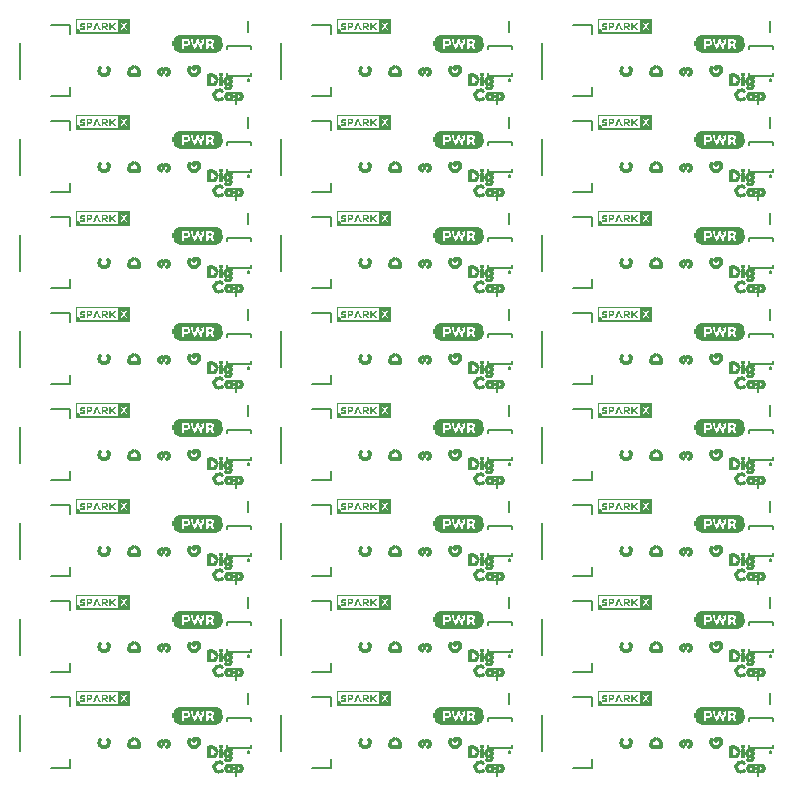
<source format=gto>
G04 EAGLE Gerber RS-274X export*
G75*
%MOMM*%
%FSLAX34Y34*%
%LPD*%
%INSilkscreen Top*%
%IPPOS*%
%AMOC8*
5,1,8,0,0,1.08239X$1,22.5*%
G01*
%ADD10C,0.203200*%
%ADD11C,0.177800*%
%ADD12R,0.040000X0.280000*%
%ADD13R,0.040000X0.440000*%
%ADD14R,0.040000X0.520000*%
%ADD15R,0.040000X0.600000*%
%ADD16R,0.040000X0.680000*%
%ADD17R,0.040000X0.760000*%
%ADD18R,0.040000X0.240000*%
%ADD19R,0.040000X0.160000*%
%ADD20R,0.040000X0.480000*%
%ADD21R,0.040000X0.320000*%
%ADD22R,0.040000X0.200000*%
%ADD23R,0.040000X0.640000*%
%ADD24R,0.040000X0.400000*%
%ADD25R,0.040000X0.120000*%
%ADD26R,0.040000X0.720000*%
%ADD27R,0.040000X0.800000*%
%ADD28R,0.040000X0.840000*%
%ADD29R,0.040000X0.360000*%
%ADD30R,0.040000X0.560000*%
%ADD31R,0.040000X0.080000*%
%ADD32R,0.040000X0.880000*%
%ADD33R,0.040000X0.040000*%
%ADD34R,0.200000X0.040000*%
%ADD35R,0.480000X0.040000*%
%ADD36R,0.600000X0.040000*%
%ADD37R,0.720000X0.040000*%
%ADD38R,0.760000X0.040000*%
%ADD39R,0.800000X0.040000*%
%ADD40R,0.840000X0.040000*%
%ADD41R,0.360000X0.040000*%
%ADD42R,0.320000X0.040000*%
%ADD43R,0.080000X0.040000*%
%ADD44R,0.160000X0.040000*%
%ADD45R,0.280000X0.040000*%
%ADD46R,0.680000X0.040000*%
%ADD47R,0.640000X0.040000*%
%ADD48R,0.240000X0.040000*%
%ADD49R,0.120000X0.040000*%
%ADD50R,0.400000X0.040000*%
%ADD51R,0.560000X0.040000*%
%ADD52R,0.880000X0.040000*%
%ADD53R,0.520000X0.040000*%
%ADD54R,0.440000X0.040000*%
%ADD55R,3.180000X0.040000*%
%ADD56R,3.400000X0.030000*%
%ADD57R,3.540000X0.040000*%
%ADD58R,3.680000X0.030000*%
%ADD59R,3.740000X0.040000*%
%ADD60R,3.820000X0.030000*%
%ADD61R,3.880000X0.040000*%
%ADD62R,1.470000X0.030000*%
%ADD63R,0.910000X0.030000*%
%ADD64R,1.510000X0.030000*%
%ADD65R,0.660000X0.040000*%
%ADD66R,0.350000X0.040000*%
%ADD67R,0.140000X0.040000*%
%ADD68R,0.660000X0.030000*%
%ADD69R,0.180000X0.030000*%
%ADD70R,0.280000X0.030000*%
%ADD71R,0.100000X0.030000*%
%ADD72R,0.770000X0.030000*%
%ADD73R,0.700000X0.040000*%
%ADD74R,0.100000X0.040000*%
%ADD75R,0.770000X0.040000*%
%ADD76R,0.700000X0.030000*%
%ADD77R,0.110000X0.030000*%
%ADD78R,0.240000X0.030000*%
%ADD79R,0.740000X0.030000*%
%ADD80R,0.730000X0.040000*%
%ADD81R,0.070000X0.040000*%
%ADD82R,0.210000X0.040000*%
%ADD83R,0.730000X0.030000*%
%ADD84R,0.210000X0.030000*%
%ADD85R,0.140000X0.030000*%
%ADD86R,0.180000X0.040000*%
%ADD87R,0.070000X0.030000*%
%ADD88R,0.250000X0.030000*%
%ADD89R,0.110000X0.040000*%
%ADD90R,0.170000X0.040000*%
%ADD91R,0.740000X0.040000*%
%ADD92R,0.170000X0.030000*%
%ADD93R,0.250000X0.040000*%
%ADD94R,0.810000X0.040000*%
%ADD95R,0.840000X0.030000*%
%ADD96R,0.380000X0.030000*%
%ADD97R,0.810000X0.030000*%
%ADD98R,0.490000X0.040000*%
%ADD99R,0.310000X0.030000*%
%ADD100R,0.310000X0.040000*%
%ADD101R,0.670000X0.030000*%
%ADD102R,0.670000X0.040000*%
%ADD103R,0.350000X0.030000*%
%ADD104R,0.630000X0.030000*%
%ADD105R,0.630000X0.040000*%
%ADD106R,0.390000X0.030000*%
%ADD107R,0.420000X0.030000*%

G36*
X539797Y629929D02*
X539797Y629929D01*
X539792Y629937D01*
X539799Y629942D01*
X539799Y642598D01*
X539763Y642645D01*
X539756Y642639D01*
X539750Y642647D01*
X494030Y642647D01*
X493983Y642611D01*
X493988Y642603D01*
X493981Y642598D01*
X493981Y629942D01*
X494017Y629895D01*
X494024Y629901D01*
X494030Y629893D01*
X539750Y629893D01*
X539797Y629929D01*
G37*
G36*
X318817Y629929D02*
X318817Y629929D01*
X318812Y629937D01*
X318819Y629942D01*
X318819Y642598D01*
X318783Y642645D01*
X318776Y642639D01*
X318770Y642647D01*
X273050Y642647D01*
X273003Y642611D01*
X273008Y642603D01*
X273001Y642598D01*
X273001Y629942D01*
X273037Y629895D01*
X273044Y629901D01*
X273050Y629893D01*
X318770Y629893D01*
X318817Y629929D01*
G37*
G36*
X97837Y629929D02*
X97837Y629929D01*
X97832Y629937D01*
X97839Y629942D01*
X97839Y642598D01*
X97803Y642645D01*
X97796Y642639D01*
X97790Y642647D01*
X52070Y642647D01*
X52023Y642611D01*
X52028Y642603D01*
X52021Y642598D01*
X52021Y629942D01*
X52057Y629895D01*
X52064Y629901D01*
X52070Y629893D01*
X97790Y629893D01*
X97837Y629929D01*
G37*
G36*
X539797Y60969D02*
X539797Y60969D01*
X539792Y60977D01*
X539799Y60982D01*
X539799Y73638D01*
X539763Y73685D01*
X539756Y73679D01*
X539750Y73687D01*
X494030Y73687D01*
X493983Y73651D01*
X493988Y73643D01*
X493981Y73638D01*
X493981Y60982D01*
X494017Y60935D01*
X494024Y60941D01*
X494030Y60933D01*
X539750Y60933D01*
X539797Y60969D01*
G37*
G36*
X318817Y60969D02*
X318817Y60969D01*
X318812Y60977D01*
X318819Y60982D01*
X318819Y73638D01*
X318783Y73685D01*
X318776Y73679D01*
X318770Y73687D01*
X273050Y73687D01*
X273003Y73651D01*
X273008Y73643D01*
X273001Y73638D01*
X273001Y60982D01*
X273037Y60935D01*
X273044Y60941D01*
X273050Y60933D01*
X318770Y60933D01*
X318817Y60969D01*
G37*
G36*
X97803Y73685D02*
X97803Y73685D01*
X97796Y73679D01*
X97790Y73687D01*
X52070Y73687D01*
X52023Y73651D01*
X52028Y73643D01*
X52021Y73638D01*
X52021Y60982D01*
X52057Y60935D01*
X52064Y60941D01*
X52070Y60933D01*
X97790Y60933D01*
X97837Y60969D01*
X97832Y60977D01*
X97839Y60982D01*
X97839Y73638D01*
X97803Y73685D01*
G37*
G36*
X97837Y304809D02*
X97837Y304809D01*
X97832Y304817D01*
X97839Y304822D01*
X97839Y317478D01*
X97803Y317525D01*
X97796Y317519D01*
X97790Y317527D01*
X52070Y317527D01*
X52023Y317491D01*
X52028Y317483D01*
X52021Y317478D01*
X52021Y304822D01*
X52057Y304775D01*
X52064Y304781D01*
X52070Y304773D01*
X97790Y304773D01*
X97837Y304809D01*
G37*
G36*
X318817Y304809D02*
X318817Y304809D01*
X318812Y304817D01*
X318819Y304822D01*
X318819Y317478D01*
X318783Y317525D01*
X318776Y317519D01*
X318770Y317527D01*
X273050Y317527D01*
X273003Y317491D01*
X273008Y317483D01*
X273001Y317478D01*
X273001Y304822D01*
X273037Y304775D01*
X273044Y304781D01*
X273050Y304773D01*
X318770Y304773D01*
X318817Y304809D01*
G37*
G36*
X539797Y304809D02*
X539797Y304809D01*
X539792Y304817D01*
X539799Y304822D01*
X539799Y317478D01*
X539763Y317525D01*
X539756Y317519D01*
X539750Y317527D01*
X494030Y317527D01*
X493983Y317491D01*
X493988Y317483D01*
X493981Y317478D01*
X493981Y304822D01*
X494017Y304775D01*
X494024Y304781D01*
X494030Y304773D01*
X539750Y304773D01*
X539797Y304809D01*
G37*
G36*
X97837Y548649D02*
X97837Y548649D01*
X97832Y548657D01*
X97839Y548662D01*
X97839Y561318D01*
X97803Y561365D01*
X97796Y561359D01*
X97790Y561367D01*
X52070Y561367D01*
X52023Y561331D01*
X52028Y561323D01*
X52021Y561318D01*
X52021Y548662D01*
X52057Y548615D01*
X52064Y548621D01*
X52070Y548613D01*
X97790Y548613D01*
X97837Y548649D01*
G37*
G36*
X318817Y548649D02*
X318817Y548649D01*
X318812Y548657D01*
X318819Y548662D01*
X318819Y561318D01*
X318783Y561365D01*
X318776Y561359D01*
X318770Y561367D01*
X273050Y561367D01*
X273003Y561331D01*
X273008Y561323D01*
X273001Y561318D01*
X273001Y548662D01*
X273037Y548615D01*
X273044Y548621D01*
X273050Y548613D01*
X318770Y548613D01*
X318817Y548649D01*
G37*
G36*
X539797Y548649D02*
X539797Y548649D01*
X539792Y548657D01*
X539799Y548662D01*
X539799Y561318D01*
X539763Y561365D01*
X539756Y561359D01*
X539750Y561367D01*
X494030Y561367D01*
X493983Y561331D01*
X493988Y561323D01*
X493981Y561318D01*
X493981Y548662D01*
X494017Y548615D01*
X494024Y548621D01*
X494030Y548613D01*
X539750Y548613D01*
X539797Y548649D01*
G37*
G36*
X318817Y223529D02*
X318817Y223529D01*
X318812Y223537D01*
X318819Y223542D01*
X318819Y236198D01*
X318783Y236245D01*
X318776Y236239D01*
X318770Y236247D01*
X273050Y236247D01*
X273003Y236211D01*
X273008Y236203D01*
X273001Y236198D01*
X273001Y223542D01*
X273037Y223495D01*
X273044Y223501D01*
X273050Y223493D01*
X318770Y223493D01*
X318817Y223529D01*
G37*
G36*
X539797Y223529D02*
X539797Y223529D01*
X539792Y223537D01*
X539799Y223542D01*
X539799Y236198D01*
X539763Y236245D01*
X539756Y236239D01*
X539750Y236247D01*
X494030Y236247D01*
X493983Y236211D01*
X493988Y236203D01*
X493981Y236198D01*
X493981Y223542D01*
X494017Y223495D01*
X494024Y223501D01*
X494030Y223493D01*
X539750Y223493D01*
X539797Y223529D01*
G37*
G36*
X97837Y223529D02*
X97837Y223529D01*
X97832Y223537D01*
X97839Y223542D01*
X97839Y236198D01*
X97803Y236245D01*
X97796Y236239D01*
X97790Y236247D01*
X52070Y236247D01*
X52023Y236211D01*
X52028Y236203D01*
X52021Y236198D01*
X52021Y223542D01*
X52057Y223495D01*
X52064Y223501D01*
X52070Y223493D01*
X97790Y223493D01*
X97837Y223529D01*
G37*
G36*
X318817Y142249D02*
X318817Y142249D01*
X318812Y142257D01*
X318819Y142262D01*
X318819Y154918D01*
X318783Y154965D01*
X318776Y154959D01*
X318770Y154967D01*
X273050Y154967D01*
X273003Y154931D01*
X273008Y154923D01*
X273001Y154918D01*
X273001Y142262D01*
X273037Y142215D01*
X273044Y142221D01*
X273050Y142213D01*
X318770Y142213D01*
X318817Y142249D01*
G37*
G36*
X97837Y142249D02*
X97837Y142249D01*
X97832Y142257D01*
X97839Y142262D01*
X97839Y154918D01*
X97803Y154965D01*
X97796Y154959D01*
X97790Y154967D01*
X52070Y154967D01*
X52023Y154931D01*
X52028Y154923D01*
X52021Y154918D01*
X52021Y142262D01*
X52057Y142215D01*
X52064Y142221D01*
X52070Y142213D01*
X97790Y142213D01*
X97837Y142249D01*
G37*
G36*
X539797Y142249D02*
X539797Y142249D01*
X539792Y142257D01*
X539799Y142262D01*
X539799Y154918D01*
X539763Y154965D01*
X539756Y154959D01*
X539750Y154967D01*
X494030Y154967D01*
X493983Y154931D01*
X493988Y154923D01*
X493981Y154918D01*
X493981Y142262D01*
X494017Y142215D01*
X494024Y142221D01*
X494030Y142213D01*
X539750Y142213D01*
X539797Y142249D01*
G37*
G36*
X539797Y386089D02*
X539797Y386089D01*
X539792Y386097D01*
X539799Y386102D01*
X539799Y398758D01*
X539763Y398805D01*
X539756Y398799D01*
X539750Y398807D01*
X494030Y398807D01*
X493983Y398771D01*
X493988Y398763D01*
X493981Y398758D01*
X493981Y386102D01*
X494017Y386055D01*
X494024Y386061D01*
X494030Y386053D01*
X539750Y386053D01*
X539797Y386089D01*
G37*
G36*
X97837Y386089D02*
X97837Y386089D01*
X97832Y386097D01*
X97839Y386102D01*
X97839Y398758D01*
X97803Y398805D01*
X97796Y398799D01*
X97790Y398807D01*
X52070Y398807D01*
X52023Y398771D01*
X52028Y398763D01*
X52021Y398758D01*
X52021Y386102D01*
X52057Y386055D01*
X52064Y386061D01*
X52070Y386053D01*
X97790Y386053D01*
X97837Y386089D01*
G37*
G36*
X318817Y386089D02*
X318817Y386089D01*
X318812Y386097D01*
X318819Y386102D01*
X318819Y398758D01*
X318783Y398805D01*
X318776Y398799D01*
X318770Y398807D01*
X273050Y398807D01*
X273003Y398771D01*
X273008Y398763D01*
X273001Y398758D01*
X273001Y386102D01*
X273037Y386055D01*
X273044Y386061D01*
X273050Y386053D01*
X318770Y386053D01*
X318817Y386089D01*
G37*
G36*
X97837Y467369D02*
X97837Y467369D01*
X97832Y467377D01*
X97839Y467382D01*
X97839Y480038D01*
X97803Y480085D01*
X97796Y480079D01*
X97790Y480087D01*
X52070Y480087D01*
X52023Y480051D01*
X52028Y480043D01*
X52021Y480038D01*
X52021Y467382D01*
X52057Y467335D01*
X52064Y467341D01*
X52070Y467333D01*
X97790Y467333D01*
X97837Y467369D01*
G37*
G36*
X539797Y467369D02*
X539797Y467369D01*
X539792Y467377D01*
X539799Y467382D01*
X539799Y480038D01*
X539763Y480085D01*
X539756Y480079D01*
X539750Y480087D01*
X494030Y480087D01*
X493983Y480051D01*
X493988Y480043D01*
X493981Y480038D01*
X493981Y467382D01*
X494017Y467335D01*
X494024Y467341D01*
X494030Y467333D01*
X539750Y467333D01*
X539797Y467369D01*
G37*
G36*
X318817Y467369D02*
X318817Y467369D01*
X318812Y467377D01*
X318819Y467382D01*
X318819Y480038D01*
X318783Y480085D01*
X318776Y480079D01*
X318770Y480087D01*
X273050Y480087D01*
X273003Y480051D01*
X273008Y480043D01*
X273001Y480038D01*
X273001Y467382D01*
X273037Y467335D01*
X273044Y467341D01*
X273050Y467333D01*
X318770Y467333D01*
X318817Y467369D01*
G37*
%LPC*%
G36*
X274274Y631167D02*
X274274Y631167D01*
X274274Y641373D01*
X308507Y641373D01*
X308507Y631167D01*
X274274Y631167D01*
G37*
%LPD*%
%LPC*%
G36*
X495254Y631167D02*
X495254Y631167D01*
X495254Y641373D01*
X529487Y641373D01*
X529487Y631167D01*
X495254Y631167D01*
G37*
%LPD*%
%LPC*%
G36*
X53294Y631167D02*
X53294Y631167D01*
X53294Y641373D01*
X87527Y641373D01*
X87527Y631167D01*
X53294Y631167D01*
G37*
%LPD*%
%LPC*%
G36*
X495254Y224767D02*
X495254Y224767D01*
X495254Y234973D01*
X529487Y234973D01*
X529487Y224767D01*
X495254Y224767D01*
G37*
%LPD*%
%LPC*%
G36*
X53294Y143487D02*
X53294Y143487D01*
X53294Y153693D01*
X87527Y153693D01*
X87527Y143487D01*
X53294Y143487D01*
G37*
%LPD*%
%LPC*%
G36*
X274274Y549887D02*
X274274Y549887D01*
X274274Y560093D01*
X308507Y560093D01*
X308507Y549887D01*
X274274Y549887D01*
G37*
%LPD*%
%LPC*%
G36*
X53294Y468607D02*
X53294Y468607D01*
X53294Y478813D01*
X87527Y478813D01*
X87527Y468607D01*
X53294Y468607D01*
G37*
%LPD*%
%LPC*%
G36*
X274274Y468607D02*
X274274Y468607D01*
X274274Y478813D01*
X308507Y478813D01*
X308507Y468607D01*
X274274Y468607D01*
G37*
%LPD*%
%LPC*%
G36*
X495254Y468607D02*
X495254Y468607D01*
X495254Y478813D01*
X529487Y478813D01*
X529487Y468607D01*
X495254Y468607D01*
G37*
%LPD*%
%LPC*%
G36*
X53294Y549887D02*
X53294Y549887D01*
X53294Y560093D01*
X87527Y560093D01*
X87527Y549887D01*
X53294Y549887D01*
G37*
%LPD*%
%LPC*%
G36*
X495254Y549887D02*
X495254Y549887D01*
X495254Y560093D01*
X529487Y560093D01*
X529487Y549887D01*
X495254Y549887D01*
G37*
%LPD*%
%LPC*%
G36*
X495254Y306047D02*
X495254Y306047D01*
X495254Y316253D01*
X529487Y316253D01*
X529487Y306047D01*
X495254Y306047D01*
G37*
%LPD*%
%LPC*%
G36*
X274274Y306047D02*
X274274Y306047D01*
X274274Y316253D01*
X308507Y316253D01*
X308507Y306047D01*
X274274Y306047D01*
G37*
%LPD*%
%LPC*%
G36*
X53294Y62207D02*
X53294Y62207D01*
X53294Y72413D01*
X87527Y72413D01*
X87527Y62207D01*
X53294Y62207D01*
G37*
%LPD*%
%LPC*%
G36*
X495254Y62207D02*
X495254Y62207D01*
X495254Y72413D01*
X529487Y72413D01*
X529487Y62207D01*
X495254Y62207D01*
G37*
%LPD*%
%LPC*%
G36*
X274274Y62207D02*
X274274Y62207D01*
X274274Y72413D01*
X308507Y72413D01*
X308507Y62207D01*
X274274Y62207D01*
G37*
%LPD*%
%LPC*%
G36*
X495254Y387327D02*
X495254Y387327D01*
X495254Y397533D01*
X529487Y397533D01*
X529487Y387327D01*
X495254Y387327D01*
G37*
%LPD*%
%LPC*%
G36*
X274274Y387327D02*
X274274Y387327D01*
X274274Y397533D01*
X308507Y397533D01*
X308507Y387327D01*
X274274Y387327D01*
G37*
%LPD*%
%LPC*%
G36*
X53294Y387327D02*
X53294Y387327D01*
X53294Y397533D01*
X87527Y397533D01*
X87527Y387327D01*
X53294Y387327D01*
G37*
%LPD*%
%LPC*%
G36*
X53294Y306047D02*
X53294Y306047D01*
X53294Y316253D01*
X87527Y316253D01*
X87527Y306047D01*
X53294Y306047D01*
G37*
%LPD*%
%LPC*%
G36*
X274274Y143487D02*
X274274Y143487D01*
X274274Y153693D01*
X308507Y153693D01*
X308507Y143487D01*
X274274Y143487D01*
G37*
%LPD*%
%LPC*%
G36*
X274274Y224767D02*
X274274Y224767D01*
X274274Y234973D01*
X308507Y234973D01*
X308507Y224767D01*
X274274Y224767D01*
G37*
%LPD*%
%LPC*%
G36*
X53294Y224767D02*
X53294Y224767D01*
X53294Y234973D01*
X87527Y234973D01*
X87527Y224767D01*
X53294Y224767D01*
G37*
%LPD*%
%LPC*%
G36*
X495254Y143487D02*
X495254Y143487D01*
X495254Y153693D01*
X529487Y153693D01*
X529487Y143487D01*
X495254Y143487D01*
G37*
%LPD*%
G36*
X517299Y308069D02*
X517299Y308069D01*
X517293Y308076D01*
X517300Y308082D01*
X517300Y309994D01*
X518286Y309994D01*
X519583Y308055D01*
X519616Y308043D01*
X519624Y308033D01*
X521201Y308033D01*
X521209Y308038D01*
X521217Y308036D01*
X521221Y308048D01*
X521249Y308069D01*
X521235Y308088D01*
X521242Y308110D01*
X519774Y310254D01*
X520257Y310510D01*
X520261Y310519D01*
X520268Y310518D01*
X520687Y310923D01*
X520689Y310934D01*
X520697Y310936D01*
X520970Y311473D01*
X520968Y311484D01*
X520975Y311488D01*
X521067Y312163D01*
X521065Y312167D01*
X521068Y312170D01*
X521068Y312188D01*
X521066Y312190D01*
X521068Y312192D01*
X521030Y312643D01*
X521025Y312649D01*
X521028Y312653D01*
X521023Y312668D01*
X520915Y313051D01*
X520908Y313056D01*
X520910Y313061D01*
X520720Y313408D01*
X520713Y313411D01*
X520714Y313417D01*
X520447Y313711D01*
X520439Y313713D01*
X520439Y313719D01*
X520103Y313953D01*
X520096Y313953D01*
X520094Y313958D01*
X519699Y314125D01*
X519692Y314123D01*
X519690Y314128D01*
X519233Y314228D01*
X519228Y314225D01*
X519226Y314229D01*
X518708Y314262D01*
X518706Y314261D01*
X518705Y314263D01*
X515902Y314263D01*
X515855Y314227D01*
X515861Y314219D01*
X515853Y314213D01*
X515853Y308082D01*
X515889Y308035D01*
X515897Y308041D01*
X515902Y308033D01*
X517251Y308033D01*
X517299Y308069D01*
G37*
G36*
X75339Y308069D02*
X75339Y308069D01*
X75333Y308076D01*
X75340Y308082D01*
X75340Y309994D01*
X76326Y309994D01*
X77623Y308055D01*
X77656Y308043D01*
X77664Y308033D01*
X79241Y308033D01*
X79249Y308038D01*
X79257Y308036D01*
X79261Y308048D01*
X79289Y308069D01*
X79275Y308088D01*
X79282Y308110D01*
X77814Y310254D01*
X78297Y310510D01*
X78301Y310519D01*
X78308Y310518D01*
X78727Y310923D01*
X78729Y310934D01*
X78737Y310936D01*
X79010Y311473D01*
X79008Y311484D01*
X79015Y311488D01*
X79107Y312163D01*
X79105Y312167D01*
X79108Y312170D01*
X79108Y312188D01*
X79106Y312190D01*
X79108Y312192D01*
X79070Y312643D01*
X79065Y312649D01*
X79068Y312653D01*
X79063Y312668D01*
X78955Y313051D01*
X78948Y313056D01*
X78950Y313061D01*
X78760Y313408D01*
X78753Y313411D01*
X78754Y313417D01*
X78487Y313711D01*
X78479Y313713D01*
X78479Y313719D01*
X78143Y313953D01*
X78136Y313953D01*
X78134Y313958D01*
X77739Y314125D01*
X77732Y314123D01*
X77730Y314128D01*
X77273Y314228D01*
X77268Y314225D01*
X77266Y314229D01*
X76748Y314262D01*
X76746Y314261D01*
X76745Y314263D01*
X73942Y314263D01*
X73895Y314227D01*
X73901Y314219D01*
X73893Y314213D01*
X73893Y308082D01*
X73929Y308035D01*
X73937Y308041D01*
X73942Y308033D01*
X75291Y308033D01*
X75339Y308069D01*
G37*
G36*
X296319Y308069D02*
X296319Y308069D01*
X296313Y308076D01*
X296320Y308082D01*
X296320Y309994D01*
X297306Y309994D01*
X298603Y308055D01*
X298636Y308043D01*
X298644Y308033D01*
X300221Y308033D01*
X300229Y308038D01*
X300237Y308036D01*
X300241Y308048D01*
X300269Y308069D01*
X300255Y308088D01*
X300262Y308110D01*
X298794Y310254D01*
X299277Y310510D01*
X299281Y310519D01*
X299288Y310518D01*
X299707Y310923D01*
X299709Y310934D01*
X299717Y310936D01*
X299990Y311473D01*
X299988Y311484D01*
X299995Y311488D01*
X300087Y312163D01*
X300085Y312167D01*
X300088Y312170D01*
X300088Y312188D01*
X300086Y312190D01*
X300088Y312192D01*
X300050Y312643D01*
X300045Y312649D01*
X300048Y312653D01*
X300043Y312668D01*
X299935Y313051D01*
X299928Y313056D01*
X299930Y313061D01*
X299740Y313408D01*
X299733Y313411D01*
X299734Y313417D01*
X299467Y313711D01*
X299459Y313713D01*
X299459Y313719D01*
X299123Y313953D01*
X299116Y313953D01*
X299114Y313958D01*
X298719Y314125D01*
X298712Y314123D01*
X298710Y314128D01*
X298253Y314228D01*
X298248Y314225D01*
X298246Y314229D01*
X297728Y314262D01*
X297726Y314261D01*
X297725Y314263D01*
X294922Y314263D01*
X294875Y314227D01*
X294881Y314219D01*
X294873Y314213D01*
X294873Y308082D01*
X294909Y308035D01*
X294917Y308041D01*
X294922Y308033D01*
X296271Y308033D01*
X296319Y308069D01*
G37*
G36*
X296319Y226789D02*
X296319Y226789D01*
X296313Y226796D01*
X296320Y226802D01*
X296320Y228714D01*
X297306Y228714D01*
X298603Y226775D01*
X298636Y226763D01*
X298644Y226753D01*
X300221Y226753D01*
X300229Y226758D01*
X300237Y226756D01*
X300241Y226768D01*
X300269Y226789D01*
X300255Y226808D01*
X300262Y226830D01*
X298794Y228974D01*
X299277Y229230D01*
X299281Y229239D01*
X299288Y229238D01*
X299707Y229643D01*
X299709Y229654D01*
X299717Y229656D01*
X299990Y230193D01*
X299988Y230204D01*
X299995Y230208D01*
X300087Y230883D01*
X300085Y230887D01*
X300088Y230890D01*
X300088Y230908D01*
X300086Y230910D01*
X300088Y230912D01*
X300050Y231363D01*
X300045Y231369D01*
X300048Y231373D01*
X300043Y231388D01*
X299935Y231771D01*
X299928Y231776D01*
X299930Y231781D01*
X299740Y232128D01*
X299733Y232131D01*
X299734Y232137D01*
X299467Y232431D01*
X299459Y232433D01*
X299459Y232439D01*
X299123Y232673D01*
X299116Y232673D01*
X299114Y232678D01*
X298719Y232845D01*
X298712Y232843D01*
X298710Y232848D01*
X298253Y232948D01*
X298248Y232945D01*
X298246Y232949D01*
X297728Y232982D01*
X297726Y232981D01*
X297725Y232983D01*
X294922Y232983D01*
X294875Y232947D01*
X294881Y232939D01*
X294873Y232933D01*
X294873Y226802D01*
X294909Y226755D01*
X294917Y226761D01*
X294922Y226753D01*
X296271Y226753D01*
X296319Y226789D01*
G37*
G36*
X517299Y389349D02*
X517299Y389349D01*
X517293Y389356D01*
X517300Y389362D01*
X517300Y391274D01*
X518286Y391274D01*
X519583Y389335D01*
X519616Y389323D01*
X519624Y389313D01*
X521201Y389313D01*
X521209Y389318D01*
X521217Y389316D01*
X521221Y389328D01*
X521249Y389349D01*
X521235Y389368D01*
X521242Y389390D01*
X519774Y391534D01*
X520257Y391790D01*
X520261Y391799D01*
X520268Y391798D01*
X520687Y392203D01*
X520689Y392214D01*
X520697Y392216D01*
X520970Y392753D01*
X520968Y392764D01*
X520975Y392768D01*
X521067Y393443D01*
X521065Y393447D01*
X521068Y393450D01*
X521068Y393468D01*
X521066Y393470D01*
X521068Y393472D01*
X521030Y393923D01*
X521025Y393929D01*
X521028Y393933D01*
X521023Y393948D01*
X520915Y394331D01*
X520908Y394336D01*
X520910Y394341D01*
X520720Y394688D01*
X520713Y394691D01*
X520714Y394697D01*
X520447Y394991D01*
X520439Y394993D01*
X520439Y394999D01*
X520103Y395233D01*
X520096Y395233D01*
X520094Y395238D01*
X519699Y395405D01*
X519692Y395403D01*
X519690Y395408D01*
X519233Y395508D01*
X519228Y395505D01*
X519226Y395509D01*
X518708Y395542D01*
X518706Y395541D01*
X518705Y395543D01*
X515902Y395543D01*
X515855Y395507D01*
X515861Y395499D01*
X515853Y395493D01*
X515853Y389362D01*
X515889Y389315D01*
X515897Y389321D01*
X515902Y389313D01*
X517251Y389313D01*
X517299Y389349D01*
G37*
G36*
X517299Y226789D02*
X517299Y226789D01*
X517293Y226796D01*
X517300Y226802D01*
X517300Y228714D01*
X518286Y228714D01*
X519583Y226775D01*
X519616Y226763D01*
X519624Y226753D01*
X521201Y226753D01*
X521209Y226758D01*
X521217Y226756D01*
X521221Y226768D01*
X521249Y226789D01*
X521235Y226808D01*
X521242Y226830D01*
X519774Y228974D01*
X520257Y229230D01*
X520261Y229239D01*
X520268Y229238D01*
X520687Y229643D01*
X520689Y229654D01*
X520697Y229656D01*
X520970Y230193D01*
X520968Y230204D01*
X520975Y230208D01*
X521067Y230883D01*
X521065Y230887D01*
X521068Y230890D01*
X521068Y230908D01*
X521066Y230910D01*
X521068Y230912D01*
X521030Y231363D01*
X521025Y231369D01*
X521028Y231373D01*
X521023Y231388D01*
X520915Y231771D01*
X520908Y231776D01*
X520910Y231781D01*
X520720Y232128D01*
X520713Y232131D01*
X520714Y232137D01*
X520447Y232431D01*
X520439Y232433D01*
X520439Y232439D01*
X520103Y232673D01*
X520096Y232673D01*
X520094Y232678D01*
X519699Y232845D01*
X519692Y232843D01*
X519690Y232848D01*
X519233Y232948D01*
X519228Y232945D01*
X519226Y232949D01*
X518708Y232982D01*
X518706Y232981D01*
X518705Y232983D01*
X515902Y232983D01*
X515855Y232947D01*
X515861Y232939D01*
X515853Y232933D01*
X515853Y226802D01*
X515889Y226755D01*
X515897Y226761D01*
X515902Y226753D01*
X517251Y226753D01*
X517299Y226789D01*
G37*
G36*
X296319Y389349D02*
X296319Y389349D01*
X296313Y389356D01*
X296320Y389362D01*
X296320Y391274D01*
X297306Y391274D01*
X298603Y389335D01*
X298636Y389323D01*
X298644Y389313D01*
X300221Y389313D01*
X300229Y389318D01*
X300237Y389316D01*
X300241Y389328D01*
X300269Y389349D01*
X300255Y389368D01*
X300262Y389390D01*
X298794Y391534D01*
X299277Y391790D01*
X299281Y391799D01*
X299288Y391798D01*
X299707Y392203D01*
X299709Y392214D01*
X299717Y392216D01*
X299990Y392753D01*
X299988Y392764D01*
X299995Y392768D01*
X300087Y393443D01*
X300085Y393447D01*
X300088Y393450D01*
X300088Y393468D01*
X300086Y393470D01*
X300088Y393472D01*
X300050Y393923D01*
X300045Y393929D01*
X300048Y393933D01*
X300043Y393948D01*
X299935Y394331D01*
X299928Y394336D01*
X299930Y394341D01*
X299740Y394688D01*
X299733Y394691D01*
X299734Y394697D01*
X299467Y394991D01*
X299459Y394993D01*
X299459Y394999D01*
X299123Y395233D01*
X299116Y395233D01*
X299114Y395238D01*
X298719Y395405D01*
X298712Y395403D01*
X298710Y395408D01*
X298253Y395508D01*
X298248Y395505D01*
X298246Y395509D01*
X297728Y395542D01*
X297726Y395541D01*
X297725Y395543D01*
X294922Y395543D01*
X294875Y395507D01*
X294881Y395499D01*
X294873Y395493D01*
X294873Y389362D01*
X294909Y389315D01*
X294917Y389321D01*
X294922Y389313D01*
X296271Y389313D01*
X296319Y389349D01*
G37*
G36*
X75339Y226789D02*
X75339Y226789D01*
X75333Y226796D01*
X75340Y226802D01*
X75340Y228714D01*
X76326Y228714D01*
X77623Y226775D01*
X77656Y226763D01*
X77664Y226753D01*
X79241Y226753D01*
X79249Y226758D01*
X79257Y226756D01*
X79261Y226768D01*
X79289Y226789D01*
X79275Y226808D01*
X79282Y226830D01*
X77814Y228974D01*
X78297Y229230D01*
X78301Y229239D01*
X78308Y229238D01*
X78727Y229643D01*
X78729Y229654D01*
X78737Y229656D01*
X79010Y230193D01*
X79008Y230204D01*
X79015Y230208D01*
X79107Y230883D01*
X79105Y230887D01*
X79108Y230890D01*
X79108Y230908D01*
X79106Y230910D01*
X79108Y230912D01*
X79070Y231363D01*
X79065Y231369D01*
X79068Y231373D01*
X79063Y231388D01*
X78955Y231771D01*
X78948Y231776D01*
X78950Y231781D01*
X78760Y232128D01*
X78753Y232131D01*
X78754Y232137D01*
X78487Y232431D01*
X78479Y232433D01*
X78479Y232439D01*
X78143Y232673D01*
X78136Y232673D01*
X78134Y232678D01*
X77739Y232845D01*
X77732Y232843D01*
X77730Y232848D01*
X77273Y232948D01*
X77268Y232945D01*
X77266Y232949D01*
X76748Y232982D01*
X76746Y232981D01*
X76745Y232983D01*
X73942Y232983D01*
X73895Y232947D01*
X73901Y232939D01*
X73893Y232933D01*
X73893Y226802D01*
X73929Y226755D01*
X73937Y226761D01*
X73942Y226753D01*
X75291Y226753D01*
X75339Y226789D01*
G37*
G36*
X75339Y633189D02*
X75339Y633189D01*
X75333Y633196D01*
X75340Y633202D01*
X75340Y635114D01*
X76326Y635114D01*
X77623Y633175D01*
X77656Y633163D01*
X77664Y633153D01*
X79241Y633153D01*
X79249Y633158D01*
X79257Y633156D01*
X79261Y633168D01*
X79289Y633189D01*
X79275Y633208D01*
X79282Y633230D01*
X77814Y635374D01*
X78297Y635630D01*
X78301Y635639D01*
X78308Y635638D01*
X78727Y636043D01*
X78729Y636054D01*
X78737Y636056D01*
X79010Y636593D01*
X79008Y636604D01*
X79015Y636608D01*
X79107Y637283D01*
X79105Y637287D01*
X79108Y637290D01*
X79108Y637308D01*
X79106Y637310D01*
X79108Y637312D01*
X79070Y637763D01*
X79065Y637769D01*
X79068Y637773D01*
X79063Y637788D01*
X78955Y638171D01*
X78948Y638176D01*
X78950Y638181D01*
X78760Y638528D01*
X78753Y638531D01*
X78754Y638537D01*
X78487Y638831D01*
X78479Y638833D01*
X78479Y638839D01*
X78143Y639073D01*
X78136Y639073D01*
X78134Y639078D01*
X77739Y639245D01*
X77732Y639243D01*
X77730Y639248D01*
X77273Y639348D01*
X77268Y639345D01*
X77266Y639349D01*
X76748Y639382D01*
X76746Y639381D01*
X76745Y639383D01*
X73942Y639383D01*
X73895Y639347D01*
X73901Y639339D01*
X73893Y639333D01*
X73893Y633202D01*
X73929Y633155D01*
X73937Y633161D01*
X73942Y633153D01*
X75291Y633153D01*
X75339Y633189D01*
G37*
G36*
X75339Y389349D02*
X75339Y389349D01*
X75333Y389356D01*
X75340Y389362D01*
X75340Y391274D01*
X76326Y391274D01*
X77623Y389335D01*
X77656Y389323D01*
X77664Y389313D01*
X79241Y389313D01*
X79249Y389318D01*
X79257Y389316D01*
X79261Y389328D01*
X79289Y389349D01*
X79275Y389368D01*
X79282Y389390D01*
X77814Y391534D01*
X78297Y391790D01*
X78301Y391799D01*
X78308Y391798D01*
X78727Y392203D01*
X78729Y392214D01*
X78737Y392216D01*
X79010Y392753D01*
X79008Y392764D01*
X79015Y392768D01*
X79107Y393443D01*
X79105Y393447D01*
X79108Y393450D01*
X79108Y393468D01*
X79106Y393470D01*
X79108Y393472D01*
X79070Y393923D01*
X79065Y393929D01*
X79068Y393933D01*
X79063Y393948D01*
X78955Y394331D01*
X78948Y394336D01*
X78950Y394341D01*
X78760Y394688D01*
X78753Y394691D01*
X78754Y394697D01*
X78487Y394991D01*
X78479Y394993D01*
X78479Y394999D01*
X78143Y395233D01*
X78136Y395233D01*
X78134Y395238D01*
X77739Y395405D01*
X77732Y395403D01*
X77730Y395408D01*
X77273Y395508D01*
X77268Y395505D01*
X77266Y395509D01*
X76748Y395542D01*
X76746Y395541D01*
X76745Y395543D01*
X73942Y395543D01*
X73895Y395507D01*
X73901Y395499D01*
X73893Y395493D01*
X73893Y389362D01*
X73929Y389315D01*
X73937Y389321D01*
X73942Y389313D01*
X75291Y389313D01*
X75339Y389349D01*
G37*
G36*
X296319Y633189D02*
X296319Y633189D01*
X296313Y633196D01*
X296320Y633202D01*
X296320Y635114D01*
X297306Y635114D01*
X298603Y633175D01*
X298636Y633163D01*
X298644Y633153D01*
X300221Y633153D01*
X300229Y633158D01*
X300237Y633156D01*
X300241Y633168D01*
X300269Y633189D01*
X300255Y633208D01*
X300262Y633230D01*
X298794Y635374D01*
X299277Y635630D01*
X299281Y635639D01*
X299288Y635638D01*
X299707Y636043D01*
X299709Y636054D01*
X299717Y636056D01*
X299990Y636593D01*
X299988Y636604D01*
X299995Y636608D01*
X300087Y637283D01*
X300085Y637287D01*
X300088Y637290D01*
X300088Y637308D01*
X300086Y637310D01*
X300088Y637312D01*
X300050Y637763D01*
X300045Y637769D01*
X300048Y637773D01*
X300043Y637788D01*
X299935Y638171D01*
X299928Y638176D01*
X299930Y638181D01*
X299740Y638528D01*
X299733Y638531D01*
X299734Y638537D01*
X299467Y638831D01*
X299459Y638833D01*
X299459Y638839D01*
X299123Y639073D01*
X299116Y639073D01*
X299114Y639078D01*
X298719Y639245D01*
X298712Y639243D01*
X298710Y639248D01*
X298253Y639348D01*
X298248Y639345D01*
X298246Y639349D01*
X297728Y639382D01*
X297726Y639381D01*
X297725Y639383D01*
X294922Y639383D01*
X294875Y639347D01*
X294881Y639339D01*
X294873Y639333D01*
X294873Y633202D01*
X294909Y633155D01*
X294917Y633161D01*
X294922Y633153D01*
X296271Y633153D01*
X296319Y633189D01*
G37*
G36*
X517299Y633189D02*
X517299Y633189D01*
X517293Y633196D01*
X517300Y633202D01*
X517300Y635114D01*
X518286Y635114D01*
X519583Y633175D01*
X519616Y633163D01*
X519624Y633153D01*
X521201Y633153D01*
X521209Y633158D01*
X521217Y633156D01*
X521221Y633168D01*
X521249Y633189D01*
X521235Y633208D01*
X521242Y633230D01*
X519774Y635374D01*
X520257Y635630D01*
X520261Y635639D01*
X520268Y635638D01*
X520687Y636043D01*
X520689Y636054D01*
X520697Y636056D01*
X520970Y636593D01*
X520968Y636604D01*
X520975Y636608D01*
X521067Y637283D01*
X521065Y637287D01*
X521068Y637290D01*
X521068Y637308D01*
X521066Y637310D01*
X521068Y637312D01*
X521030Y637763D01*
X521025Y637769D01*
X521028Y637773D01*
X521023Y637788D01*
X520915Y638171D01*
X520908Y638176D01*
X520910Y638181D01*
X520720Y638528D01*
X520713Y638531D01*
X520714Y638537D01*
X520447Y638831D01*
X520439Y638833D01*
X520439Y638839D01*
X520103Y639073D01*
X520096Y639073D01*
X520094Y639078D01*
X519699Y639245D01*
X519692Y639243D01*
X519690Y639248D01*
X519233Y639348D01*
X519228Y639345D01*
X519226Y639349D01*
X518708Y639382D01*
X518706Y639381D01*
X518705Y639383D01*
X515902Y639383D01*
X515855Y639347D01*
X515861Y639339D01*
X515853Y639333D01*
X515853Y633202D01*
X515889Y633155D01*
X515897Y633161D01*
X515902Y633153D01*
X517251Y633153D01*
X517299Y633189D01*
G37*
G36*
X75339Y470629D02*
X75339Y470629D01*
X75333Y470636D01*
X75340Y470642D01*
X75340Y472554D01*
X76326Y472554D01*
X77623Y470615D01*
X77656Y470603D01*
X77664Y470593D01*
X79241Y470593D01*
X79249Y470598D01*
X79257Y470596D01*
X79261Y470608D01*
X79289Y470629D01*
X79275Y470648D01*
X79282Y470670D01*
X77814Y472814D01*
X78297Y473070D01*
X78301Y473079D01*
X78308Y473078D01*
X78727Y473483D01*
X78729Y473494D01*
X78737Y473496D01*
X79010Y474033D01*
X79008Y474044D01*
X79015Y474048D01*
X79107Y474723D01*
X79105Y474727D01*
X79108Y474730D01*
X79108Y474748D01*
X79106Y474750D01*
X79108Y474752D01*
X79070Y475203D01*
X79065Y475209D01*
X79068Y475213D01*
X79063Y475228D01*
X78955Y475611D01*
X78948Y475616D01*
X78950Y475621D01*
X78760Y475968D01*
X78753Y475971D01*
X78754Y475977D01*
X78487Y476271D01*
X78479Y476273D01*
X78479Y476279D01*
X78143Y476513D01*
X78136Y476513D01*
X78134Y476518D01*
X77739Y476685D01*
X77732Y476683D01*
X77730Y476688D01*
X77273Y476788D01*
X77268Y476785D01*
X77266Y476789D01*
X76748Y476822D01*
X76746Y476821D01*
X76745Y476823D01*
X73942Y476823D01*
X73895Y476787D01*
X73901Y476779D01*
X73893Y476773D01*
X73893Y470642D01*
X73929Y470595D01*
X73937Y470601D01*
X73942Y470593D01*
X75291Y470593D01*
X75339Y470629D01*
G37*
G36*
X296319Y64229D02*
X296319Y64229D01*
X296313Y64236D01*
X296320Y64242D01*
X296320Y66154D01*
X297306Y66154D01*
X298603Y64215D01*
X298636Y64203D01*
X298644Y64193D01*
X300221Y64193D01*
X300229Y64198D01*
X300237Y64196D01*
X300241Y64208D01*
X300269Y64229D01*
X300255Y64248D01*
X300262Y64270D01*
X298794Y66414D01*
X299277Y66670D01*
X299281Y66679D01*
X299288Y66678D01*
X299707Y67083D01*
X299709Y67094D01*
X299717Y67096D01*
X299990Y67633D01*
X299988Y67644D01*
X299995Y67648D01*
X300087Y68323D01*
X300085Y68327D01*
X300088Y68330D01*
X300088Y68348D01*
X300086Y68350D01*
X300088Y68352D01*
X300050Y68803D01*
X300045Y68809D01*
X300048Y68813D01*
X300043Y68828D01*
X299935Y69211D01*
X299928Y69216D01*
X299930Y69221D01*
X299740Y69568D01*
X299733Y69571D01*
X299734Y69577D01*
X299467Y69871D01*
X299459Y69873D01*
X299459Y69879D01*
X299123Y70113D01*
X299116Y70113D01*
X299114Y70118D01*
X298719Y70285D01*
X298712Y70283D01*
X298710Y70288D01*
X298253Y70388D01*
X298248Y70385D01*
X298246Y70389D01*
X297728Y70422D01*
X297726Y70421D01*
X297725Y70423D01*
X294922Y70423D01*
X294875Y70387D01*
X294881Y70379D01*
X294873Y70373D01*
X294873Y64242D01*
X294909Y64195D01*
X294917Y64201D01*
X294922Y64193D01*
X296271Y64193D01*
X296319Y64229D01*
G37*
G36*
X517299Y64229D02*
X517299Y64229D01*
X517293Y64236D01*
X517300Y64242D01*
X517300Y66154D01*
X518286Y66154D01*
X519583Y64215D01*
X519616Y64203D01*
X519624Y64193D01*
X521201Y64193D01*
X521209Y64198D01*
X521217Y64196D01*
X521221Y64208D01*
X521249Y64229D01*
X521235Y64248D01*
X521242Y64270D01*
X519774Y66414D01*
X520257Y66670D01*
X520261Y66679D01*
X520268Y66678D01*
X520687Y67083D01*
X520689Y67094D01*
X520697Y67096D01*
X520970Y67633D01*
X520968Y67644D01*
X520975Y67648D01*
X521067Y68323D01*
X521065Y68327D01*
X521068Y68330D01*
X521068Y68348D01*
X521066Y68350D01*
X521068Y68352D01*
X521030Y68803D01*
X521025Y68809D01*
X521028Y68813D01*
X521023Y68828D01*
X520915Y69211D01*
X520908Y69216D01*
X520910Y69221D01*
X520720Y69568D01*
X520713Y69571D01*
X520714Y69577D01*
X520447Y69871D01*
X520439Y69873D01*
X520439Y69879D01*
X520103Y70113D01*
X520096Y70113D01*
X520094Y70118D01*
X519699Y70285D01*
X519692Y70283D01*
X519690Y70288D01*
X519233Y70388D01*
X519228Y70385D01*
X519226Y70389D01*
X518708Y70422D01*
X518706Y70421D01*
X518705Y70423D01*
X515902Y70423D01*
X515855Y70387D01*
X515861Y70379D01*
X515853Y70373D01*
X515853Y64242D01*
X515889Y64195D01*
X515897Y64201D01*
X515902Y64193D01*
X517251Y64193D01*
X517299Y64229D01*
G37*
G36*
X296319Y551909D02*
X296319Y551909D01*
X296313Y551916D01*
X296320Y551922D01*
X296320Y553834D01*
X297306Y553834D01*
X298603Y551895D01*
X298636Y551883D01*
X298644Y551873D01*
X300221Y551873D01*
X300229Y551878D01*
X300237Y551876D01*
X300241Y551888D01*
X300269Y551909D01*
X300255Y551928D01*
X300262Y551950D01*
X298794Y554094D01*
X299277Y554350D01*
X299281Y554359D01*
X299288Y554358D01*
X299707Y554763D01*
X299709Y554774D01*
X299717Y554776D01*
X299990Y555313D01*
X299988Y555324D01*
X299995Y555328D01*
X300087Y556003D01*
X300085Y556007D01*
X300088Y556010D01*
X300088Y556028D01*
X300086Y556030D01*
X300088Y556032D01*
X300050Y556483D01*
X300045Y556489D01*
X300048Y556493D01*
X300043Y556508D01*
X299935Y556891D01*
X299928Y556896D01*
X299930Y556901D01*
X299740Y557248D01*
X299733Y557251D01*
X299734Y557257D01*
X299467Y557551D01*
X299459Y557553D01*
X299459Y557559D01*
X299123Y557793D01*
X299116Y557793D01*
X299114Y557798D01*
X298719Y557965D01*
X298712Y557963D01*
X298710Y557968D01*
X298253Y558068D01*
X298248Y558065D01*
X298246Y558069D01*
X297728Y558102D01*
X297726Y558101D01*
X297725Y558103D01*
X294922Y558103D01*
X294875Y558067D01*
X294881Y558059D01*
X294873Y558053D01*
X294873Y551922D01*
X294909Y551875D01*
X294917Y551881D01*
X294922Y551873D01*
X296271Y551873D01*
X296319Y551909D01*
G37*
G36*
X75339Y551909D02*
X75339Y551909D01*
X75333Y551916D01*
X75340Y551922D01*
X75340Y553834D01*
X76326Y553834D01*
X77623Y551895D01*
X77656Y551883D01*
X77664Y551873D01*
X79241Y551873D01*
X79249Y551878D01*
X79257Y551876D01*
X79261Y551888D01*
X79289Y551909D01*
X79275Y551928D01*
X79282Y551950D01*
X77814Y554094D01*
X78297Y554350D01*
X78301Y554359D01*
X78308Y554358D01*
X78727Y554763D01*
X78729Y554774D01*
X78737Y554776D01*
X79010Y555313D01*
X79008Y555324D01*
X79015Y555328D01*
X79107Y556003D01*
X79105Y556007D01*
X79108Y556010D01*
X79108Y556028D01*
X79106Y556030D01*
X79108Y556032D01*
X79070Y556483D01*
X79065Y556489D01*
X79068Y556493D01*
X79063Y556508D01*
X78955Y556891D01*
X78948Y556896D01*
X78950Y556901D01*
X78760Y557248D01*
X78753Y557251D01*
X78754Y557257D01*
X78487Y557551D01*
X78479Y557553D01*
X78479Y557559D01*
X78143Y557793D01*
X78136Y557793D01*
X78134Y557798D01*
X77739Y557965D01*
X77732Y557963D01*
X77730Y557968D01*
X77273Y558068D01*
X77268Y558065D01*
X77266Y558069D01*
X76748Y558102D01*
X76746Y558101D01*
X76745Y558103D01*
X73942Y558103D01*
X73895Y558067D01*
X73901Y558059D01*
X73893Y558053D01*
X73893Y551922D01*
X73929Y551875D01*
X73937Y551881D01*
X73942Y551873D01*
X75291Y551873D01*
X75339Y551909D01*
G37*
G36*
X517299Y470629D02*
X517299Y470629D01*
X517293Y470636D01*
X517300Y470642D01*
X517300Y472554D01*
X518286Y472554D01*
X519583Y470615D01*
X519616Y470603D01*
X519624Y470593D01*
X521201Y470593D01*
X521209Y470598D01*
X521217Y470596D01*
X521221Y470608D01*
X521249Y470629D01*
X521235Y470648D01*
X521242Y470670D01*
X519774Y472814D01*
X520257Y473070D01*
X520261Y473079D01*
X520268Y473078D01*
X520687Y473483D01*
X520689Y473494D01*
X520697Y473496D01*
X520970Y474033D01*
X520968Y474044D01*
X520975Y474048D01*
X521067Y474723D01*
X521065Y474727D01*
X521068Y474730D01*
X521068Y474748D01*
X521066Y474750D01*
X521068Y474752D01*
X521030Y475203D01*
X521025Y475209D01*
X521028Y475213D01*
X521023Y475228D01*
X520915Y475611D01*
X520908Y475616D01*
X520910Y475621D01*
X520720Y475968D01*
X520713Y475971D01*
X520714Y475977D01*
X520447Y476271D01*
X520439Y476273D01*
X520439Y476279D01*
X520103Y476513D01*
X520096Y476513D01*
X520094Y476518D01*
X519699Y476685D01*
X519692Y476683D01*
X519690Y476688D01*
X519233Y476788D01*
X519228Y476785D01*
X519226Y476789D01*
X518708Y476822D01*
X518706Y476821D01*
X518705Y476823D01*
X515902Y476823D01*
X515855Y476787D01*
X515861Y476779D01*
X515853Y476773D01*
X515853Y470642D01*
X515889Y470595D01*
X515897Y470601D01*
X515902Y470593D01*
X517251Y470593D01*
X517299Y470629D01*
G37*
G36*
X75339Y145509D02*
X75339Y145509D01*
X75333Y145516D01*
X75340Y145522D01*
X75340Y147434D01*
X76326Y147434D01*
X77623Y145495D01*
X77656Y145483D01*
X77664Y145473D01*
X79241Y145473D01*
X79249Y145478D01*
X79257Y145476D01*
X79261Y145488D01*
X79289Y145509D01*
X79275Y145528D01*
X79282Y145550D01*
X77814Y147694D01*
X78297Y147950D01*
X78301Y147959D01*
X78308Y147958D01*
X78727Y148363D01*
X78729Y148374D01*
X78737Y148376D01*
X79010Y148913D01*
X79008Y148924D01*
X79015Y148928D01*
X79107Y149603D01*
X79105Y149607D01*
X79108Y149610D01*
X79108Y149628D01*
X79106Y149630D01*
X79108Y149632D01*
X79070Y150083D01*
X79065Y150089D01*
X79068Y150093D01*
X79063Y150108D01*
X78955Y150491D01*
X78948Y150496D01*
X78950Y150501D01*
X78760Y150848D01*
X78753Y150851D01*
X78754Y150857D01*
X78487Y151151D01*
X78479Y151153D01*
X78479Y151159D01*
X78143Y151393D01*
X78136Y151393D01*
X78134Y151398D01*
X77739Y151565D01*
X77732Y151563D01*
X77730Y151568D01*
X77273Y151668D01*
X77268Y151665D01*
X77266Y151669D01*
X76748Y151702D01*
X76746Y151701D01*
X76745Y151703D01*
X73942Y151703D01*
X73895Y151667D01*
X73901Y151659D01*
X73893Y151653D01*
X73893Y145522D01*
X73929Y145475D01*
X73937Y145481D01*
X73942Y145473D01*
X75291Y145473D01*
X75339Y145509D01*
G37*
G36*
X517299Y145509D02*
X517299Y145509D01*
X517293Y145516D01*
X517300Y145522D01*
X517300Y147434D01*
X518286Y147434D01*
X519583Y145495D01*
X519616Y145483D01*
X519624Y145473D01*
X521201Y145473D01*
X521209Y145478D01*
X521217Y145476D01*
X521221Y145488D01*
X521249Y145509D01*
X521235Y145528D01*
X521242Y145550D01*
X519774Y147694D01*
X520257Y147950D01*
X520261Y147959D01*
X520268Y147958D01*
X520687Y148363D01*
X520689Y148374D01*
X520697Y148376D01*
X520970Y148913D01*
X520968Y148924D01*
X520975Y148928D01*
X521067Y149603D01*
X521065Y149607D01*
X521068Y149610D01*
X521068Y149628D01*
X521066Y149630D01*
X521068Y149632D01*
X521030Y150083D01*
X521025Y150089D01*
X521028Y150093D01*
X521023Y150108D01*
X520915Y150491D01*
X520908Y150496D01*
X520910Y150501D01*
X520720Y150848D01*
X520713Y150851D01*
X520714Y150857D01*
X520447Y151151D01*
X520439Y151153D01*
X520439Y151159D01*
X520103Y151393D01*
X520096Y151393D01*
X520094Y151398D01*
X519699Y151565D01*
X519692Y151563D01*
X519690Y151568D01*
X519233Y151668D01*
X519228Y151665D01*
X519226Y151669D01*
X518708Y151702D01*
X518706Y151701D01*
X518705Y151703D01*
X515902Y151703D01*
X515855Y151667D01*
X515861Y151659D01*
X515853Y151653D01*
X515853Y145522D01*
X515889Y145475D01*
X515897Y145481D01*
X515902Y145473D01*
X517251Y145473D01*
X517299Y145509D01*
G37*
G36*
X296319Y145509D02*
X296319Y145509D01*
X296313Y145516D01*
X296320Y145522D01*
X296320Y147434D01*
X297306Y147434D01*
X298603Y145495D01*
X298636Y145483D01*
X298644Y145473D01*
X300221Y145473D01*
X300229Y145478D01*
X300237Y145476D01*
X300241Y145488D01*
X300269Y145509D01*
X300255Y145528D01*
X300262Y145550D01*
X298794Y147694D01*
X299277Y147950D01*
X299281Y147959D01*
X299288Y147958D01*
X299707Y148363D01*
X299709Y148374D01*
X299717Y148376D01*
X299990Y148913D01*
X299988Y148924D01*
X299995Y148928D01*
X300087Y149603D01*
X300085Y149607D01*
X300088Y149610D01*
X300088Y149628D01*
X300086Y149630D01*
X300088Y149632D01*
X300050Y150083D01*
X300045Y150089D01*
X300048Y150093D01*
X300043Y150108D01*
X299935Y150491D01*
X299928Y150496D01*
X299930Y150501D01*
X299740Y150848D01*
X299733Y150851D01*
X299734Y150857D01*
X299467Y151151D01*
X299459Y151153D01*
X299459Y151159D01*
X299123Y151393D01*
X299116Y151393D01*
X299114Y151398D01*
X298719Y151565D01*
X298712Y151563D01*
X298710Y151568D01*
X298253Y151668D01*
X298248Y151665D01*
X298246Y151669D01*
X297728Y151702D01*
X297726Y151701D01*
X297725Y151703D01*
X294922Y151703D01*
X294875Y151667D01*
X294881Y151659D01*
X294873Y151653D01*
X294873Y145522D01*
X294909Y145475D01*
X294917Y145481D01*
X294922Y145473D01*
X296271Y145473D01*
X296319Y145509D01*
G37*
G36*
X296319Y470629D02*
X296319Y470629D01*
X296313Y470636D01*
X296320Y470642D01*
X296320Y472554D01*
X297306Y472554D01*
X298603Y470615D01*
X298636Y470603D01*
X298644Y470593D01*
X300221Y470593D01*
X300229Y470598D01*
X300237Y470596D01*
X300241Y470608D01*
X300269Y470629D01*
X300255Y470648D01*
X300262Y470670D01*
X298794Y472814D01*
X299277Y473070D01*
X299281Y473079D01*
X299288Y473078D01*
X299707Y473483D01*
X299709Y473494D01*
X299717Y473496D01*
X299990Y474033D01*
X299988Y474044D01*
X299995Y474048D01*
X300087Y474723D01*
X300085Y474727D01*
X300088Y474730D01*
X300088Y474748D01*
X300086Y474750D01*
X300088Y474752D01*
X300050Y475203D01*
X300045Y475209D01*
X300048Y475213D01*
X300043Y475228D01*
X299935Y475611D01*
X299928Y475616D01*
X299930Y475621D01*
X299740Y475968D01*
X299733Y475971D01*
X299734Y475977D01*
X299467Y476271D01*
X299459Y476273D01*
X299459Y476279D01*
X299123Y476513D01*
X299116Y476513D01*
X299114Y476518D01*
X298719Y476685D01*
X298712Y476683D01*
X298710Y476688D01*
X298253Y476788D01*
X298248Y476785D01*
X298246Y476789D01*
X297728Y476822D01*
X297726Y476821D01*
X297725Y476823D01*
X294922Y476823D01*
X294875Y476787D01*
X294881Y476779D01*
X294873Y476773D01*
X294873Y470642D01*
X294909Y470595D01*
X294917Y470601D01*
X294922Y470593D01*
X296271Y470593D01*
X296319Y470629D01*
G37*
G36*
X75339Y64229D02*
X75339Y64229D01*
X75333Y64236D01*
X75340Y64242D01*
X75340Y66154D01*
X76326Y66154D01*
X77623Y64215D01*
X77656Y64203D01*
X77664Y64193D01*
X79241Y64193D01*
X79249Y64198D01*
X79257Y64196D01*
X79261Y64208D01*
X79289Y64229D01*
X79275Y64248D01*
X79282Y64270D01*
X77814Y66414D01*
X78297Y66670D01*
X78301Y66679D01*
X78308Y66678D01*
X78727Y67083D01*
X78729Y67094D01*
X78737Y67096D01*
X79010Y67633D01*
X79008Y67644D01*
X79015Y67648D01*
X79107Y68323D01*
X79105Y68327D01*
X79108Y68330D01*
X79108Y68348D01*
X79106Y68350D01*
X79108Y68352D01*
X79070Y68803D01*
X79065Y68809D01*
X79068Y68813D01*
X79063Y68828D01*
X78955Y69211D01*
X78948Y69216D01*
X78950Y69221D01*
X78760Y69568D01*
X78753Y69571D01*
X78754Y69577D01*
X78487Y69871D01*
X78479Y69873D01*
X78479Y69879D01*
X78143Y70113D01*
X78136Y70113D01*
X78134Y70118D01*
X77739Y70285D01*
X77732Y70283D01*
X77730Y70288D01*
X77273Y70388D01*
X77268Y70385D01*
X77266Y70389D01*
X76748Y70422D01*
X76746Y70421D01*
X76745Y70423D01*
X73942Y70423D01*
X73895Y70387D01*
X73901Y70379D01*
X73893Y70373D01*
X73893Y64242D01*
X73929Y64195D01*
X73937Y64201D01*
X73942Y64193D01*
X75291Y64193D01*
X75339Y64229D01*
G37*
G36*
X517299Y551909D02*
X517299Y551909D01*
X517293Y551916D01*
X517300Y551922D01*
X517300Y553834D01*
X518286Y553834D01*
X519583Y551895D01*
X519616Y551883D01*
X519624Y551873D01*
X521201Y551873D01*
X521209Y551878D01*
X521217Y551876D01*
X521221Y551888D01*
X521249Y551909D01*
X521235Y551928D01*
X521242Y551950D01*
X519774Y554094D01*
X520257Y554350D01*
X520261Y554359D01*
X520268Y554358D01*
X520687Y554763D01*
X520689Y554774D01*
X520697Y554776D01*
X520970Y555313D01*
X520968Y555324D01*
X520975Y555328D01*
X521067Y556003D01*
X521065Y556007D01*
X521068Y556010D01*
X521068Y556028D01*
X521066Y556030D01*
X521068Y556032D01*
X521030Y556483D01*
X521025Y556489D01*
X521028Y556493D01*
X521023Y556508D01*
X520915Y556891D01*
X520908Y556896D01*
X520910Y556901D01*
X520720Y557248D01*
X520713Y557251D01*
X520714Y557257D01*
X520447Y557551D01*
X520439Y557553D01*
X520439Y557559D01*
X520103Y557793D01*
X520096Y557793D01*
X520094Y557798D01*
X519699Y557965D01*
X519692Y557963D01*
X519690Y557968D01*
X519233Y558068D01*
X519228Y558065D01*
X519226Y558069D01*
X518708Y558102D01*
X518706Y558101D01*
X518705Y558103D01*
X515902Y558103D01*
X515855Y558067D01*
X515861Y558059D01*
X515853Y558053D01*
X515853Y551922D01*
X515889Y551875D01*
X515897Y551881D01*
X515902Y551873D01*
X517251Y551873D01*
X517299Y551909D01*
G37*
G36*
X62564Y470638D02*
X62564Y470638D01*
X62559Y470646D01*
X62566Y470651D01*
X62566Y472440D01*
X63541Y472440D01*
X63543Y472442D01*
X63545Y472440D01*
X64044Y472475D01*
X64049Y472478D01*
X64052Y472476D01*
X64521Y472578D01*
X64525Y472583D01*
X64529Y472581D01*
X64951Y472751D01*
X64955Y472758D01*
X64959Y472756D01*
X65324Y472992D01*
X65326Y473000D01*
X65332Y472999D01*
X65633Y473305D01*
X65634Y473313D01*
X65640Y473313D01*
X65869Y473684D01*
X65869Y473689D01*
X65871Y473692D01*
X65870Y473693D01*
X65874Y473695D01*
X66018Y474130D01*
X66017Y474133D01*
X66019Y474135D01*
X66016Y474139D01*
X66020Y474141D01*
X66066Y474624D01*
X66071Y474627D01*
X66067Y474632D01*
X66067Y474634D01*
X66073Y474638D01*
X66073Y474656D01*
X66071Y474659D01*
X66073Y474661D01*
X66032Y475113D01*
X66027Y475119D01*
X66030Y475123D01*
X66000Y475227D01*
X65911Y475534D01*
X65905Y475539D01*
X65907Y475544D01*
X65710Y475907D01*
X65703Y475911D01*
X65704Y475916D01*
X65435Y476225D01*
X65427Y476227D01*
X65427Y476232D01*
X65091Y476480D01*
X65084Y476480D01*
X65083Y476485D01*
X64682Y476672D01*
X64675Y476670D01*
X64673Y476675D01*
X64210Y476790D01*
X64208Y476789D01*
X64204Y476789D01*
X64202Y476791D01*
X63678Y476831D01*
X63675Y476830D01*
X63674Y476832D01*
X61168Y476832D01*
X61121Y476796D01*
X61127Y476788D01*
X61119Y476782D01*
X61119Y470651D01*
X61155Y470604D01*
X61163Y470610D01*
X61168Y470602D01*
X62517Y470602D01*
X62564Y470638D01*
G37*
G36*
X504524Y470638D02*
X504524Y470638D01*
X504519Y470646D01*
X504526Y470651D01*
X504526Y472440D01*
X505501Y472440D01*
X505503Y472442D01*
X505505Y472440D01*
X506004Y472475D01*
X506009Y472478D01*
X506012Y472476D01*
X506481Y472578D01*
X506485Y472583D01*
X506489Y472581D01*
X506911Y472751D01*
X506915Y472758D01*
X506919Y472756D01*
X507284Y472992D01*
X507286Y473000D01*
X507292Y472999D01*
X507593Y473305D01*
X507594Y473313D01*
X507600Y473313D01*
X507829Y473684D01*
X507829Y473689D01*
X507831Y473692D01*
X507830Y473693D01*
X507834Y473695D01*
X507978Y474130D01*
X507977Y474133D01*
X507979Y474135D01*
X507976Y474139D01*
X507980Y474141D01*
X508026Y474624D01*
X508031Y474627D01*
X508027Y474632D01*
X508027Y474634D01*
X508033Y474638D01*
X508033Y474656D01*
X508031Y474659D01*
X508033Y474661D01*
X507992Y475113D01*
X507987Y475119D01*
X507990Y475123D01*
X507960Y475227D01*
X507871Y475534D01*
X507865Y475539D01*
X507867Y475544D01*
X507670Y475907D01*
X507663Y475911D01*
X507664Y475916D01*
X507395Y476225D01*
X507387Y476227D01*
X507387Y476232D01*
X507051Y476480D01*
X507044Y476480D01*
X507043Y476485D01*
X506642Y476672D01*
X506635Y476670D01*
X506633Y476675D01*
X506170Y476790D01*
X506168Y476789D01*
X506164Y476789D01*
X506162Y476791D01*
X505638Y476831D01*
X505635Y476830D01*
X505634Y476832D01*
X503128Y476832D01*
X503081Y476796D01*
X503087Y476788D01*
X503079Y476782D01*
X503079Y470651D01*
X503115Y470604D01*
X503123Y470610D01*
X503128Y470602D01*
X504477Y470602D01*
X504524Y470638D01*
G37*
G36*
X283544Y470638D02*
X283544Y470638D01*
X283539Y470646D01*
X283546Y470651D01*
X283546Y472440D01*
X284521Y472440D01*
X284523Y472442D01*
X284525Y472440D01*
X285024Y472475D01*
X285029Y472478D01*
X285032Y472476D01*
X285501Y472578D01*
X285505Y472583D01*
X285509Y472581D01*
X285931Y472751D01*
X285935Y472758D01*
X285939Y472756D01*
X286304Y472992D01*
X286306Y473000D01*
X286312Y472999D01*
X286613Y473305D01*
X286614Y473313D01*
X286620Y473313D01*
X286849Y473684D01*
X286849Y473689D01*
X286851Y473692D01*
X286850Y473693D01*
X286854Y473695D01*
X286998Y474130D01*
X286997Y474133D01*
X286999Y474135D01*
X286996Y474139D01*
X287000Y474141D01*
X287046Y474624D01*
X287051Y474627D01*
X287047Y474632D01*
X287047Y474634D01*
X287053Y474638D01*
X287053Y474656D01*
X287051Y474659D01*
X287053Y474661D01*
X287012Y475113D01*
X287007Y475119D01*
X287010Y475123D01*
X286980Y475227D01*
X286891Y475534D01*
X286885Y475539D01*
X286887Y475544D01*
X286690Y475907D01*
X286683Y475911D01*
X286684Y475916D01*
X286415Y476225D01*
X286407Y476227D01*
X286407Y476232D01*
X286071Y476480D01*
X286064Y476480D01*
X286063Y476485D01*
X285662Y476672D01*
X285655Y476670D01*
X285653Y476675D01*
X285190Y476790D01*
X285188Y476789D01*
X285184Y476789D01*
X285182Y476791D01*
X284658Y476831D01*
X284655Y476830D01*
X284654Y476832D01*
X282148Y476832D01*
X282101Y476796D01*
X282107Y476788D01*
X282099Y476782D01*
X282099Y470651D01*
X282135Y470604D01*
X282143Y470610D01*
X282148Y470602D01*
X283497Y470602D01*
X283544Y470638D01*
G37*
G36*
X504524Y389358D02*
X504524Y389358D01*
X504519Y389366D01*
X504526Y389371D01*
X504526Y391160D01*
X505501Y391160D01*
X505503Y391162D01*
X505505Y391160D01*
X506004Y391195D01*
X506009Y391198D01*
X506012Y391196D01*
X506481Y391298D01*
X506485Y391303D01*
X506489Y391301D01*
X506911Y391471D01*
X506915Y391478D01*
X506919Y391476D01*
X507284Y391712D01*
X507286Y391720D01*
X507292Y391719D01*
X507593Y392025D01*
X507594Y392033D01*
X507600Y392033D01*
X507829Y392404D01*
X507829Y392409D01*
X507831Y392412D01*
X507830Y392413D01*
X507834Y392415D01*
X507978Y392850D01*
X507977Y392853D01*
X507979Y392855D01*
X507976Y392859D01*
X507980Y392861D01*
X508026Y393344D01*
X508031Y393347D01*
X508027Y393352D01*
X508027Y393354D01*
X508033Y393358D01*
X508033Y393376D01*
X508031Y393379D01*
X508033Y393381D01*
X507992Y393833D01*
X507987Y393839D01*
X507990Y393843D01*
X507960Y393947D01*
X507871Y394254D01*
X507865Y394259D01*
X507867Y394264D01*
X507670Y394627D01*
X507663Y394631D01*
X507664Y394636D01*
X507395Y394945D01*
X507387Y394947D01*
X507387Y394952D01*
X507051Y395200D01*
X507044Y395200D01*
X507043Y395205D01*
X506642Y395392D01*
X506635Y395390D01*
X506633Y395395D01*
X506170Y395510D01*
X506168Y395509D01*
X506164Y395509D01*
X506162Y395511D01*
X505638Y395551D01*
X505635Y395550D01*
X505634Y395552D01*
X503128Y395552D01*
X503081Y395516D01*
X503087Y395508D01*
X503079Y395502D01*
X503079Y389371D01*
X503115Y389324D01*
X503123Y389330D01*
X503128Y389322D01*
X504477Y389322D01*
X504524Y389358D01*
G37*
G36*
X283544Y389358D02*
X283544Y389358D01*
X283539Y389366D01*
X283546Y389371D01*
X283546Y391160D01*
X284521Y391160D01*
X284523Y391162D01*
X284525Y391160D01*
X285024Y391195D01*
X285029Y391198D01*
X285032Y391196D01*
X285501Y391298D01*
X285505Y391303D01*
X285509Y391301D01*
X285931Y391471D01*
X285935Y391478D01*
X285939Y391476D01*
X286304Y391712D01*
X286306Y391720D01*
X286312Y391719D01*
X286613Y392025D01*
X286614Y392033D01*
X286620Y392033D01*
X286849Y392404D01*
X286849Y392409D01*
X286851Y392412D01*
X286850Y392413D01*
X286854Y392415D01*
X286998Y392850D01*
X286997Y392853D01*
X286999Y392855D01*
X286996Y392859D01*
X287000Y392861D01*
X287046Y393344D01*
X287051Y393347D01*
X287047Y393352D01*
X287047Y393354D01*
X287053Y393358D01*
X287053Y393376D01*
X287051Y393379D01*
X287053Y393381D01*
X287012Y393833D01*
X287007Y393839D01*
X287010Y393843D01*
X286980Y393947D01*
X286891Y394254D01*
X286885Y394259D01*
X286887Y394264D01*
X286690Y394627D01*
X286683Y394631D01*
X286684Y394636D01*
X286415Y394945D01*
X286407Y394947D01*
X286407Y394952D01*
X286071Y395200D01*
X286064Y395200D01*
X286063Y395205D01*
X285662Y395392D01*
X285655Y395390D01*
X285653Y395395D01*
X285190Y395510D01*
X285188Y395509D01*
X285184Y395509D01*
X285182Y395511D01*
X284658Y395551D01*
X284655Y395550D01*
X284654Y395552D01*
X282148Y395552D01*
X282101Y395516D01*
X282107Y395508D01*
X282099Y395502D01*
X282099Y389371D01*
X282135Y389324D01*
X282143Y389330D01*
X282148Y389322D01*
X283497Y389322D01*
X283544Y389358D01*
G37*
G36*
X62564Y389358D02*
X62564Y389358D01*
X62559Y389366D01*
X62566Y389371D01*
X62566Y391160D01*
X63541Y391160D01*
X63543Y391162D01*
X63545Y391160D01*
X64044Y391195D01*
X64049Y391198D01*
X64052Y391196D01*
X64521Y391298D01*
X64525Y391303D01*
X64529Y391301D01*
X64951Y391471D01*
X64955Y391478D01*
X64959Y391476D01*
X65324Y391712D01*
X65326Y391720D01*
X65332Y391719D01*
X65633Y392025D01*
X65634Y392033D01*
X65640Y392033D01*
X65869Y392404D01*
X65869Y392409D01*
X65871Y392412D01*
X65870Y392413D01*
X65874Y392415D01*
X66018Y392850D01*
X66017Y392853D01*
X66019Y392855D01*
X66016Y392859D01*
X66020Y392861D01*
X66066Y393344D01*
X66071Y393347D01*
X66067Y393352D01*
X66067Y393354D01*
X66073Y393358D01*
X66073Y393376D01*
X66071Y393379D01*
X66073Y393381D01*
X66032Y393833D01*
X66027Y393839D01*
X66030Y393843D01*
X66000Y393947D01*
X65911Y394254D01*
X65905Y394259D01*
X65907Y394264D01*
X65710Y394627D01*
X65703Y394631D01*
X65704Y394636D01*
X65435Y394945D01*
X65427Y394947D01*
X65427Y394952D01*
X65091Y395200D01*
X65084Y395200D01*
X65083Y395205D01*
X64682Y395392D01*
X64675Y395390D01*
X64673Y395395D01*
X64210Y395510D01*
X64208Y395509D01*
X64204Y395509D01*
X64202Y395511D01*
X63678Y395551D01*
X63675Y395550D01*
X63674Y395552D01*
X61168Y395552D01*
X61121Y395516D01*
X61127Y395508D01*
X61119Y395502D01*
X61119Y389371D01*
X61155Y389324D01*
X61163Y389330D01*
X61168Y389322D01*
X62517Y389322D01*
X62564Y389358D01*
G37*
G36*
X283544Y308078D02*
X283544Y308078D01*
X283539Y308086D01*
X283546Y308091D01*
X283546Y309880D01*
X284521Y309880D01*
X284523Y309882D01*
X284525Y309880D01*
X285024Y309915D01*
X285029Y309918D01*
X285032Y309916D01*
X285501Y310018D01*
X285505Y310023D01*
X285509Y310021D01*
X285931Y310191D01*
X285935Y310198D01*
X285939Y310196D01*
X286304Y310432D01*
X286306Y310440D01*
X286312Y310439D01*
X286613Y310745D01*
X286614Y310753D01*
X286620Y310753D01*
X286849Y311124D01*
X286849Y311129D01*
X286851Y311132D01*
X286850Y311133D01*
X286854Y311135D01*
X286998Y311570D01*
X286997Y311573D01*
X286999Y311575D01*
X286996Y311579D01*
X287000Y311581D01*
X287046Y312064D01*
X287051Y312067D01*
X287047Y312072D01*
X287047Y312074D01*
X287053Y312078D01*
X287053Y312096D01*
X287051Y312099D01*
X287053Y312101D01*
X287012Y312553D01*
X287007Y312559D01*
X287010Y312563D01*
X286980Y312667D01*
X286891Y312974D01*
X286885Y312979D01*
X286887Y312984D01*
X286690Y313347D01*
X286683Y313351D01*
X286684Y313356D01*
X286415Y313665D01*
X286407Y313667D01*
X286407Y313672D01*
X286071Y313920D01*
X286064Y313920D01*
X286063Y313925D01*
X285662Y314112D01*
X285655Y314110D01*
X285653Y314115D01*
X285190Y314230D01*
X285188Y314229D01*
X285184Y314229D01*
X285182Y314231D01*
X284658Y314271D01*
X284655Y314270D01*
X284654Y314272D01*
X282148Y314272D01*
X282101Y314236D01*
X282107Y314228D01*
X282099Y314222D01*
X282099Y308091D01*
X282135Y308044D01*
X282143Y308050D01*
X282148Y308042D01*
X283497Y308042D01*
X283544Y308078D01*
G37*
G36*
X62564Y308078D02*
X62564Y308078D01*
X62559Y308086D01*
X62566Y308091D01*
X62566Y309880D01*
X63541Y309880D01*
X63543Y309882D01*
X63545Y309880D01*
X64044Y309915D01*
X64049Y309918D01*
X64052Y309916D01*
X64521Y310018D01*
X64525Y310023D01*
X64529Y310021D01*
X64951Y310191D01*
X64955Y310198D01*
X64959Y310196D01*
X65324Y310432D01*
X65326Y310440D01*
X65332Y310439D01*
X65633Y310745D01*
X65634Y310753D01*
X65640Y310753D01*
X65869Y311124D01*
X65869Y311129D01*
X65871Y311132D01*
X65870Y311133D01*
X65874Y311135D01*
X66018Y311570D01*
X66017Y311573D01*
X66019Y311575D01*
X66016Y311579D01*
X66020Y311581D01*
X66066Y312064D01*
X66071Y312067D01*
X66067Y312072D01*
X66067Y312074D01*
X66073Y312078D01*
X66073Y312096D01*
X66071Y312099D01*
X66073Y312101D01*
X66032Y312553D01*
X66027Y312559D01*
X66030Y312563D01*
X66000Y312667D01*
X65911Y312974D01*
X65905Y312979D01*
X65907Y312984D01*
X65710Y313347D01*
X65703Y313351D01*
X65704Y313356D01*
X65435Y313665D01*
X65427Y313667D01*
X65427Y313672D01*
X65091Y313920D01*
X65084Y313920D01*
X65083Y313925D01*
X64682Y314112D01*
X64675Y314110D01*
X64673Y314115D01*
X64210Y314230D01*
X64208Y314229D01*
X64204Y314229D01*
X64202Y314231D01*
X63678Y314271D01*
X63675Y314270D01*
X63674Y314272D01*
X61168Y314272D01*
X61121Y314236D01*
X61127Y314228D01*
X61119Y314222D01*
X61119Y308091D01*
X61155Y308044D01*
X61163Y308050D01*
X61168Y308042D01*
X62517Y308042D01*
X62564Y308078D01*
G37*
G36*
X504524Y308078D02*
X504524Y308078D01*
X504519Y308086D01*
X504526Y308091D01*
X504526Y309880D01*
X505501Y309880D01*
X505503Y309882D01*
X505505Y309880D01*
X506004Y309915D01*
X506009Y309918D01*
X506012Y309916D01*
X506481Y310018D01*
X506485Y310023D01*
X506489Y310021D01*
X506911Y310191D01*
X506915Y310198D01*
X506919Y310196D01*
X507284Y310432D01*
X507286Y310440D01*
X507292Y310439D01*
X507593Y310745D01*
X507594Y310753D01*
X507600Y310753D01*
X507829Y311124D01*
X507829Y311129D01*
X507831Y311132D01*
X507830Y311133D01*
X507834Y311135D01*
X507978Y311570D01*
X507977Y311573D01*
X507979Y311575D01*
X507976Y311579D01*
X507980Y311581D01*
X508026Y312064D01*
X508031Y312067D01*
X508027Y312072D01*
X508027Y312074D01*
X508033Y312078D01*
X508033Y312096D01*
X508031Y312099D01*
X508033Y312101D01*
X507992Y312553D01*
X507987Y312559D01*
X507990Y312563D01*
X507960Y312667D01*
X507871Y312974D01*
X507865Y312979D01*
X507867Y312984D01*
X507670Y313347D01*
X507663Y313351D01*
X507664Y313356D01*
X507395Y313665D01*
X507387Y313667D01*
X507387Y313672D01*
X507051Y313920D01*
X507044Y313920D01*
X507043Y313925D01*
X506642Y314112D01*
X506635Y314110D01*
X506633Y314115D01*
X506170Y314230D01*
X506168Y314229D01*
X506164Y314229D01*
X506162Y314231D01*
X505638Y314271D01*
X505635Y314270D01*
X505634Y314272D01*
X503128Y314272D01*
X503081Y314236D01*
X503087Y314228D01*
X503079Y314222D01*
X503079Y308091D01*
X503115Y308044D01*
X503123Y308050D01*
X503128Y308042D01*
X504477Y308042D01*
X504524Y308078D01*
G37*
G36*
X283544Y633198D02*
X283544Y633198D01*
X283539Y633206D01*
X283546Y633211D01*
X283546Y635000D01*
X284521Y635000D01*
X284523Y635002D01*
X284525Y635000D01*
X285024Y635035D01*
X285029Y635038D01*
X285032Y635036D01*
X285501Y635138D01*
X285505Y635143D01*
X285509Y635141D01*
X285931Y635311D01*
X285935Y635318D01*
X285939Y635316D01*
X286304Y635552D01*
X286306Y635560D01*
X286312Y635559D01*
X286613Y635865D01*
X286614Y635873D01*
X286620Y635873D01*
X286849Y636244D01*
X286849Y636249D01*
X286851Y636252D01*
X286850Y636253D01*
X286854Y636255D01*
X286998Y636690D01*
X286997Y636693D01*
X286999Y636695D01*
X286996Y636699D01*
X287000Y636701D01*
X287046Y637184D01*
X287051Y637187D01*
X287047Y637192D01*
X287047Y637194D01*
X287053Y637198D01*
X287053Y637216D01*
X287051Y637219D01*
X287053Y637221D01*
X287012Y637673D01*
X287007Y637679D01*
X287010Y637683D01*
X286980Y637787D01*
X286891Y638094D01*
X286885Y638099D01*
X286887Y638104D01*
X286690Y638467D01*
X286683Y638471D01*
X286684Y638476D01*
X286415Y638785D01*
X286407Y638787D01*
X286407Y638792D01*
X286071Y639040D01*
X286064Y639040D01*
X286063Y639045D01*
X285662Y639232D01*
X285655Y639230D01*
X285653Y639235D01*
X285190Y639350D01*
X285188Y639349D01*
X285184Y639349D01*
X285182Y639351D01*
X284658Y639391D01*
X284655Y639390D01*
X284654Y639392D01*
X282148Y639392D01*
X282101Y639356D01*
X282107Y639348D01*
X282099Y639342D01*
X282099Y633211D01*
X282135Y633164D01*
X282143Y633170D01*
X282148Y633162D01*
X283497Y633162D01*
X283544Y633198D01*
G37*
G36*
X504524Y633198D02*
X504524Y633198D01*
X504519Y633206D01*
X504526Y633211D01*
X504526Y635000D01*
X505501Y635000D01*
X505503Y635002D01*
X505505Y635000D01*
X506004Y635035D01*
X506009Y635038D01*
X506012Y635036D01*
X506481Y635138D01*
X506485Y635143D01*
X506489Y635141D01*
X506911Y635311D01*
X506915Y635318D01*
X506919Y635316D01*
X507284Y635552D01*
X507286Y635560D01*
X507292Y635559D01*
X507593Y635865D01*
X507594Y635873D01*
X507600Y635873D01*
X507829Y636244D01*
X507829Y636249D01*
X507831Y636252D01*
X507830Y636253D01*
X507834Y636255D01*
X507978Y636690D01*
X507977Y636693D01*
X507979Y636695D01*
X507976Y636699D01*
X507980Y636701D01*
X508026Y637184D01*
X508031Y637187D01*
X508027Y637192D01*
X508027Y637194D01*
X508033Y637198D01*
X508033Y637216D01*
X508031Y637219D01*
X508033Y637221D01*
X507992Y637673D01*
X507987Y637679D01*
X507990Y637683D01*
X507960Y637787D01*
X507871Y638094D01*
X507865Y638099D01*
X507867Y638104D01*
X507670Y638467D01*
X507663Y638471D01*
X507664Y638476D01*
X507395Y638785D01*
X507387Y638787D01*
X507387Y638792D01*
X507051Y639040D01*
X507044Y639040D01*
X507043Y639045D01*
X506642Y639232D01*
X506635Y639230D01*
X506633Y639235D01*
X506170Y639350D01*
X506168Y639349D01*
X506164Y639349D01*
X506162Y639351D01*
X505638Y639391D01*
X505635Y639390D01*
X505634Y639392D01*
X503128Y639392D01*
X503081Y639356D01*
X503087Y639348D01*
X503079Y639342D01*
X503079Y633211D01*
X503115Y633164D01*
X503123Y633170D01*
X503128Y633162D01*
X504477Y633162D01*
X504524Y633198D01*
G37*
G36*
X62564Y633198D02*
X62564Y633198D01*
X62559Y633206D01*
X62566Y633211D01*
X62566Y635000D01*
X63541Y635000D01*
X63543Y635002D01*
X63545Y635000D01*
X64044Y635035D01*
X64049Y635038D01*
X64052Y635036D01*
X64521Y635138D01*
X64525Y635143D01*
X64529Y635141D01*
X64951Y635311D01*
X64955Y635318D01*
X64959Y635316D01*
X65324Y635552D01*
X65326Y635560D01*
X65332Y635559D01*
X65633Y635865D01*
X65634Y635873D01*
X65640Y635873D01*
X65869Y636244D01*
X65869Y636249D01*
X65871Y636252D01*
X65870Y636253D01*
X65874Y636255D01*
X66018Y636690D01*
X66017Y636693D01*
X66019Y636695D01*
X66016Y636699D01*
X66020Y636701D01*
X66066Y637184D01*
X66071Y637187D01*
X66067Y637192D01*
X66067Y637194D01*
X66073Y637198D01*
X66073Y637216D01*
X66071Y637219D01*
X66073Y637221D01*
X66032Y637673D01*
X66027Y637679D01*
X66030Y637683D01*
X66000Y637787D01*
X65911Y638094D01*
X65905Y638099D01*
X65907Y638104D01*
X65710Y638467D01*
X65703Y638471D01*
X65704Y638476D01*
X65435Y638785D01*
X65427Y638787D01*
X65427Y638792D01*
X65091Y639040D01*
X65084Y639040D01*
X65083Y639045D01*
X64682Y639232D01*
X64675Y639230D01*
X64673Y639235D01*
X64210Y639350D01*
X64208Y639349D01*
X64204Y639349D01*
X64202Y639351D01*
X63678Y639391D01*
X63675Y639390D01*
X63674Y639392D01*
X61168Y639392D01*
X61121Y639356D01*
X61127Y639348D01*
X61119Y639342D01*
X61119Y633211D01*
X61155Y633164D01*
X61163Y633170D01*
X61168Y633162D01*
X62517Y633162D01*
X62564Y633198D01*
G37*
G36*
X504524Y551918D02*
X504524Y551918D01*
X504519Y551926D01*
X504526Y551931D01*
X504526Y553720D01*
X505501Y553720D01*
X505503Y553722D01*
X505505Y553720D01*
X506004Y553755D01*
X506009Y553758D01*
X506012Y553756D01*
X506481Y553858D01*
X506485Y553863D01*
X506489Y553861D01*
X506911Y554031D01*
X506915Y554038D01*
X506919Y554036D01*
X507284Y554272D01*
X507286Y554280D01*
X507292Y554279D01*
X507593Y554585D01*
X507594Y554593D01*
X507600Y554593D01*
X507829Y554964D01*
X507829Y554969D01*
X507831Y554972D01*
X507830Y554973D01*
X507834Y554975D01*
X507978Y555410D01*
X507977Y555413D01*
X507979Y555415D01*
X507976Y555419D01*
X507980Y555421D01*
X508026Y555904D01*
X508031Y555907D01*
X508027Y555912D01*
X508027Y555914D01*
X508033Y555918D01*
X508033Y555936D01*
X508031Y555939D01*
X508033Y555941D01*
X507992Y556393D01*
X507987Y556399D01*
X507990Y556403D01*
X507960Y556507D01*
X507871Y556814D01*
X507865Y556819D01*
X507867Y556824D01*
X507670Y557187D01*
X507663Y557191D01*
X507664Y557196D01*
X507395Y557505D01*
X507387Y557507D01*
X507387Y557512D01*
X507051Y557760D01*
X507044Y557760D01*
X507043Y557765D01*
X506642Y557952D01*
X506635Y557950D01*
X506633Y557955D01*
X506170Y558070D01*
X506168Y558069D01*
X506164Y558069D01*
X506162Y558071D01*
X505638Y558111D01*
X505635Y558110D01*
X505634Y558112D01*
X503128Y558112D01*
X503081Y558076D01*
X503087Y558068D01*
X503079Y558062D01*
X503079Y551931D01*
X503115Y551884D01*
X503123Y551890D01*
X503128Y551882D01*
X504477Y551882D01*
X504524Y551918D01*
G37*
G36*
X283544Y551918D02*
X283544Y551918D01*
X283539Y551926D01*
X283546Y551931D01*
X283546Y553720D01*
X284521Y553720D01*
X284523Y553722D01*
X284525Y553720D01*
X285024Y553755D01*
X285029Y553758D01*
X285032Y553756D01*
X285501Y553858D01*
X285505Y553863D01*
X285509Y553861D01*
X285931Y554031D01*
X285935Y554038D01*
X285939Y554036D01*
X286304Y554272D01*
X286306Y554280D01*
X286312Y554279D01*
X286613Y554585D01*
X286614Y554593D01*
X286620Y554593D01*
X286849Y554964D01*
X286849Y554969D01*
X286851Y554972D01*
X286850Y554973D01*
X286854Y554975D01*
X286998Y555410D01*
X286997Y555413D01*
X286999Y555415D01*
X286996Y555419D01*
X287000Y555421D01*
X287046Y555904D01*
X287051Y555907D01*
X287047Y555912D01*
X287047Y555914D01*
X287053Y555918D01*
X287053Y555936D01*
X287051Y555939D01*
X287053Y555941D01*
X287012Y556393D01*
X287007Y556399D01*
X287010Y556403D01*
X286980Y556507D01*
X286891Y556814D01*
X286885Y556819D01*
X286887Y556824D01*
X286690Y557187D01*
X286683Y557191D01*
X286684Y557196D01*
X286415Y557505D01*
X286407Y557507D01*
X286407Y557512D01*
X286071Y557760D01*
X286064Y557760D01*
X286063Y557765D01*
X285662Y557952D01*
X285655Y557950D01*
X285653Y557955D01*
X285190Y558070D01*
X285188Y558069D01*
X285184Y558069D01*
X285182Y558071D01*
X284658Y558111D01*
X284655Y558110D01*
X284654Y558112D01*
X282148Y558112D01*
X282101Y558076D01*
X282107Y558068D01*
X282099Y558062D01*
X282099Y551931D01*
X282135Y551884D01*
X282143Y551890D01*
X282148Y551882D01*
X283497Y551882D01*
X283544Y551918D01*
G37*
G36*
X62564Y551918D02*
X62564Y551918D01*
X62559Y551926D01*
X62566Y551931D01*
X62566Y553720D01*
X63541Y553720D01*
X63543Y553722D01*
X63545Y553720D01*
X64044Y553755D01*
X64049Y553758D01*
X64052Y553756D01*
X64521Y553858D01*
X64525Y553863D01*
X64529Y553861D01*
X64951Y554031D01*
X64955Y554038D01*
X64959Y554036D01*
X65324Y554272D01*
X65326Y554280D01*
X65332Y554279D01*
X65633Y554585D01*
X65634Y554593D01*
X65640Y554593D01*
X65869Y554964D01*
X65869Y554969D01*
X65871Y554972D01*
X65870Y554973D01*
X65874Y554975D01*
X66018Y555410D01*
X66017Y555413D01*
X66019Y555415D01*
X66016Y555419D01*
X66020Y555421D01*
X66066Y555904D01*
X66071Y555907D01*
X66067Y555912D01*
X66067Y555914D01*
X66073Y555918D01*
X66073Y555936D01*
X66071Y555939D01*
X66073Y555941D01*
X66032Y556393D01*
X66027Y556399D01*
X66030Y556403D01*
X66000Y556507D01*
X65911Y556814D01*
X65905Y556819D01*
X65907Y556824D01*
X65710Y557187D01*
X65703Y557191D01*
X65704Y557196D01*
X65435Y557505D01*
X65427Y557507D01*
X65427Y557512D01*
X65091Y557760D01*
X65084Y557760D01*
X65083Y557765D01*
X64682Y557952D01*
X64675Y557950D01*
X64673Y557955D01*
X64210Y558070D01*
X64208Y558069D01*
X64204Y558069D01*
X64202Y558071D01*
X63678Y558111D01*
X63675Y558110D01*
X63674Y558112D01*
X61168Y558112D01*
X61121Y558076D01*
X61127Y558068D01*
X61119Y558062D01*
X61119Y551931D01*
X61155Y551884D01*
X61163Y551890D01*
X61168Y551882D01*
X62517Y551882D01*
X62564Y551918D01*
G37*
G36*
X283544Y226798D02*
X283544Y226798D01*
X283539Y226806D01*
X283546Y226811D01*
X283546Y228600D01*
X284521Y228600D01*
X284523Y228602D01*
X284525Y228600D01*
X285024Y228635D01*
X285029Y228638D01*
X285032Y228636D01*
X285501Y228738D01*
X285505Y228743D01*
X285509Y228741D01*
X285931Y228911D01*
X285935Y228918D01*
X285939Y228916D01*
X286304Y229152D01*
X286306Y229160D01*
X286312Y229159D01*
X286613Y229465D01*
X286614Y229473D01*
X286620Y229473D01*
X286849Y229844D01*
X286849Y229849D01*
X286851Y229852D01*
X286850Y229853D01*
X286854Y229855D01*
X286998Y230290D01*
X286997Y230293D01*
X286999Y230295D01*
X286996Y230299D01*
X287000Y230301D01*
X287046Y230784D01*
X287051Y230787D01*
X287047Y230792D01*
X287047Y230794D01*
X287053Y230798D01*
X287053Y230816D01*
X287051Y230819D01*
X287053Y230821D01*
X287012Y231273D01*
X287007Y231279D01*
X287010Y231283D01*
X286980Y231387D01*
X286891Y231694D01*
X286885Y231699D01*
X286887Y231704D01*
X286690Y232067D01*
X286683Y232071D01*
X286684Y232076D01*
X286415Y232385D01*
X286407Y232387D01*
X286407Y232392D01*
X286071Y232640D01*
X286064Y232640D01*
X286063Y232645D01*
X285662Y232832D01*
X285655Y232830D01*
X285653Y232835D01*
X285190Y232950D01*
X285188Y232949D01*
X285184Y232949D01*
X285182Y232951D01*
X284658Y232991D01*
X284655Y232990D01*
X284654Y232992D01*
X282148Y232992D01*
X282101Y232956D01*
X282107Y232948D01*
X282099Y232942D01*
X282099Y226811D01*
X282135Y226764D01*
X282143Y226770D01*
X282148Y226762D01*
X283497Y226762D01*
X283544Y226798D01*
G37*
G36*
X62564Y226798D02*
X62564Y226798D01*
X62559Y226806D01*
X62566Y226811D01*
X62566Y228600D01*
X63541Y228600D01*
X63543Y228602D01*
X63545Y228600D01*
X64044Y228635D01*
X64049Y228638D01*
X64052Y228636D01*
X64521Y228738D01*
X64525Y228743D01*
X64529Y228741D01*
X64951Y228911D01*
X64955Y228918D01*
X64959Y228916D01*
X65324Y229152D01*
X65326Y229160D01*
X65332Y229159D01*
X65633Y229465D01*
X65634Y229473D01*
X65640Y229473D01*
X65869Y229844D01*
X65869Y229849D01*
X65871Y229852D01*
X65870Y229853D01*
X65874Y229855D01*
X66018Y230290D01*
X66017Y230293D01*
X66019Y230295D01*
X66016Y230299D01*
X66020Y230301D01*
X66066Y230784D01*
X66071Y230787D01*
X66067Y230792D01*
X66067Y230794D01*
X66073Y230798D01*
X66073Y230816D01*
X66071Y230819D01*
X66073Y230821D01*
X66032Y231273D01*
X66027Y231279D01*
X66030Y231283D01*
X66000Y231387D01*
X65911Y231694D01*
X65905Y231699D01*
X65907Y231704D01*
X65710Y232067D01*
X65703Y232071D01*
X65704Y232076D01*
X65435Y232385D01*
X65427Y232387D01*
X65427Y232392D01*
X65091Y232640D01*
X65084Y232640D01*
X65083Y232645D01*
X64682Y232832D01*
X64675Y232830D01*
X64673Y232835D01*
X64210Y232950D01*
X64208Y232949D01*
X64204Y232949D01*
X64202Y232951D01*
X63678Y232991D01*
X63675Y232990D01*
X63674Y232992D01*
X61168Y232992D01*
X61121Y232956D01*
X61127Y232948D01*
X61119Y232942D01*
X61119Y226811D01*
X61155Y226764D01*
X61163Y226770D01*
X61168Y226762D01*
X62517Y226762D01*
X62564Y226798D01*
G37*
G36*
X504524Y226798D02*
X504524Y226798D01*
X504519Y226806D01*
X504526Y226811D01*
X504526Y228600D01*
X505501Y228600D01*
X505503Y228602D01*
X505505Y228600D01*
X506004Y228635D01*
X506009Y228638D01*
X506012Y228636D01*
X506481Y228738D01*
X506485Y228743D01*
X506489Y228741D01*
X506911Y228911D01*
X506915Y228918D01*
X506919Y228916D01*
X507284Y229152D01*
X507286Y229160D01*
X507292Y229159D01*
X507593Y229465D01*
X507594Y229473D01*
X507600Y229473D01*
X507829Y229844D01*
X507829Y229849D01*
X507831Y229852D01*
X507830Y229853D01*
X507834Y229855D01*
X507978Y230290D01*
X507977Y230293D01*
X507979Y230295D01*
X507976Y230299D01*
X507980Y230301D01*
X508026Y230784D01*
X508031Y230787D01*
X508027Y230792D01*
X508027Y230794D01*
X508033Y230798D01*
X508033Y230816D01*
X508031Y230819D01*
X508033Y230821D01*
X507992Y231273D01*
X507987Y231279D01*
X507990Y231283D01*
X507960Y231387D01*
X507871Y231694D01*
X507865Y231699D01*
X507867Y231704D01*
X507670Y232067D01*
X507663Y232071D01*
X507664Y232076D01*
X507395Y232385D01*
X507387Y232387D01*
X507387Y232392D01*
X507051Y232640D01*
X507044Y232640D01*
X507043Y232645D01*
X506642Y232832D01*
X506635Y232830D01*
X506633Y232835D01*
X506170Y232950D01*
X506168Y232949D01*
X506164Y232949D01*
X506162Y232951D01*
X505638Y232991D01*
X505635Y232990D01*
X505634Y232992D01*
X503128Y232992D01*
X503081Y232956D01*
X503087Y232948D01*
X503079Y232942D01*
X503079Y226811D01*
X503115Y226764D01*
X503123Y226770D01*
X503128Y226762D01*
X504477Y226762D01*
X504524Y226798D01*
G37*
G36*
X504524Y145518D02*
X504524Y145518D01*
X504519Y145526D01*
X504526Y145531D01*
X504526Y147320D01*
X505501Y147320D01*
X505503Y147322D01*
X505505Y147320D01*
X506004Y147355D01*
X506009Y147358D01*
X506012Y147356D01*
X506481Y147458D01*
X506485Y147463D01*
X506489Y147461D01*
X506911Y147631D01*
X506915Y147638D01*
X506919Y147636D01*
X507284Y147872D01*
X507286Y147880D01*
X507292Y147879D01*
X507593Y148185D01*
X507594Y148193D01*
X507600Y148193D01*
X507829Y148564D01*
X507829Y148569D01*
X507831Y148572D01*
X507830Y148573D01*
X507834Y148575D01*
X507978Y149010D01*
X507977Y149013D01*
X507979Y149015D01*
X507976Y149019D01*
X507980Y149021D01*
X508026Y149504D01*
X508031Y149507D01*
X508027Y149512D01*
X508027Y149514D01*
X508033Y149518D01*
X508033Y149536D01*
X508031Y149539D01*
X508033Y149541D01*
X507992Y149993D01*
X507987Y149999D01*
X507990Y150003D01*
X507960Y150107D01*
X507871Y150414D01*
X507865Y150419D01*
X507867Y150424D01*
X507670Y150787D01*
X507663Y150791D01*
X507664Y150796D01*
X507395Y151105D01*
X507387Y151107D01*
X507387Y151112D01*
X507051Y151360D01*
X507044Y151360D01*
X507043Y151365D01*
X506642Y151552D01*
X506635Y151550D01*
X506633Y151555D01*
X506170Y151670D01*
X506168Y151669D01*
X506164Y151669D01*
X506162Y151671D01*
X505638Y151711D01*
X505635Y151710D01*
X505634Y151712D01*
X503128Y151712D01*
X503081Y151676D01*
X503087Y151668D01*
X503079Y151662D01*
X503079Y145531D01*
X503115Y145484D01*
X503123Y145490D01*
X503128Y145482D01*
X504477Y145482D01*
X504524Y145518D01*
G37*
G36*
X62564Y145518D02*
X62564Y145518D01*
X62559Y145526D01*
X62566Y145531D01*
X62566Y147320D01*
X63541Y147320D01*
X63543Y147322D01*
X63545Y147320D01*
X64044Y147355D01*
X64049Y147358D01*
X64052Y147356D01*
X64521Y147458D01*
X64525Y147463D01*
X64529Y147461D01*
X64951Y147631D01*
X64955Y147638D01*
X64959Y147636D01*
X65324Y147872D01*
X65326Y147880D01*
X65332Y147879D01*
X65633Y148185D01*
X65634Y148193D01*
X65640Y148193D01*
X65869Y148564D01*
X65869Y148569D01*
X65871Y148572D01*
X65870Y148573D01*
X65874Y148575D01*
X66018Y149010D01*
X66017Y149013D01*
X66019Y149015D01*
X66016Y149019D01*
X66020Y149021D01*
X66066Y149504D01*
X66071Y149507D01*
X66067Y149512D01*
X66067Y149514D01*
X66073Y149518D01*
X66073Y149536D01*
X66071Y149539D01*
X66073Y149541D01*
X66032Y149993D01*
X66027Y149999D01*
X66030Y150003D01*
X66000Y150107D01*
X65911Y150414D01*
X65905Y150419D01*
X65907Y150424D01*
X65710Y150787D01*
X65703Y150791D01*
X65704Y150796D01*
X65435Y151105D01*
X65427Y151107D01*
X65427Y151112D01*
X65091Y151360D01*
X65084Y151360D01*
X65083Y151365D01*
X64682Y151552D01*
X64675Y151550D01*
X64673Y151555D01*
X64210Y151670D01*
X64208Y151669D01*
X64204Y151669D01*
X64202Y151671D01*
X63678Y151711D01*
X63675Y151710D01*
X63674Y151712D01*
X61168Y151712D01*
X61121Y151676D01*
X61127Y151668D01*
X61119Y151662D01*
X61119Y145531D01*
X61155Y145484D01*
X61163Y145490D01*
X61168Y145482D01*
X62517Y145482D01*
X62564Y145518D01*
G37*
G36*
X283544Y145518D02*
X283544Y145518D01*
X283539Y145526D01*
X283546Y145531D01*
X283546Y147320D01*
X284521Y147320D01*
X284523Y147322D01*
X284525Y147320D01*
X285024Y147355D01*
X285029Y147358D01*
X285032Y147356D01*
X285501Y147458D01*
X285505Y147463D01*
X285509Y147461D01*
X285931Y147631D01*
X285935Y147638D01*
X285939Y147636D01*
X286304Y147872D01*
X286306Y147880D01*
X286312Y147879D01*
X286613Y148185D01*
X286614Y148193D01*
X286620Y148193D01*
X286849Y148564D01*
X286849Y148569D01*
X286851Y148572D01*
X286850Y148573D01*
X286854Y148575D01*
X286998Y149010D01*
X286997Y149013D01*
X286999Y149015D01*
X286996Y149019D01*
X287000Y149021D01*
X287046Y149504D01*
X287051Y149507D01*
X287047Y149512D01*
X287047Y149514D01*
X287053Y149518D01*
X287053Y149536D01*
X287051Y149539D01*
X287053Y149541D01*
X287012Y149993D01*
X287007Y149999D01*
X287010Y150003D01*
X286980Y150107D01*
X286891Y150414D01*
X286885Y150419D01*
X286887Y150424D01*
X286690Y150787D01*
X286683Y150791D01*
X286684Y150796D01*
X286415Y151105D01*
X286407Y151107D01*
X286407Y151112D01*
X286071Y151360D01*
X286064Y151360D01*
X286063Y151365D01*
X285662Y151552D01*
X285655Y151550D01*
X285653Y151555D01*
X285190Y151670D01*
X285188Y151669D01*
X285184Y151669D01*
X285182Y151671D01*
X284658Y151711D01*
X284655Y151710D01*
X284654Y151712D01*
X282148Y151712D01*
X282101Y151676D01*
X282107Y151668D01*
X282099Y151662D01*
X282099Y145531D01*
X282135Y145484D01*
X282143Y145490D01*
X282148Y145482D01*
X283497Y145482D01*
X283544Y145518D01*
G37*
G36*
X62564Y64238D02*
X62564Y64238D01*
X62559Y64246D01*
X62566Y64251D01*
X62566Y66040D01*
X63541Y66040D01*
X63543Y66042D01*
X63545Y66040D01*
X64044Y66075D01*
X64049Y66078D01*
X64052Y66076D01*
X64521Y66178D01*
X64525Y66183D01*
X64529Y66181D01*
X64951Y66351D01*
X64955Y66358D01*
X64959Y66356D01*
X65324Y66592D01*
X65326Y66600D01*
X65332Y66599D01*
X65633Y66905D01*
X65634Y66913D01*
X65640Y66913D01*
X65869Y67284D01*
X65869Y67289D01*
X65871Y67292D01*
X65870Y67293D01*
X65874Y67295D01*
X66018Y67730D01*
X66017Y67733D01*
X66019Y67735D01*
X66016Y67739D01*
X66020Y67741D01*
X66066Y68224D01*
X66071Y68227D01*
X66067Y68232D01*
X66067Y68234D01*
X66073Y68238D01*
X66073Y68256D01*
X66071Y68259D01*
X66073Y68261D01*
X66032Y68713D01*
X66027Y68719D01*
X66030Y68723D01*
X66000Y68827D01*
X65911Y69134D01*
X65905Y69139D01*
X65907Y69144D01*
X65710Y69507D01*
X65703Y69511D01*
X65704Y69516D01*
X65435Y69825D01*
X65427Y69827D01*
X65427Y69832D01*
X65091Y70080D01*
X65084Y70080D01*
X65083Y70085D01*
X64682Y70272D01*
X64675Y70270D01*
X64673Y70275D01*
X64210Y70390D01*
X64208Y70389D01*
X64204Y70389D01*
X64202Y70391D01*
X63678Y70431D01*
X63675Y70430D01*
X63674Y70432D01*
X61168Y70432D01*
X61121Y70396D01*
X61127Y70388D01*
X61119Y70382D01*
X61119Y64251D01*
X61155Y64204D01*
X61163Y64210D01*
X61168Y64202D01*
X62517Y64202D01*
X62564Y64238D01*
G37*
G36*
X504524Y64238D02*
X504524Y64238D01*
X504519Y64246D01*
X504526Y64251D01*
X504526Y66040D01*
X505501Y66040D01*
X505503Y66042D01*
X505505Y66040D01*
X506004Y66075D01*
X506009Y66078D01*
X506012Y66076D01*
X506481Y66178D01*
X506485Y66183D01*
X506489Y66181D01*
X506911Y66351D01*
X506915Y66358D01*
X506919Y66356D01*
X507284Y66592D01*
X507286Y66600D01*
X507292Y66599D01*
X507593Y66905D01*
X507594Y66913D01*
X507600Y66913D01*
X507829Y67284D01*
X507829Y67289D01*
X507831Y67292D01*
X507830Y67293D01*
X507834Y67295D01*
X507978Y67730D01*
X507977Y67733D01*
X507979Y67735D01*
X507976Y67739D01*
X507980Y67741D01*
X508026Y68224D01*
X508031Y68227D01*
X508027Y68232D01*
X508027Y68234D01*
X508033Y68238D01*
X508033Y68256D01*
X508031Y68259D01*
X508033Y68261D01*
X507992Y68713D01*
X507987Y68719D01*
X507990Y68723D01*
X507960Y68827D01*
X507871Y69134D01*
X507865Y69139D01*
X507867Y69144D01*
X507670Y69507D01*
X507663Y69511D01*
X507664Y69516D01*
X507395Y69825D01*
X507387Y69827D01*
X507387Y69832D01*
X507051Y70080D01*
X507044Y70080D01*
X507043Y70085D01*
X506642Y70272D01*
X506635Y70270D01*
X506633Y70275D01*
X506170Y70390D01*
X506168Y70389D01*
X506164Y70389D01*
X506162Y70391D01*
X505638Y70431D01*
X505635Y70430D01*
X505634Y70432D01*
X503128Y70432D01*
X503081Y70396D01*
X503087Y70388D01*
X503079Y70382D01*
X503079Y64251D01*
X503115Y64204D01*
X503123Y64210D01*
X503128Y64202D01*
X504477Y64202D01*
X504524Y64238D01*
G37*
G36*
X283544Y64238D02*
X283544Y64238D01*
X283539Y64246D01*
X283546Y64251D01*
X283546Y66040D01*
X284521Y66040D01*
X284523Y66042D01*
X284525Y66040D01*
X285024Y66075D01*
X285029Y66078D01*
X285032Y66076D01*
X285501Y66178D01*
X285505Y66183D01*
X285509Y66181D01*
X285931Y66351D01*
X285935Y66358D01*
X285939Y66356D01*
X286304Y66592D01*
X286306Y66600D01*
X286312Y66599D01*
X286613Y66905D01*
X286614Y66913D01*
X286620Y66913D01*
X286849Y67284D01*
X286849Y67289D01*
X286851Y67292D01*
X286850Y67293D01*
X286854Y67295D01*
X286998Y67730D01*
X286997Y67733D01*
X286999Y67735D01*
X286996Y67739D01*
X287000Y67741D01*
X287046Y68224D01*
X287051Y68227D01*
X287047Y68232D01*
X287047Y68234D01*
X287053Y68238D01*
X287053Y68256D01*
X287051Y68259D01*
X287053Y68261D01*
X287012Y68713D01*
X287007Y68719D01*
X287010Y68723D01*
X286980Y68827D01*
X286891Y69134D01*
X286885Y69139D01*
X286887Y69144D01*
X286690Y69507D01*
X286683Y69511D01*
X286684Y69516D01*
X286415Y69825D01*
X286407Y69827D01*
X286407Y69832D01*
X286071Y70080D01*
X286064Y70080D01*
X286063Y70085D01*
X285662Y70272D01*
X285655Y70270D01*
X285653Y70275D01*
X285190Y70390D01*
X285188Y70389D01*
X285184Y70389D01*
X285182Y70391D01*
X284658Y70431D01*
X284655Y70430D01*
X284654Y70432D01*
X282148Y70432D01*
X282101Y70396D01*
X282107Y70388D01*
X282099Y70382D01*
X282099Y64251D01*
X282135Y64204D01*
X282143Y64210D01*
X282148Y64202D01*
X283497Y64202D01*
X283544Y64238D01*
G37*
G36*
X81675Y389349D02*
X81675Y389349D01*
X81670Y389356D01*
X81677Y389362D01*
X81677Y391217D01*
X82331Y391896D01*
X84199Y389333D01*
X84230Y389324D01*
X84239Y389313D01*
X85857Y389313D01*
X85865Y389319D01*
X85875Y389316D01*
X85878Y389329D01*
X85905Y389349D01*
X85890Y389368D01*
X85897Y389391D01*
X83311Y392888D01*
X84281Y393899D01*
X85778Y395459D01*
X85780Y395472D01*
X85790Y395480D01*
X85782Y395491D01*
X85785Y395518D01*
X85759Y395521D01*
X85743Y395543D01*
X84115Y395543D01*
X84093Y395525D01*
X84079Y395527D01*
X82631Y393967D01*
X81677Y392940D01*
X81677Y395493D01*
X81641Y395541D01*
X81634Y395535D01*
X81628Y395543D01*
X80279Y395543D01*
X80232Y395507D01*
X80238Y395499D01*
X80230Y395493D01*
X80230Y389362D01*
X80266Y389315D01*
X80274Y389321D01*
X80279Y389313D01*
X81628Y389313D01*
X81675Y389349D01*
G37*
G36*
X81675Y145509D02*
X81675Y145509D01*
X81670Y145516D01*
X81677Y145522D01*
X81677Y147377D01*
X82331Y148056D01*
X84199Y145493D01*
X84230Y145484D01*
X84239Y145473D01*
X85857Y145473D01*
X85865Y145479D01*
X85875Y145476D01*
X85878Y145489D01*
X85905Y145509D01*
X85890Y145528D01*
X85897Y145551D01*
X83311Y149048D01*
X84281Y150059D01*
X85778Y151619D01*
X85780Y151632D01*
X85790Y151640D01*
X85782Y151651D01*
X85785Y151678D01*
X85759Y151681D01*
X85743Y151703D01*
X84115Y151703D01*
X84093Y151685D01*
X84079Y151687D01*
X82631Y150127D01*
X81677Y149100D01*
X81677Y151653D01*
X81641Y151701D01*
X81634Y151695D01*
X81628Y151703D01*
X80279Y151703D01*
X80232Y151667D01*
X80238Y151659D01*
X80230Y151653D01*
X80230Y145522D01*
X80266Y145475D01*
X80274Y145481D01*
X80279Y145473D01*
X81628Y145473D01*
X81675Y145509D01*
G37*
G36*
X81675Y308069D02*
X81675Y308069D01*
X81670Y308076D01*
X81677Y308082D01*
X81677Y309937D01*
X82331Y310616D01*
X84199Y308053D01*
X84230Y308044D01*
X84239Y308033D01*
X85857Y308033D01*
X85865Y308039D01*
X85875Y308036D01*
X85878Y308049D01*
X85905Y308069D01*
X85890Y308088D01*
X85897Y308111D01*
X83311Y311608D01*
X84281Y312619D01*
X85778Y314179D01*
X85780Y314192D01*
X85790Y314200D01*
X85782Y314211D01*
X85785Y314238D01*
X85759Y314241D01*
X85743Y314263D01*
X84115Y314263D01*
X84093Y314245D01*
X84079Y314247D01*
X82631Y312687D01*
X81677Y311660D01*
X81677Y314213D01*
X81641Y314261D01*
X81634Y314255D01*
X81628Y314263D01*
X80279Y314263D01*
X80232Y314227D01*
X80238Y314219D01*
X80230Y314213D01*
X80230Y308082D01*
X80266Y308035D01*
X80274Y308041D01*
X80279Y308033D01*
X81628Y308033D01*
X81675Y308069D01*
G37*
G36*
X523635Y226789D02*
X523635Y226789D01*
X523630Y226796D01*
X523637Y226802D01*
X523637Y228657D01*
X524291Y229336D01*
X526159Y226773D01*
X526190Y226764D01*
X526199Y226753D01*
X527817Y226753D01*
X527825Y226759D01*
X527835Y226756D01*
X527838Y226769D01*
X527865Y226789D01*
X527850Y226808D01*
X527857Y226831D01*
X525271Y230328D01*
X526241Y231339D01*
X527738Y232899D01*
X527740Y232912D01*
X527750Y232920D01*
X527742Y232931D01*
X527745Y232958D01*
X527719Y232961D01*
X527703Y232983D01*
X526075Y232983D01*
X526053Y232965D01*
X526039Y232967D01*
X524591Y231407D01*
X523637Y230380D01*
X523637Y232933D01*
X523601Y232981D01*
X523594Y232975D01*
X523588Y232983D01*
X522239Y232983D01*
X522192Y232947D01*
X522198Y232939D01*
X522190Y232933D01*
X522190Y226802D01*
X522226Y226755D01*
X522234Y226761D01*
X522239Y226753D01*
X523588Y226753D01*
X523635Y226789D01*
G37*
G36*
X523635Y308069D02*
X523635Y308069D01*
X523630Y308076D01*
X523637Y308082D01*
X523637Y309937D01*
X524291Y310616D01*
X526159Y308053D01*
X526190Y308044D01*
X526199Y308033D01*
X527817Y308033D01*
X527825Y308039D01*
X527835Y308036D01*
X527838Y308049D01*
X527865Y308069D01*
X527850Y308088D01*
X527857Y308111D01*
X525271Y311608D01*
X526241Y312619D01*
X527738Y314179D01*
X527740Y314192D01*
X527750Y314200D01*
X527742Y314211D01*
X527745Y314238D01*
X527719Y314241D01*
X527703Y314263D01*
X526075Y314263D01*
X526053Y314245D01*
X526039Y314247D01*
X524591Y312687D01*
X523637Y311660D01*
X523637Y314213D01*
X523601Y314261D01*
X523594Y314255D01*
X523588Y314263D01*
X522239Y314263D01*
X522192Y314227D01*
X522198Y314219D01*
X522190Y314213D01*
X522190Y308082D01*
X522226Y308035D01*
X522234Y308041D01*
X522239Y308033D01*
X523588Y308033D01*
X523635Y308069D01*
G37*
G36*
X302655Y633189D02*
X302655Y633189D01*
X302650Y633196D01*
X302657Y633202D01*
X302657Y635057D01*
X303311Y635736D01*
X305179Y633173D01*
X305210Y633164D01*
X305219Y633153D01*
X306837Y633153D01*
X306845Y633159D01*
X306855Y633156D01*
X306858Y633169D01*
X306885Y633189D01*
X306870Y633208D01*
X306877Y633231D01*
X304291Y636728D01*
X305261Y637739D01*
X306758Y639299D01*
X306760Y639312D01*
X306770Y639320D01*
X306762Y639331D01*
X306765Y639358D01*
X306739Y639361D01*
X306723Y639383D01*
X305095Y639383D01*
X305073Y639365D01*
X305059Y639367D01*
X303611Y637807D01*
X302657Y636780D01*
X302657Y639333D01*
X302621Y639381D01*
X302614Y639375D01*
X302608Y639383D01*
X301259Y639383D01*
X301212Y639347D01*
X301218Y639339D01*
X301210Y639333D01*
X301210Y633202D01*
X301246Y633155D01*
X301254Y633161D01*
X301259Y633153D01*
X302608Y633153D01*
X302655Y633189D01*
G37*
G36*
X81675Y633189D02*
X81675Y633189D01*
X81670Y633196D01*
X81677Y633202D01*
X81677Y635057D01*
X82331Y635736D01*
X84199Y633173D01*
X84230Y633164D01*
X84239Y633153D01*
X85857Y633153D01*
X85865Y633159D01*
X85875Y633156D01*
X85878Y633169D01*
X85905Y633189D01*
X85890Y633208D01*
X85897Y633231D01*
X83311Y636728D01*
X84281Y637739D01*
X85778Y639299D01*
X85780Y639312D01*
X85790Y639320D01*
X85782Y639331D01*
X85785Y639358D01*
X85759Y639361D01*
X85743Y639383D01*
X84115Y639383D01*
X84093Y639365D01*
X84079Y639367D01*
X82631Y637807D01*
X81677Y636780D01*
X81677Y639333D01*
X81641Y639381D01*
X81634Y639375D01*
X81628Y639383D01*
X80279Y639383D01*
X80232Y639347D01*
X80238Y639339D01*
X80230Y639333D01*
X80230Y633202D01*
X80266Y633155D01*
X80274Y633161D01*
X80279Y633153D01*
X81628Y633153D01*
X81675Y633189D01*
G37*
G36*
X523635Y633189D02*
X523635Y633189D01*
X523630Y633196D01*
X523637Y633202D01*
X523637Y635057D01*
X524291Y635736D01*
X526159Y633173D01*
X526190Y633164D01*
X526199Y633153D01*
X527817Y633153D01*
X527825Y633159D01*
X527835Y633156D01*
X527838Y633169D01*
X527865Y633189D01*
X527850Y633208D01*
X527857Y633231D01*
X525271Y636728D01*
X526241Y637739D01*
X527738Y639299D01*
X527740Y639312D01*
X527750Y639320D01*
X527742Y639331D01*
X527745Y639358D01*
X527719Y639361D01*
X527703Y639383D01*
X526075Y639383D01*
X526053Y639365D01*
X526039Y639367D01*
X524591Y637807D01*
X523637Y636780D01*
X523637Y639333D01*
X523601Y639381D01*
X523594Y639375D01*
X523588Y639383D01*
X522239Y639383D01*
X522192Y639347D01*
X522198Y639339D01*
X522190Y639333D01*
X522190Y633202D01*
X522226Y633155D01*
X522234Y633161D01*
X522239Y633153D01*
X523588Y633153D01*
X523635Y633189D01*
G37*
G36*
X302655Y389349D02*
X302655Y389349D01*
X302650Y389356D01*
X302657Y389362D01*
X302657Y391217D01*
X303311Y391896D01*
X305179Y389333D01*
X305210Y389324D01*
X305219Y389313D01*
X306837Y389313D01*
X306845Y389319D01*
X306855Y389316D01*
X306858Y389329D01*
X306885Y389349D01*
X306870Y389368D01*
X306877Y389391D01*
X304291Y392888D01*
X305261Y393899D01*
X306758Y395459D01*
X306760Y395472D01*
X306770Y395480D01*
X306762Y395491D01*
X306765Y395518D01*
X306739Y395521D01*
X306723Y395543D01*
X305095Y395543D01*
X305073Y395525D01*
X305059Y395527D01*
X303611Y393967D01*
X302657Y392940D01*
X302657Y395493D01*
X302621Y395541D01*
X302614Y395535D01*
X302608Y395543D01*
X301259Y395543D01*
X301212Y395507D01*
X301218Y395499D01*
X301210Y395493D01*
X301210Y389362D01*
X301246Y389315D01*
X301254Y389321D01*
X301259Y389313D01*
X302608Y389313D01*
X302655Y389349D01*
G37*
G36*
X302655Y308069D02*
X302655Y308069D01*
X302650Y308076D01*
X302657Y308082D01*
X302657Y309937D01*
X303311Y310616D01*
X305179Y308053D01*
X305210Y308044D01*
X305219Y308033D01*
X306837Y308033D01*
X306845Y308039D01*
X306855Y308036D01*
X306858Y308049D01*
X306885Y308069D01*
X306870Y308088D01*
X306877Y308111D01*
X304291Y311608D01*
X305261Y312619D01*
X306758Y314179D01*
X306760Y314192D01*
X306770Y314200D01*
X306762Y314211D01*
X306765Y314238D01*
X306739Y314241D01*
X306723Y314263D01*
X305095Y314263D01*
X305073Y314245D01*
X305059Y314247D01*
X303611Y312687D01*
X302657Y311660D01*
X302657Y314213D01*
X302621Y314261D01*
X302614Y314255D01*
X302608Y314263D01*
X301259Y314263D01*
X301212Y314227D01*
X301218Y314219D01*
X301210Y314213D01*
X301210Y308082D01*
X301246Y308035D01*
X301254Y308041D01*
X301259Y308033D01*
X302608Y308033D01*
X302655Y308069D01*
G37*
G36*
X523635Y389349D02*
X523635Y389349D01*
X523630Y389356D01*
X523637Y389362D01*
X523637Y391217D01*
X524291Y391896D01*
X526159Y389333D01*
X526190Y389324D01*
X526199Y389313D01*
X527817Y389313D01*
X527825Y389319D01*
X527835Y389316D01*
X527838Y389329D01*
X527865Y389349D01*
X527850Y389368D01*
X527857Y389391D01*
X525271Y392888D01*
X526241Y393899D01*
X527738Y395459D01*
X527740Y395472D01*
X527750Y395480D01*
X527742Y395491D01*
X527745Y395518D01*
X527719Y395521D01*
X527703Y395543D01*
X526075Y395543D01*
X526053Y395525D01*
X526039Y395527D01*
X524591Y393967D01*
X523637Y392940D01*
X523637Y395493D01*
X523601Y395541D01*
X523594Y395535D01*
X523588Y395543D01*
X522239Y395543D01*
X522192Y395507D01*
X522198Y395499D01*
X522190Y395493D01*
X522190Y389362D01*
X522226Y389315D01*
X522234Y389321D01*
X522239Y389313D01*
X523588Y389313D01*
X523635Y389349D01*
G37*
G36*
X523635Y64229D02*
X523635Y64229D01*
X523630Y64236D01*
X523637Y64242D01*
X523637Y66097D01*
X524291Y66776D01*
X526159Y64213D01*
X526190Y64204D01*
X526199Y64193D01*
X527817Y64193D01*
X527825Y64199D01*
X527835Y64196D01*
X527838Y64209D01*
X527865Y64229D01*
X527850Y64248D01*
X527857Y64271D01*
X525271Y67768D01*
X526241Y68779D01*
X527738Y70339D01*
X527740Y70352D01*
X527750Y70360D01*
X527742Y70371D01*
X527745Y70398D01*
X527719Y70401D01*
X527703Y70423D01*
X526075Y70423D01*
X526053Y70405D01*
X526039Y70407D01*
X524591Y68847D01*
X523637Y67820D01*
X523637Y70373D01*
X523601Y70421D01*
X523594Y70415D01*
X523588Y70423D01*
X522239Y70423D01*
X522192Y70387D01*
X522198Y70379D01*
X522190Y70373D01*
X522190Y64242D01*
X522226Y64195D01*
X522234Y64201D01*
X522239Y64193D01*
X523588Y64193D01*
X523635Y64229D01*
G37*
G36*
X302655Y64229D02*
X302655Y64229D01*
X302650Y64236D01*
X302657Y64242D01*
X302657Y66097D01*
X303311Y66776D01*
X305179Y64213D01*
X305210Y64204D01*
X305219Y64193D01*
X306837Y64193D01*
X306845Y64199D01*
X306855Y64196D01*
X306858Y64209D01*
X306885Y64229D01*
X306870Y64248D01*
X306877Y64271D01*
X304291Y67768D01*
X305261Y68779D01*
X306758Y70339D01*
X306760Y70352D01*
X306770Y70360D01*
X306762Y70371D01*
X306765Y70398D01*
X306739Y70401D01*
X306723Y70423D01*
X305095Y70423D01*
X305073Y70405D01*
X305059Y70407D01*
X303611Y68847D01*
X302657Y67820D01*
X302657Y70373D01*
X302621Y70421D01*
X302614Y70415D01*
X302608Y70423D01*
X301259Y70423D01*
X301212Y70387D01*
X301218Y70379D01*
X301210Y70373D01*
X301210Y64242D01*
X301246Y64195D01*
X301254Y64201D01*
X301259Y64193D01*
X302608Y64193D01*
X302655Y64229D01*
G37*
G36*
X81675Y64229D02*
X81675Y64229D01*
X81670Y64236D01*
X81677Y64242D01*
X81677Y66097D01*
X82331Y66776D01*
X84199Y64213D01*
X84230Y64204D01*
X84239Y64193D01*
X85857Y64193D01*
X85865Y64199D01*
X85875Y64196D01*
X85878Y64209D01*
X85905Y64229D01*
X85890Y64248D01*
X85897Y64271D01*
X83311Y67768D01*
X84281Y68779D01*
X85778Y70339D01*
X85780Y70352D01*
X85790Y70360D01*
X85782Y70371D01*
X85785Y70398D01*
X85759Y70401D01*
X85743Y70423D01*
X84115Y70423D01*
X84093Y70405D01*
X84079Y70407D01*
X82631Y68847D01*
X81677Y67820D01*
X81677Y70373D01*
X81641Y70421D01*
X81634Y70415D01*
X81628Y70423D01*
X80279Y70423D01*
X80232Y70387D01*
X80238Y70379D01*
X80230Y70373D01*
X80230Y64242D01*
X80266Y64195D01*
X80274Y64201D01*
X80279Y64193D01*
X81628Y64193D01*
X81675Y64229D01*
G37*
G36*
X523635Y145509D02*
X523635Y145509D01*
X523630Y145516D01*
X523637Y145522D01*
X523637Y147377D01*
X524291Y148056D01*
X526159Y145493D01*
X526190Y145484D01*
X526199Y145473D01*
X527817Y145473D01*
X527825Y145479D01*
X527835Y145476D01*
X527838Y145489D01*
X527865Y145509D01*
X527850Y145528D01*
X527857Y145551D01*
X525271Y149048D01*
X526241Y150059D01*
X527738Y151619D01*
X527740Y151632D01*
X527750Y151640D01*
X527742Y151651D01*
X527745Y151678D01*
X527719Y151681D01*
X527703Y151703D01*
X526075Y151703D01*
X526053Y151685D01*
X526039Y151687D01*
X524591Y150127D01*
X523637Y149100D01*
X523637Y151653D01*
X523601Y151701D01*
X523594Y151695D01*
X523588Y151703D01*
X522239Y151703D01*
X522192Y151667D01*
X522198Y151659D01*
X522190Y151653D01*
X522190Y145522D01*
X522226Y145475D01*
X522234Y145481D01*
X522239Y145473D01*
X523588Y145473D01*
X523635Y145509D01*
G37*
G36*
X302655Y145509D02*
X302655Y145509D01*
X302650Y145516D01*
X302657Y145522D01*
X302657Y147377D01*
X303311Y148056D01*
X305179Y145493D01*
X305210Y145484D01*
X305219Y145473D01*
X306837Y145473D01*
X306845Y145479D01*
X306855Y145476D01*
X306858Y145489D01*
X306885Y145509D01*
X306870Y145528D01*
X306877Y145551D01*
X304291Y149048D01*
X305261Y150059D01*
X306758Y151619D01*
X306760Y151632D01*
X306770Y151640D01*
X306762Y151651D01*
X306765Y151678D01*
X306739Y151681D01*
X306723Y151703D01*
X305095Y151703D01*
X305073Y151685D01*
X305059Y151687D01*
X303611Y150127D01*
X302657Y149100D01*
X302657Y151653D01*
X302621Y151701D01*
X302614Y151695D01*
X302608Y151703D01*
X301259Y151703D01*
X301212Y151667D01*
X301218Y151659D01*
X301210Y151653D01*
X301210Y145522D01*
X301246Y145475D01*
X301254Y145481D01*
X301259Y145473D01*
X302608Y145473D01*
X302655Y145509D01*
G37*
G36*
X523635Y470629D02*
X523635Y470629D01*
X523630Y470636D01*
X523637Y470642D01*
X523637Y472497D01*
X524291Y473176D01*
X526159Y470613D01*
X526190Y470604D01*
X526199Y470593D01*
X527817Y470593D01*
X527825Y470599D01*
X527835Y470596D01*
X527838Y470609D01*
X527865Y470629D01*
X527850Y470648D01*
X527857Y470671D01*
X525271Y474168D01*
X526241Y475179D01*
X527738Y476739D01*
X527740Y476752D01*
X527750Y476760D01*
X527742Y476771D01*
X527745Y476798D01*
X527719Y476801D01*
X527703Y476823D01*
X526075Y476823D01*
X526053Y476805D01*
X526039Y476807D01*
X524591Y475247D01*
X523637Y474220D01*
X523637Y476773D01*
X523601Y476821D01*
X523594Y476815D01*
X523588Y476823D01*
X522239Y476823D01*
X522192Y476787D01*
X522198Y476779D01*
X522190Y476773D01*
X522190Y470642D01*
X522226Y470595D01*
X522234Y470601D01*
X522239Y470593D01*
X523588Y470593D01*
X523635Y470629D01*
G37*
G36*
X302655Y470629D02*
X302655Y470629D01*
X302650Y470636D01*
X302657Y470642D01*
X302657Y472497D01*
X303311Y473176D01*
X305179Y470613D01*
X305210Y470604D01*
X305219Y470593D01*
X306837Y470593D01*
X306845Y470599D01*
X306855Y470596D01*
X306858Y470609D01*
X306885Y470629D01*
X306870Y470648D01*
X306877Y470671D01*
X304291Y474168D01*
X305261Y475179D01*
X306758Y476739D01*
X306760Y476752D01*
X306770Y476760D01*
X306762Y476771D01*
X306765Y476798D01*
X306739Y476801D01*
X306723Y476823D01*
X305095Y476823D01*
X305073Y476805D01*
X305059Y476807D01*
X303611Y475247D01*
X302657Y474220D01*
X302657Y476773D01*
X302621Y476821D01*
X302614Y476815D01*
X302608Y476823D01*
X301259Y476823D01*
X301212Y476787D01*
X301218Y476779D01*
X301210Y476773D01*
X301210Y470642D01*
X301246Y470595D01*
X301254Y470601D01*
X301259Y470593D01*
X302608Y470593D01*
X302655Y470629D01*
G37*
G36*
X81675Y470629D02*
X81675Y470629D01*
X81670Y470636D01*
X81677Y470642D01*
X81677Y472497D01*
X82331Y473176D01*
X84199Y470613D01*
X84230Y470604D01*
X84239Y470593D01*
X85857Y470593D01*
X85865Y470599D01*
X85875Y470596D01*
X85878Y470609D01*
X85905Y470629D01*
X85890Y470648D01*
X85897Y470671D01*
X83311Y474168D01*
X84281Y475179D01*
X85778Y476739D01*
X85780Y476752D01*
X85790Y476760D01*
X85782Y476771D01*
X85785Y476798D01*
X85759Y476801D01*
X85743Y476823D01*
X84115Y476823D01*
X84093Y476805D01*
X84079Y476807D01*
X82631Y475247D01*
X81677Y474220D01*
X81677Y476773D01*
X81641Y476821D01*
X81634Y476815D01*
X81628Y476823D01*
X80279Y476823D01*
X80232Y476787D01*
X80238Y476779D01*
X80230Y476773D01*
X80230Y470642D01*
X80266Y470595D01*
X80274Y470601D01*
X80279Y470593D01*
X81628Y470593D01*
X81675Y470629D01*
G37*
G36*
X302655Y226789D02*
X302655Y226789D01*
X302650Y226796D01*
X302657Y226802D01*
X302657Y228657D01*
X303311Y229336D01*
X305179Y226773D01*
X305210Y226764D01*
X305219Y226753D01*
X306837Y226753D01*
X306845Y226759D01*
X306855Y226756D01*
X306858Y226769D01*
X306885Y226789D01*
X306870Y226808D01*
X306877Y226831D01*
X304291Y230328D01*
X305261Y231339D01*
X306758Y232899D01*
X306760Y232912D01*
X306770Y232920D01*
X306762Y232931D01*
X306765Y232958D01*
X306739Y232961D01*
X306723Y232983D01*
X305095Y232983D01*
X305073Y232965D01*
X305059Y232967D01*
X303611Y231407D01*
X302657Y230380D01*
X302657Y232933D01*
X302621Y232981D01*
X302614Y232975D01*
X302608Y232983D01*
X301259Y232983D01*
X301212Y232947D01*
X301218Y232939D01*
X301210Y232933D01*
X301210Y226802D01*
X301246Y226755D01*
X301254Y226761D01*
X301259Y226753D01*
X302608Y226753D01*
X302655Y226789D01*
G37*
G36*
X81675Y226789D02*
X81675Y226789D01*
X81670Y226796D01*
X81677Y226802D01*
X81677Y228657D01*
X82331Y229336D01*
X84199Y226773D01*
X84230Y226764D01*
X84239Y226753D01*
X85857Y226753D01*
X85865Y226759D01*
X85875Y226756D01*
X85878Y226769D01*
X85905Y226789D01*
X85890Y226808D01*
X85897Y226831D01*
X83311Y230328D01*
X84281Y231339D01*
X85778Y232899D01*
X85780Y232912D01*
X85790Y232920D01*
X85782Y232931D01*
X85785Y232958D01*
X85759Y232961D01*
X85743Y232983D01*
X84115Y232983D01*
X84093Y232965D01*
X84079Y232967D01*
X82631Y231407D01*
X81677Y230380D01*
X81677Y232933D01*
X81641Y232981D01*
X81634Y232975D01*
X81628Y232983D01*
X80279Y232983D01*
X80232Y232947D01*
X80238Y232939D01*
X80230Y232933D01*
X80230Y226802D01*
X80266Y226755D01*
X80274Y226761D01*
X80279Y226753D01*
X81628Y226753D01*
X81675Y226789D01*
G37*
G36*
X523635Y551909D02*
X523635Y551909D01*
X523630Y551916D01*
X523637Y551922D01*
X523637Y553777D01*
X524291Y554456D01*
X526159Y551893D01*
X526190Y551884D01*
X526199Y551873D01*
X527817Y551873D01*
X527825Y551879D01*
X527835Y551876D01*
X527838Y551889D01*
X527865Y551909D01*
X527850Y551928D01*
X527857Y551951D01*
X525271Y555448D01*
X526241Y556459D01*
X527738Y558019D01*
X527740Y558032D01*
X527750Y558040D01*
X527742Y558051D01*
X527745Y558078D01*
X527719Y558081D01*
X527703Y558103D01*
X526075Y558103D01*
X526053Y558085D01*
X526039Y558087D01*
X524591Y556527D01*
X523637Y555500D01*
X523637Y558053D01*
X523601Y558101D01*
X523594Y558095D01*
X523588Y558103D01*
X522239Y558103D01*
X522192Y558067D01*
X522198Y558059D01*
X522190Y558053D01*
X522190Y551922D01*
X522226Y551875D01*
X522234Y551881D01*
X522239Y551873D01*
X523588Y551873D01*
X523635Y551909D01*
G37*
G36*
X302655Y551909D02*
X302655Y551909D01*
X302650Y551916D01*
X302657Y551922D01*
X302657Y553777D01*
X303311Y554456D01*
X305179Y551893D01*
X305210Y551884D01*
X305219Y551873D01*
X306837Y551873D01*
X306845Y551879D01*
X306855Y551876D01*
X306858Y551889D01*
X306885Y551909D01*
X306870Y551928D01*
X306877Y551951D01*
X304291Y555448D01*
X305261Y556459D01*
X306758Y558019D01*
X306760Y558032D01*
X306770Y558040D01*
X306762Y558051D01*
X306765Y558078D01*
X306739Y558081D01*
X306723Y558103D01*
X305095Y558103D01*
X305073Y558085D01*
X305059Y558087D01*
X303611Y556527D01*
X302657Y555500D01*
X302657Y558053D01*
X302621Y558101D01*
X302614Y558095D01*
X302608Y558103D01*
X301259Y558103D01*
X301212Y558067D01*
X301218Y558059D01*
X301210Y558053D01*
X301210Y551922D01*
X301246Y551875D01*
X301254Y551881D01*
X301259Y551873D01*
X302608Y551873D01*
X302655Y551909D01*
G37*
G36*
X81675Y551909D02*
X81675Y551909D01*
X81670Y551916D01*
X81677Y551922D01*
X81677Y553777D01*
X82331Y554456D01*
X84199Y551893D01*
X84230Y551884D01*
X84239Y551873D01*
X85857Y551873D01*
X85865Y551879D01*
X85875Y551876D01*
X85878Y551889D01*
X85905Y551909D01*
X85890Y551928D01*
X85897Y551951D01*
X83311Y555448D01*
X84281Y556459D01*
X85778Y558019D01*
X85780Y558032D01*
X85790Y558040D01*
X85782Y558051D01*
X85785Y558078D01*
X85759Y558081D01*
X85743Y558103D01*
X84115Y558103D01*
X84093Y558085D01*
X84079Y558087D01*
X82631Y556527D01*
X81677Y555500D01*
X81677Y558053D01*
X81641Y558101D01*
X81634Y558095D01*
X81628Y558103D01*
X80279Y558103D01*
X80232Y558067D01*
X80238Y558059D01*
X80230Y558053D01*
X80230Y551922D01*
X80266Y551875D01*
X80274Y551881D01*
X80279Y551873D01*
X81628Y551873D01*
X81675Y551909D01*
G37*
G36*
X58233Y470524D02*
X58233Y470524D01*
X58238Y470528D01*
X58241Y470525D01*
X58674Y470622D01*
X58678Y470626D01*
X58681Y470624D01*
X59063Y470779D01*
X59066Y470785D01*
X59071Y470784D01*
X59398Y470994D01*
X59401Y471002D01*
X59407Y471001D01*
X59670Y471271D01*
X59671Y471279D01*
X59677Y471279D01*
X59875Y471604D01*
X59875Y471609D01*
X59878Y471612D01*
X59877Y471613D01*
X59880Y471615D01*
X60004Y471995D01*
X60001Y472003D01*
X60006Y472006D01*
X60047Y472434D01*
X60045Y472437D01*
X60047Y472439D01*
X60047Y472476D01*
X60045Y472478D01*
X60047Y472480D01*
X60015Y472854D01*
X60010Y472860D01*
X60013Y472864D01*
X59917Y473180D01*
X59910Y473185D01*
X59912Y473191D01*
X59753Y473461D01*
X59746Y473464D01*
X59747Y473470D01*
X59526Y473703D01*
X59516Y473704D01*
X59516Y473711D01*
X58903Y474077D01*
X58895Y474076D01*
X58893Y474081D01*
X58061Y474356D01*
X58059Y474355D01*
X58059Y474356D01*
X57408Y474539D01*
X57012Y474699D01*
X56824Y474878D01*
X56774Y475119D01*
X56774Y475126D01*
X56791Y475202D01*
X56818Y475318D01*
X56951Y475471D01*
X57181Y475579D01*
X57511Y475617D01*
X57894Y475578D01*
X58278Y475461D01*
X58806Y475170D01*
X59078Y475020D01*
X59137Y475029D01*
X59136Y475035D01*
X59142Y475035D01*
X59245Y475185D01*
X59842Y476050D01*
X59839Y476110D01*
X59829Y476109D01*
X59829Y476119D01*
X59332Y476452D01*
X59326Y476452D01*
X59325Y476456D01*
X58784Y476699D01*
X58777Y476698D01*
X58776Y476702D01*
X58184Y476852D01*
X58178Y476850D01*
X58175Y476854D01*
X57528Y476905D01*
X57524Y476902D01*
X57521Y476905D01*
X57068Y476871D01*
X57064Y476867D01*
X57060Y476870D01*
X56649Y476771D01*
X56645Y476766D01*
X56641Y476768D01*
X56275Y476608D01*
X56271Y476602D01*
X56267Y476603D01*
X55956Y476389D01*
X55953Y476381D01*
X55948Y476382D01*
X55697Y476113D01*
X55696Y476106D01*
X55691Y476105D01*
X55503Y475793D01*
X55503Y475785D01*
X55498Y475783D01*
X55381Y475426D01*
X55381Y475424D01*
X55380Y475424D01*
X55382Y475420D01*
X55383Y475418D01*
X55378Y475415D01*
X55360Y475218D01*
X55340Y475013D01*
X55342Y475010D01*
X55340Y475008D01*
X55340Y474990D01*
X55342Y474987D01*
X55340Y474986D01*
X55377Y474568D01*
X55383Y474562D01*
X55379Y474558D01*
X55489Y474212D01*
X55496Y474207D01*
X55494Y474201D01*
X55668Y473919D01*
X55676Y473916D01*
X55675Y473910D01*
X55908Y473680D01*
X55918Y473678D01*
X55919Y473671D01*
X56559Y473324D01*
X56566Y473325D01*
X56568Y473320D01*
X57414Y473064D01*
X57415Y473064D01*
X58038Y472882D01*
X58405Y472714D01*
X58572Y472543D01*
X58618Y472329D01*
X58618Y472321D01*
X58564Y472097D01*
X58406Y471932D01*
X58143Y471823D01*
X57780Y471784D01*
X57285Y471834D01*
X56831Y471982D01*
X56400Y472214D01*
X55976Y472520D01*
X55916Y472519D01*
X55917Y472511D01*
X55909Y472512D01*
X55114Y471556D01*
X55113Y471546D01*
X55106Y471540D01*
X55113Y471531D01*
X55111Y471497D01*
X55122Y471496D01*
X55122Y471485D01*
X55704Y471050D01*
X55711Y471050D01*
X55712Y471045D01*
X56356Y470739D01*
X56362Y470741D01*
X56364Y470736D01*
X57045Y470555D01*
X57051Y470557D01*
X57054Y470554D01*
X57749Y470493D01*
X57754Y470496D01*
X57756Y470492D01*
X58233Y470524D01*
G37*
G36*
X279213Y470524D02*
X279213Y470524D01*
X279218Y470528D01*
X279221Y470525D01*
X279654Y470622D01*
X279658Y470626D01*
X279661Y470624D01*
X280043Y470779D01*
X280046Y470785D01*
X280051Y470784D01*
X280378Y470994D01*
X280381Y471002D01*
X280387Y471001D01*
X280650Y471271D01*
X280651Y471279D01*
X280657Y471279D01*
X280855Y471604D01*
X280855Y471609D01*
X280858Y471612D01*
X280857Y471613D01*
X280860Y471615D01*
X280984Y471995D01*
X280981Y472003D01*
X280986Y472006D01*
X281027Y472434D01*
X281025Y472437D01*
X281027Y472439D01*
X281027Y472476D01*
X281025Y472478D01*
X281027Y472480D01*
X280995Y472854D01*
X280990Y472860D01*
X280993Y472864D01*
X280897Y473180D01*
X280890Y473185D01*
X280892Y473191D01*
X280733Y473461D01*
X280726Y473464D01*
X280727Y473470D01*
X280506Y473703D01*
X280496Y473704D01*
X280496Y473711D01*
X279883Y474077D01*
X279875Y474076D01*
X279873Y474081D01*
X279041Y474356D01*
X279039Y474355D01*
X279039Y474356D01*
X278388Y474539D01*
X277992Y474699D01*
X277804Y474878D01*
X277754Y475119D01*
X277754Y475126D01*
X277771Y475202D01*
X277798Y475318D01*
X277931Y475471D01*
X278161Y475579D01*
X278491Y475617D01*
X278874Y475578D01*
X279258Y475461D01*
X279786Y475170D01*
X280058Y475020D01*
X280117Y475029D01*
X280116Y475035D01*
X280122Y475035D01*
X280225Y475185D01*
X280822Y476050D01*
X280819Y476110D01*
X280809Y476109D01*
X280809Y476119D01*
X280312Y476452D01*
X280306Y476452D01*
X280305Y476456D01*
X279764Y476699D01*
X279757Y476698D01*
X279756Y476702D01*
X279164Y476852D01*
X279158Y476850D01*
X279155Y476854D01*
X278508Y476905D01*
X278504Y476902D01*
X278501Y476905D01*
X278048Y476871D01*
X278044Y476867D01*
X278040Y476870D01*
X277629Y476771D01*
X277625Y476766D01*
X277621Y476768D01*
X277255Y476608D01*
X277251Y476602D01*
X277247Y476603D01*
X276936Y476389D01*
X276933Y476381D01*
X276928Y476382D01*
X276677Y476113D01*
X276676Y476106D01*
X276671Y476105D01*
X276483Y475793D01*
X276483Y475785D01*
X276478Y475783D01*
X276361Y475426D01*
X276361Y475424D01*
X276360Y475424D01*
X276362Y475420D01*
X276363Y475418D01*
X276358Y475415D01*
X276340Y475218D01*
X276320Y475013D01*
X276322Y475010D01*
X276320Y475008D01*
X276320Y474990D01*
X276322Y474987D01*
X276320Y474986D01*
X276357Y474568D01*
X276363Y474562D01*
X276359Y474558D01*
X276469Y474212D01*
X276476Y474207D01*
X276474Y474201D01*
X276648Y473919D01*
X276656Y473916D01*
X276655Y473910D01*
X276888Y473680D01*
X276898Y473678D01*
X276899Y473671D01*
X277539Y473324D01*
X277546Y473325D01*
X277548Y473320D01*
X278394Y473064D01*
X278395Y473064D01*
X279018Y472882D01*
X279385Y472714D01*
X279552Y472543D01*
X279598Y472329D01*
X279598Y472321D01*
X279544Y472097D01*
X279386Y471932D01*
X279123Y471823D01*
X278760Y471784D01*
X278265Y471834D01*
X277811Y471982D01*
X277380Y472214D01*
X276956Y472520D01*
X276896Y472519D01*
X276897Y472511D01*
X276889Y472512D01*
X276094Y471556D01*
X276093Y471546D01*
X276086Y471540D01*
X276093Y471531D01*
X276091Y471497D01*
X276102Y471496D01*
X276102Y471485D01*
X276684Y471050D01*
X276691Y471050D01*
X276692Y471045D01*
X277336Y470739D01*
X277342Y470741D01*
X277344Y470736D01*
X278025Y470555D01*
X278031Y470557D01*
X278034Y470554D01*
X278729Y470493D01*
X278734Y470496D01*
X278736Y470492D01*
X279213Y470524D01*
G37*
G36*
X500193Y470524D02*
X500193Y470524D01*
X500198Y470528D01*
X500201Y470525D01*
X500634Y470622D01*
X500638Y470626D01*
X500641Y470624D01*
X501023Y470779D01*
X501026Y470785D01*
X501031Y470784D01*
X501358Y470994D01*
X501361Y471002D01*
X501367Y471001D01*
X501630Y471271D01*
X501631Y471279D01*
X501637Y471279D01*
X501835Y471604D01*
X501835Y471609D01*
X501838Y471612D01*
X501837Y471613D01*
X501840Y471615D01*
X501964Y471995D01*
X501961Y472003D01*
X501966Y472006D01*
X502007Y472434D01*
X502005Y472437D01*
X502007Y472439D01*
X502007Y472476D01*
X502005Y472478D01*
X502007Y472480D01*
X501975Y472854D01*
X501970Y472860D01*
X501973Y472864D01*
X501877Y473180D01*
X501870Y473185D01*
X501872Y473191D01*
X501713Y473461D01*
X501706Y473464D01*
X501707Y473470D01*
X501486Y473703D01*
X501476Y473704D01*
X501476Y473711D01*
X500863Y474077D01*
X500855Y474076D01*
X500853Y474081D01*
X500021Y474356D01*
X500019Y474355D01*
X500019Y474356D01*
X499368Y474539D01*
X498972Y474699D01*
X498784Y474878D01*
X498734Y475119D01*
X498734Y475126D01*
X498751Y475202D01*
X498778Y475318D01*
X498911Y475471D01*
X499141Y475579D01*
X499471Y475617D01*
X499854Y475578D01*
X500238Y475461D01*
X500766Y475170D01*
X501038Y475020D01*
X501097Y475029D01*
X501096Y475035D01*
X501102Y475035D01*
X501205Y475185D01*
X501802Y476050D01*
X501799Y476110D01*
X501789Y476109D01*
X501789Y476119D01*
X501292Y476452D01*
X501286Y476452D01*
X501285Y476456D01*
X500744Y476699D01*
X500737Y476698D01*
X500736Y476702D01*
X500144Y476852D01*
X500138Y476850D01*
X500135Y476854D01*
X499488Y476905D01*
X499484Y476902D01*
X499481Y476905D01*
X499028Y476871D01*
X499024Y476867D01*
X499020Y476870D01*
X498609Y476771D01*
X498605Y476766D01*
X498601Y476768D01*
X498235Y476608D01*
X498231Y476602D01*
X498227Y476603D01*
X497916Y476389D01*
X497913Y476381D01*
X497908Y476382D01*
X497657Y476113D01*
X497656Y476106D01*
X497651Y476105D01*
X497463Y475793D01*
X497463Y475785D01*
X497458Y475783D01*
X497341Y475426D01*
X497341Y475424D01*
X497340Y475424D01*
X497342Y475420D01*
X497343Y475418D01*
X497338Y475415D01*
X497320Y475218D01*
X497300Y475013D01*
X497302Y475010D01*
X497300Y475008D01*
X497300Y474990D01*
X497302Y474987D01*
X497300Y474986D01*
X497337Y474568D01*
X497343Y474562D01*
X497339Y474558D01*
X497449Y474212D01*
X497456Y474207D01*
X497454Y474201D01*
X497628Y473919D01*
X497636Y473916D01*
X497635Y473910D01*
X497868Y473680D01*
X497878Y473678D01*
X497879Y473671D01*
X498519Y473324D01*
X498526Y473325D01*
X498528Y473320D01*
X499374Y473064D01*
X499375Y473064D01*
X499998Y472882D01*
X500365Y472714D01*
X500532Y472543D01*
X500578Y472329D01*
X500578Y472321D01*
X500524Y472097D01*
X500366Y471932D01*
X500103Y471823D01*
X499740Y471784D01*
X499245Y471834D01*
X498791Y471982D01*
X498360Y472214D01*
X497936Y472520D01*
X497876Y472519D01*
X497877Y472511D01*
X497869Y472512D01*
X497074Y471556D01*
X497073Y471546D01*
X497066Y471540D01*
X497073Y471531D01*
X497071Y471497D01*
X497082Y471496D01*
X497082Y471485D01*
X497664Y471050D01*
X497671Y471050D01*
X497672Y471045D01*
X498316Y470739D01*
X498322Y470741D01*
X498324Y470736D01*
X499005Y470555D01*
X499011Y470557D01*
X499014Y470554D01*
X499709Y470493D01*
X499714Y470496D01*
X499716Y470492D01*
X500193Y470524D01*
G37*
G36*
X58233Y633084D02*
X58233Y633084D01*
X58238Y633088D01*
X58241Y633085D01*
X58674Y633182D01*
X58678Y633186D01*
X58681Y633184D01*
X59063Y633339D01*
X59066Y633345D01*
X59071Y633344D01*
X59398Y633554D01*
X59401Y633562D01*
X59407Y633561D01*
X59670Y633831D01*
X59671Y633839D01*
X59677Y633839D01*
X59875Y634164D01*
X59875Y634169D01*
X59878Y634172D01*
X59877Y634173D01*
X59880Y634175D01*
X60004Y634555D01*
X60001Y634563D01*
X60006Y634566D01*
X60047Y634994D01*
X60045Y634997D01*
X60047Y634999D01*
X60047Y635036D01*
X60045Y635038D01*
X60047Y635040D01*
X60015Y635414D01*
X60010Y635420D01*
X60013Y635424D01*
X59917Y635740D01*
X59910Y635745D01*
X59912Y635751D01*
X59753Y636021D01*
X59746Y636024D01*
X59747Y636030D01*
X59526Y636263D01*
X59516Y636264D01*
X59516Y636271D01*
X58903Y636637D01*
X58895Y636636D01*
X58893Y636641D01*
X58061Y636916D01*
X58059Y636915D01*
X58059Y636916D01*
X57408Y637099D01*
X57012Y637259D01*
X56824Y637438D01*
X56774Y637679D01*
X56774Y637686D01*
X56791Y637762D01*
X56818Y637878D01*
X56951Y638031D01*
X57181Y638139D01*
X57511Y638177D01*
X57894Y638138D01*
X58278Y638021D01*
X58806Y637730D01*
X59078Y637580D01*
X59137Y637589D01*
X59136Y637595D01*
X59142Y637595D01*
X59245Y637745D01*
X59842Y638610D01*
X59839Y638670D01*
X59829Y638669D01*
X59829Y638679D01*
X59332Y639012D01*
X59326Y639012D01*
X59325Y639016D01*
X58784Y639259D01*
X58777Y639258D01*
X58776Y639262D01*
X58184Y639412D01*
X58178Y639410D01*
X58175Y639414D01*
X57528Y639465D01*
X57524Y639462D01*
X57521Y639465D01*
X57068Y639431D01*
X57064Y639427D01*
X57060Y639430D01*
X56649Y639331D01*
X56645Y639326D01*
X56641Y639328D01*
X56275Y639168D01*
X56271Y639162D01*
X56267Y639163D01*
X55956Y638949D01*
X55953Y638941D01*
X55948Y638942D01*
X55697Y638673D01*
X55696Y638666D01*
X55691Y638665D01*
X55503Y638353D01*
X55503Y638345D01*
X55498Y638343D01*
X55381Y637986D01*
X55381Y637984D01*
X55380Y637984D01*
X55382Y637980D01*
X55383Y637978D01*
X55378Y637975D01*
X55360Y637778D01*
X55340Y637573D01*
X55342Y637570D01*
X55340Y637568D01*
X55340Y637550D01*
X55342Y637547D01*
X55340Y637546D01*
X55377Y637128D01*
X55383Y637122D01*
X55379Y637118D01*
X55489Y636772D01*
X55496Y636767D01*
X55494Y636761D01*
X55668Y636479D01*
X55676Y636476D01*
X55675Y636470D01*
X55908Y636240D01*
X55918Y636238D01*
X55919Y636231D01*
X56559Y635884D01*
X56566Y635885D01*
X56568Y635880D01*
X57414Y635624D01*
X57415Y635624D01*
X58038Y635442D01*
X58405Y635274D01*
X58572Y635103D01*
X58618Y634889D01*
X58618Y634881D01*
X58564Y634657D01*
X58406Y634492D01*
X58143Y634383D01*
X57780Y634344D01*
X57285Y634394D01*
X56831Y634542D01*
X56400Y634774D01*
X55976Y635080D01*
X55916Y635079D01*
X55917Y635071D01*
X55909Y635072D01*
X55114Y634116D01*
X55113Y634106D01*
X55106Y634100D01*
X55113Y634091D01*
X55111Y634057D01*
X55122Y634056D01*
X55122Y634045D01*
X55704Y633610D01*
X55711Y633610D01*
X55712Y633605D01*
X56356Y633299D01*
X56362Y633301D01*
X56364Y633296D01*
X57045Y633115D01*
X57051Y633117D01*
X57054Y633114D01*
X57749Y633053D01*
X57754Y633056D01*
X57756Y633052D01*
X58233Y633084D01*
G37*
G36*
X279213Y633084D02*
X279213Y633084D01*
X279218Y633088D01*
X279221Y633085D01*
X279654Y633182D01*
X279658Y633186D01*
X279661Y633184D01*
X280043Y633339D01*
X280046Y633345D01*
X280051Y633344D01*
X280378Y633554D01*
X280381Y633562D01*
X280387Y633561D01*
X280650Y633831D01*
X280651Y633839D01*
X280657Y633839D01*
X280855Y634164D01*
X280855Y634169D01*
X280858Y634172D01*
X280857Y634173D01*
X280860Y634175D01*
X280984Y634555D01*
X280981Y634563D01*
X280986Y634566D01*
X281027Y634994D01*
X281025Y634997D01*
X281027Y634999D01*
X281027Y635036D01*
X281025Y635038D01*
X281027Y635040D01*
X280995Y635414D01*
X280990Y635420D01*
X280993Y635424D01*
X280897Y635740D01*
X280890Y635745D01*
X280892Y635751D01*
X280733Y636021D01*
X280726Y636024D01*
X280727Y636030D01*
X280506Y636263D01*
X280496Y636264D01*
X280496Y636271D01*
X279883Y636637D01*
X279875Y636636D01*
X279873Y636641D01*
X279041Y636916D01*
X279039Y636915D01*
X279039Y636916D01*
X278388Y637099D01*
X277992Y637259D01*
X277804Y637438D01*
X277754Y637679D01*
X277754Y637686D01*
X277771Y637762D01*
X277798Y637878D01*
X277931Y638031D01*
X278161Y638139D01*
X278491Y638177D01*
X278874Y638138D01*
X279258Y638021D01*
X279786Y637730D01*
X280058Y637580D01*
X280117Y637589D01*
X280116Y637595D01*
X280122Y637595D01*
X280225Y637745D01*
X280822Y638610D01*
X280819Y638670D01*
X280809Y638669D01*
X280809Y638679D01*
X280312Y639012D01*
X280306Y639012D01*
X280305Y639016D01*
X279764Y639259D01*
X279757Y639258D01*
X279756Y639262D01*
X279164Y639412D01*
X279158Y639410D01*
X279155Y639414D01*
X278508Y639465D01*
X278504Y639462D01*
X278501Y639465D01*
X278048Y639431D01*
X278044Y639427D01*
X278040Y639430D01*
X277629Y639331D01*
X277625Y639326D01*
X277621Y639328D01*
X277255Y639168D01*
X277251Y639162D01*
X277247Y639163D01*
X276936Y638949D01*
X276933Y638941D01*
X276928Y638942D01*
X276677Y638673D01*
X276676Y638666D01*
X276671Y638665D01*
X276483Y638353D01*
X276483Y638345D01*
X276478Y638343D01*
X276361Y637986D01*
X276361Y637984D01*
X276360Y637984D01*
X276362Y637980D01*
X276363Y637978D01*
X276358Y637975D01*
X276340Y637778D01*
X276320Y637573D01*
X276322Y637570D01*
X276320Y637568D01*
X276320Y637550D01*
X276322Y637547D01*
X276320Y637546D01*
X276357Y637128D01*
X276363Y637122D01*
X276359Y637118D01*
X276469Y636772D01*
X276476Y636767D01*
X276474Y636761D01*
X276648Y636479D01*
X276656Y636476D01*
X276655Y636470D01*
X276888Y636240D01*
X276898Y636238D01*
X276899Y636231D01*
X277539Y635884D01*
X277546Y635885D01*
X277548Y635880D01*
X278394Y635624D01*
X278395Y635624D01*
X279018Y635442D01*
X279385Y635274D01*
X279552Y635103D01*
X279598Y634889D01*
X279598Y634881D01*
X279544Y634657D01*
X279386Y634492D01*
X279123Y634383D01*
X278760Y634344D01*
X278265Y634394D01*
X277811Y634542D01*
X277380Y634774D01*
X276956Y635080D01*
X276896Y635079D01*
X276897Y635071D01*
X276889Y635072D01*
X276094Y634116D01*
X276093Y634106D01*
X276086Y634100D01*
X276093Y634091D01*
X276091Y634057D01*
X276102Y634056D01*
X276102Y634045D01*
X276684Y633610D01*
X276691Y633610D01*
X276692Y633605D01*
X277336Y633299D01*
X277342Y633301D01*
X277344Y633296D01*
X278025Y633115D01*
X278031Y633117D01*
X278034Y633114D01*
X278729Y633053D01*
X278734Y633056D01*
X278736Y633052D01*
X279213Y633084D01*
G37*
G36*
X500193Y389244D02*
X500193Y389244D01*
X500198Y389248D01*
X500201Y389245D01*
X500634Y389342D01*
X500638Y389346D01*
X500641Y389344D01*
X501023Y389499D01*
X501026Y389505D01*
X501031Y389504D01*
X501358Y389714D01*
X501361Y389722D01*
X501367Y389721D01*
X501630Y389991D01*
X501631Y389999D01*
X501637Y389999D01*
X501835Y390324D01*
X501835Y390329D01*
X501838Y390332D01*
X501837Y390333D01*
X501840Y390335D01*
X501964Y390715D01*
X501961Y390723D01*
X501966Y390726D01*
X502007Y391154D01*
X502005Y391157D01*
X502007Y391159D01*
X502007Y391196D01*
X502005Y391198D01*
X502007Y391200D01*
X501975Y391574D01*
X501970Y391580D01*
X501973Y391584D01*
X501877Y391900D01*
X501870Y391905D01*
X501872Y391911D01*
X501713Y392181D01*
X501706Y392184D01*
X501707Y392190D01*
X501486Y392423D01*
X501476Y392424D01*
X501476Y392431D01*
X500863Y392797D01*
X500855Y392796D01*
X500853Y392801D01*
X500021Y393076D01*
X500019Y393075D01*
X500019Y393076D01*
X499368Y393259D01*
X498972Y393419D01*
X498784Y393598D01*
X498734Y393839D01*
X498734Y393846D01*
X498751Y393922D01*
X498778Y394038D01*
X498911Y394191D01*
X499141Y394299D01*
X499471Y394337D01*
X499854Y394298D01*
X500238Y394181D01*
X500766Y393890D01*
X501038Y393740D01*
X501097Y393749D01*
X501096Y393755D01*
X501102Y393755D01*
X501205Y393905D01*
X501802Y394770D01*
X501799Y394830D01*
X501789Y394829D01*
X501789Y394839D01*
X501292Y395172D01*
X501286Y395172D01*
X501285Y395176D01*
X500744Y395419D01*
X500737Y395418D01*
X500736Y395422D01*
X500144Y395572D01*
X500138Y395570D01*
X500135Y395574D01*
X499488Y395625D01*
X499484Y395622D01*
X499481Y395625D01*
X499028Y395591D01*
X499024Y395587D01*
X499020Y395590D01*
X498609Y395491D01*
X498605Y395486D01*
X498601Y395488D01*
X498235Y395328D01*
X498231Y395322D01*
X498227Y395323D01*
X497916Y395109D01*
X497913Y395101D01*
X497908Y395102D01*
X497657Y394833D01*
X497656Y394826D01*
X497651Y394825D01*
X497463Y394513D01*
X497463Y394505D01*
X497458Y394503D01*
X497341Y394146D01*
X497341Y394144D01*
X497340Y394144D01*
X497342Y394140D01*
X497343Y394138D01*
X497338Y394135D01*
X497320Y393938D01*
X497300Y393733D01*
X497302Y393730D01*
X497300Y393728D01*
X497300Y393710D01*
X497302Y393707D01*
X497300Y393706D01*
X497337Y393288D01*
X497343Y393282D01*
X497339Y393278D01*
X497449Y392932D01*
X497456Y392927D01*
X497454Y392921D01*
X497628Y392639D01*
X497636Y392636D01*
X497635Y392630D01*
X497868Y392400D01*
X497878Y392398D01*
X497879Y392391D01*
X498519Y392044D01*
X498526Y392045D01*
X498528Y392040D01*
X499374Y391784D01*
X499375Y391784D01*
X499998Y391602D01*
X500365Y391434D01*
X500532Y391263D01*
X500578Y391049D01*
X500578Y391041D01*
X500524Y390817D01*
X500366Y390652D01*
X500103Y390543D01*
X499740Y390504D01*
X499245Y390554D01*
X498791Y390702D01*
X498360Y390934D01*
X497936Y391240D01*
X497876Y391239D01*
X497877Y391231D01*
X497869Y391232D01*
X497074Y390276D01*
X497073Y390266D01*
X497066Y390260D01*
X497073Y390251D01*
X497071Y390217D01*
X497082Y390216D01*
X497082Y390205D01*
X497664Y389770D01*
X497671Y389770D01*
X497672Y389765D01*
X498316Y389459D01*
X498322Y389461D01*
X498324Y389456D01*
X499005Y389275D01*
X499011Y389277D01*
X499014Y389274D01*
X499709Y389213D01*
X499714Y389216D01*
X499716Y389212D01*
X500193Y389244D01*
G37*
G36*
X58233Y389244D02*
X58233Y389244D01*
X58238Y389248D01*
X58241Y389245D01*
X58674Y389342D01*
X58678Y389346D01*
X58681Y389344D01*
X59063Y389499D01*
X59066Y389505D01*
X59071Y389504D01*
X59398Y389714D01*
X59401Y389722D01*
X59407Y389721D01*
X59670Y389991D01*
X59671Y389999D01*
X59677Y389999D01*
X59875Y390324D01*
X59875Y390329D01*
X59878Y390332D01*
X59877Y390333D01*
X59880Y390335D01*
X60004Y390715D01*
X60001Y390723D01*
X60006Y390726D01*
X60047Y391154D01*
X60045Y391157D01*
X60047Y391159D01*
X60047Y391196D01*
X60045Y391198D01*
X60047Y391200D01*
X60015Y391574D01*
X60010Y391580D01*
X60013Y391584D01*
X59917Y391900D01*
X59910Y391905D01*
X59912Y391911D01*
X59753Y392181D01*
X59746Y392184D01*
X59747Y392190D01*
X59526Y392423D01*
X59516Y392424D01*
X59516Y392431D01*
X58903Y392797D01*
X58895Y392796D01*
X58893Y392801D01*
X58061Y393076D01*
X58059Y393075D01*
X58059Y393076D01*
X57408Y393259D01*
X57012Y393419D01*
X56824Y393598D01*
X56774Y393839D01*
X56774Y393846D01*
X56791Y393922D01*
X56818Y394038D01*
X56951Y394191D01*
X57181Y394299D01*
X57511Y394337D01*
X57894Y394298D01*
X58278Y394181D01*
X58806Y393890D01*
X59078Y393740D01*
X59137Y393749D01*
X59136Y393755D01*
X59142Y393755D01*
X59245Y393905D01*
X59842Y394770D01*
X59839Y394830D01*
X59829Y394829D01*
X59829Y394839D01*
X59332Y395172D01*
X59326Y395172D01*
X59325Y395176D01*
X58784Y395419D01*
X58777Y395418D01*
X58776Y395422D01*
X58184Y395572D01*
X58178Y395570D01*
X58175Y395574D01*
X57528Y395625D01*
X57524Y395622D01*
X57521Y395625D01*
X57068Y395591D01*
X57064Y395587D01*
X57060Y395590D01*
X56649Y395491D01*
X56645Y395486D01*
X56641Y395488D01*
X56275Y395328D01*
X56271Y395322D01*
X56267Y395323D01*
X55956Y395109D01*
X55953Y395101D01*
X55948Y395102D01*
X55697Y394833D01*
X55696Y394826D01*
X55691Y394825D01*
X55503Y394513D01*
X55503Y394505D01*
X55498Y394503D01*
X55381Y394146D01*
X55381Y394144D01*
X55380Y394144D01*
X55382Y394140D01*
X55383Y394138D01*
X55378Y394135D01*
X55360Y393938D01*
X55340Y393733D01*
X55342Y393730D01*
X55340Y393728D01*
X55340Y393710D01*
X55342Y393707D01*
X55340Y393706D01*
X55377Y393288D01*
X55383Y393282D01*
X55379Y393278D01*
X55489Y392932D01*
X55496Y392927D01*
X55494Y392921D01*
X55668Y392639D01*
X55676Y392636D01*
X55675Y392630D01*
X55908Y392400D01*
X55918Y392398D01*
X55919Y392391D01*
X56559Y392044D01*
X56566Y392045D01*
X56568Y392040D01*
X57414Y391784D01*
X57415Y391784D01*
X58038Y391602D01*
X58405Y391434D01*
X58572Y391263D01*
X58618Y391049D01*
X58618Y391041D01*
X58564Y390817D01*
X58406Y390652D01*
X58143Y390543D01*
X57780Y390504D01*
X57285Y390554D01*
X56831Y390702D01*
X56400Y390934D01*
X55976Y391240D01*
X55916Y391239D01*
X55917Y391231D01*
X55909Y391232D01*
X55114Y390276D01*
X55113Y390266D01*
X55106Y390260D01*
X55113Y390251D01*
X55111Y390217D01*
X55122Y390216D01*
X55122Y390205D01*
X55704Y389770D01*
X55711Y389770D01*
X55712Y389765D01*
X56356Y389459D01*
X56362Y389461D01*
X56364Y389456D01*
X57045Y389275D01*
X57051Y389277D01*
X57054Y389274D01*
X57749Y389213D01*
X57754Y389216D01*
X57756Y389212D01*
X58233Y389244D01*
G37*
G36*
X500193Y64124D02*
X500193Y64124D01*
X500198Y64128D01*
X500201Y64125D01*
X500634Y64222D01*
X500638Y64226D01*
X500641Y64224D01*
X501023Y64379D01*
X501026Y64385D01*
X501031Y64384D01*
X501358Y64594D01*
X501361Y64602D01*
X501367Y64601D01*
X501630Y64871D01*
X501631Y64879D01*
X501637Y64879D01*
X501835Y65204D01*
X501835Y65209D01*
X501838Y65212D01*
X501837Y65213D01*
X501840Y65215D01*
X501964Y65595D01*
X501961Y65603D01*
X501966Y65606D01*
X502007Y66034D01*
X502005Y66037D01*
X502007Y66039D01*
X502007Y66076D01*
X502005Y66078D01*
X502007Y66080D01*
X501975Y66454D01*
X501970Y66460D01*
X501973Y66464D01*
X501877Y66780D01*
X501870Y66785D01*
X501872Y66791D01*
X501713Y67061D01*
X501706Y67064D01*
X501707Y67070D01*
X501486Y67303D01*
X501476Y67304D01*
X501476Y67311D01*
X500863Y67677D01*
X500855Y67676D01*
X500853Y67681D01*
X500021Y67956D01*
X500019Y67955D01*
X500019Y67956D01*
X499368Y68139D01*
X498972Y68299D01*
X498784Y68478D01*
X498734Y68719D01*
X498734Y68726D01*
X498751Y68802D01*
X498778Y68918D01*
X498911Y69071D01*
X499141Y69179D01*
X499471Y69217D01*
X499854Y69178D01*
X500238Y69061D01*
X500766Y68770D01*
X501038Y68620D01*
X501097Y68629D01*
X501096Y68635D01*
X501102Y68635D01*
X501205Y68785D01*
X501802Y69650D01*
X501799Y69710D01*
X501789Y69709D01*
X501789Y69719D01*
X501292Y70052D01*
X501286Y70052D01*
X501285Y70056D01*
X500744Y70299D01*
X500737Y70298D01*
X500736Y70302D01*
X500144Y70452D01*
X500138Y70450D01*
X500135Y70454D01*
X499488Y70505D01*
X499484Y70502D01*
X499481Y70505D01*
X499028Y70471D01*
X499024Y70467D01*
X499020Y70470D01*
X498609Y70371D01*
X498605Y70366D01*
X498601Y70368D01*
X498235Y70208D01*
X498231Y70202D01*
X498227Y70203D01*
X497916Y69989D01*
X497913Y69981D01*
X497908Y69982D01*
X497657Y69713D01*
X497656Y69706D01*
X497651Y69705D01*
X497463Y69393D01*
X497463Y69385D01*
X497458Y69383D01*
X497341Y69026D01*
X497341Y69024D01*
X497340Y69024D01*
X497342Y69020D01*
X497343Y69018D01*
X497338Y69015D01*
X497320Y68818D01*
X497300Y68613D01*
X497302Y68610D01*
X497300Y68608D01*
X497300Y68590D01*
X497302Y68587D01*
X497300Y68586D01*
X497337Y68168D01*
X497343Y68162D01*
X497339Y68158D01*
X497449Y67812D01*
X497456Y67807D01*
X497454Y67801D01*
X497628Y67519D01*
X497636Y67516D01*
X497635Y67510D01*
X497868Y67280D01*
X497878Y67278D01*
X497879Y67271D01*
X498519Y66924D01*
X498526Y66925D01*
X498528Y66920D01*
X499374Y66664D01*
X499375Y66664D01*
X499998Y66482D01*
X500365Y66314D01*
X500532Y66143D01*
X500578Y65929D01*
X500578Y65921D01*
X500524Y65697D01*
X500366Y65532D01*
X500103Y65423D01*
X499740Y65384D01*
X499245Y65434D01*
X498791Y65582D01*
X498360Y65814D01*
X497936Y66120D01*
X497876Y66119D01*
X497877Y66111D01*
X497869Y66112D01*
X497074Y65156D01*
X497073Y65146D01*
X497066Y65140D01*
X497073Y65131D01*
X497071Y65097D01*
X497082Y65096D01*
X497082Y65085D01*
X497664Y64650D01*
X497671Y64650D01*
X497672Y64645D01*
X498316Y64339D01*
X498322Y64341D01*
X498324Y64336D01*
X499005Y64155D01*
X499011Y64157D01*
X499014Y64154D01*
X499709Y64093D01*
X499714Y64096D01*
X499716Y64092D01*
X500193Y64124D01*
G37*
G36*
X58233Y64124D02*
X58233Y64124D01*
X58238Y64128D01*
X58241Y64125D01*
X58674Y64222D01*
X58678Y64226D01*
X58681Y64224D01*
X59063Y64379D01*
X59066Y64385D01*
X59071Y64384D01*
X59398Y64594D01*
X59401Y64602D01*
X59407Y64601D01*
X59670Y64871D01*
X59671Y64879D01*
X59677Y64879D01*
X59875Y65204D01*
X59875Y65209D01*
X59878Y65212D01*
X59877Y65213D01*
X59880Y65215D01*
X60004Y65595D01*
X60001Y65603D01*
X60006Y65606D01*
X60047Y66034D01*
X60045Y66037D01*
X60047Y66039D01*
X60047Y66076D01*
X60045Y66078D01*
X60047Y66080D01*
X60015Y66454D01*
X60010Y66460D01*
X60013Y66464D01*
X59917Y66780D01*
X59910Y66785D01*
X59912Y66791D01*
X59753Y67061D01*
X59746Y67064D01*
X59747Y67070D01*
X59526Y67303D01*
X59516Y67304D01*
X59516Y67311D01*
X58903Y67677D01*
X58895Y67676D01*
X58893Y67681D01*
X58061Y67956D01*
X58059Y67955D01*
X58059Y67956D01*
X57408Y68139D01*
X57012Y68299D01*
X56824Y68478D01*
X56774Y68719D01*
X56774Y68726D01*
X56791Y68802D01*
X56818Y68918D01*
X56951Y69071D01*
X57181Y69179D01*
X57511Y69217D01*
X57894Y69178D01*
X58278Y69061D01*
X58806Y68770D01*
X59078Y68620D01*
X59137Y68629D01*
X59136Y68635D01*
X59142Y68635D01*
X59245Y68785D01*
X59842Y69650D01*
X59839Y69710D01*
X59829Y69709D01*
X59829Y69719D01*
X59332Y70052D01*
X59326Y70052D01*
X59325Y70056D01*
X58784Y70299D01*
X58777Y70298D01*
X58776Y70302D01*
X58184Y70452D01*
X58178Y70450D01*
X58175Y70454D01*
X57528Y70505D01*
X57524Y70502D01*
X57521Y70505D01*
X57068Y70471D01*
X57064Y70467D01*
X57060Y70470D01*
X56649Y70371D01*
X56645Y70366D01*
X56641Y70368D01*
X56275Y70208D01*
X56271Y70202D01*
X56267Y70203D01*
X55956Y69989D01*
X55953Y69981D01*
X55948Y69982D01*
X55697Y69713D01*
X55696Y69706D01*
X55691Y69705D01*
X55503Y69393D01*
X55503Y69385D01*
X55498Y69383D01*
X55381Y69026D01*
X55381Y69024D01*
X55380Y69024D01*
X55382Y69020D01*
X55383Y69018D01*
X55378Y69015D01*
X55360Y68818D01*
X55340Y68613D01*
X55342Y68610D01*
X55340Y68608D01*
X55340Y68590D01*
X55342Y68587D01*
X55340Y68586D01*
X55377Y68168D01*
X55383Y68162D01*
X55379Y68158D01*
X55489Y67812D01*
X55496Y67807D01*
X55494Y67801D01*
X55668Y67519D01*
X55676Y67516D01*
X55675Y67510D01*
X55908Y67280D01*
X55918Y67278D01*
X55919Y67271D01*
X56559Y66924D01*
X56566Y66925D01*
X56568Y66920D01*
X57414Y66664D01*
X57415Y66664D01*
X58038Y66482D01*
X58405Y66314D01*
X58572Y66143D01*
X58618Y65929D01*
X58618Y65921D01*
X58564Y65697D01*
X58406Y65532D01*
X58143Y65423D01*
X57780Y65384D01*
X57285Y65434D01*
X56831Y65582D01*
X56400Y65814D01*
X55976Y66120D01*
X55916Y66119D01*
X55917Y66111D01*
X55909Y66112D01*
X55114Y65156D01*
X55113Y65146D01*
X55106Y65140D01*
X55113Y65131D01*
X55111Y65097D01*
X55122Y65096D01*
X55122Y65085D01*
X55704Y64650D01*
X55711Y64650D01*
X55712Y64645D01*
X56356Y64339D01*
X56362Y64341D01*
X56364Y64336D01*
X57045Y64155D01*
X57051Y64157D01*
X57054Y64154D01*
X57749Y64093D01*
X57754Y64096D01*
X57756Y64092D01*
X58233Y64124D01*
G37*
G36*
X279213Y64124D02*
X279213Y64124D01*
X279218Y64128D01*
X279221Y64125D01*
X279654Y64222D01*
X279658Y64226D01*
X279661Y64224D01*
X280043Y64379D01*
X280046Y64385D01*
X280051Y64384D01*
X280378Y64594D01*
X280381Y64602D01*
X280387Y64601D01*
X280650Y64871D01*
X280651Y64879D01*
X280657Y64879D01*
X280855Y65204D01*
X280855Y65209D01*
X280858Y65212D01*
X280857Y65213D01*
X280860Y65215D01*
X280984Y65595D01*
X280981Y65603D01*
X280986Y65606D01*
X281027Y66034D01*
X281025Y66037D01*
X281027Y66039D01*
X281027Y66076D01*
X281025Y66078D01*
X281027Y66080D01*
X280995Y66454D01*
X280990Y66460D01*
X280993Y66464D01*
X280897Y66780D01*
X280890Y66785D01*
X280892Y66791D01*
X280733Y67061D01*
X280726Y67064D01*
X280727Y67070D01*
X280506Y67303D01*
X280496Y67304D01*
X280496Y67311D01*
X279883Y67677D01*
X279875Y67676D01*
X279873Y67681D01*
X279041Y67956D01*
X279039Y67955D01*
X279039Y67956D01*
X278388Y68139D01*
X277992Y68299D01*
X277804Y68478D01*
X277754Y68719D01*
X277754Y68726D01*
X277771Y68802D01*
X277798Y68918D01*
X277931Y69071D01*
X278161Y69179D01*
X278491Y69217D01*
X278874Y69178D01*
X279258Y69061D01*
X279786Y68770D01*
X280058Y68620D01*
X280117Y68629D01*
X280116Y68635D01*
X280122Y68635D01*
X280225Y68785D01*
X280822Y69650D01*
X280819Y69710D01*
X280809Y69709D01*
X280809Y69719D01*
X280312Y70052D01*
X280306Y70052D01*
X280305Y70056D01*
X279764Y70299D01*
X279757Y70298D01*
X279756Y70302D01*
X279164Y70452D01*
X279158Y70450D01*
X279155Y70454D01*
X278508Y70505D01*
X278504Y70502D01*
X278501Y70505D01*
X278048Y70471D01*
X278044Y70467D01*
X278040Y70470D01*
X277629Y70371D01*
X277625Y70366D01*
X277621Y70368D01*
X277255Y70208D01*
X277251Y70202D01*
X277247Y70203D01*
X276936Y69989D01*
X276933Y69981D01*
X276928Y69982D01*
X276677Y69713D01*
X276676Y69706D01*
X276671Y69705D01*
X276483Y69393D01*
X276483Y69385D01*
X276478Y69383D01*
X276361Y69026D01*
X276361Y69024D01*
X276360Y69024D01*
X276362Y69020D01*
X276363Y69018D01*
X276358Y69015D01*
X276340Y68818D01*
X276320Y68613D01*
X276322Y68610D01*
X276320Y68608D01*
X276320Y68590D01*
X276322Y68587D01*
X276320Y68586D01*
X276357Y68168D01*
X276363Y68162D01*
X276359Y68158D01*
X276469Y67812D01*
X276476Y67807D01*
X276474Y67801D01*
X276648Y67519D01*
X276656Y67516D01*
X276655Y67510D01*
X276888Y67280D01*
X276898Y67278D01*
X276899Y67271D01*
X277539Y66924D01*
X277546Y66925D01*
X277548Y66920D01*
X278394Y66664D01*
X278395Y66664D01*
X279018Y66482D01*
X279385Y66314D01*
X279552Y66143D01*
X279598Y65929D01*
X279598Y65921D01*
X279544Y65697D01*
X279386Y65532D01*
X279123Y65423D01*
X278760Y65384D01*
X278265Y65434D01*
X277811Y65582D01*
X277380Y65814D01*
X276956Y66120D01*
X276896Y66119D01*
X276897Y66111D01*
X276889Y66112D01*
X276094Y65156D01*
X276093Y65146D01*
X276086Y65140D01*
X276093Y65131D01*
X276091Y65097D01*
X276102Y65096D01*
X276102Y65085D01*
X276684Y64650D01*
X276691Y64650D01*
X276692Y64645D01*
X277336Y64339D01*
X277342Y64341D01*
X277344Y64336D01*
X278025Y64155D01*
X278031Y64157D01*
X278034Y64154D01*
X278729Y64093D01*
X278734Y64096D01*
X278736Y64092D01*
X279213Y64124D01*
G37*
G36*
X58233Y226684D02*
X58233Y226684D01*
X58238Y226688D01*
X58241Y226685D01*
X58674Y226782D01*
X58678Y226786D01*
X58681Y226784D01*
X59063Y226939D01*
X59066Y226945D01*
X59071Y226944D01*
X59398Y227154D01*
X59401Y227162D01*
X59407Y227161D01*
X59670Y227431D01*
X59671Y227439D01*
X59677Y227439D01*
X59875Y227764D01*
X59875Y227769D01*
X59878Y227772D01*
X59877Y227773D01*
X59880Y227775D01*
X60004Y228155D01*
X60001Y228163D01*
X60006Y228166D01*
X60047Y228594D01*
X60045Y228597D01*
X60047Y228599D01*
X60047Y228636D01*
X60045Y228638D01*
X60047Y228640D01*
X60015Y229014D01*
X60010Y229020D01*
X60013Y229024D01*
X59917Y229340D01*
X59910Y229345D01*
X59912Y229351D01*
X59753Y229621D01*
X59746Y229624D01*
X59747Y229630D01*
X59526Y229863D01*
X59516Y229864D01*
X59516Y229871D01*
X58903Y230237D01*
X58895Y230236D01*
X58893Y230241D01*
X58061Y230516D01*
X58059Y230515D01*
X58059Y230516D01*
X57408Y230699D01*
X57012Y230859D01*
X56824Y231038D01*
X56774Y231279D01*
X56774Y231286D01*
X56791Y231362D01*
X56818Y231478D01*
X56951Y231631D01*
X57181Y231739D01*
X57511Y231777D01*
X57894Y231738D01*
X58278Y231621D01*
X58806Y231330D01*
X59078Y231180D01*
X59137Y231189D01*
X59136Y231195D01*
X59142Y231195D01*
X59245Y231345D01*
X59842Y232210D01*
X59839Y232270D01*
X59829Y232269D01*
X59829Y232279D01*
X59332Y232612D01*
X59326Y232612D01*
X59325Y232616D01*
X58784Y232859D01*
X58777Y232858D01*
X58776Y232862D01*
X58184Y233012D01*
X58178Y233010D01*
X58175Y233014D01*
X57528Y233065D01*
X57524Y233062D01*
X57521Y233065D01*
X57068Y233031D01*
X57064Y233027D01*
X57060Y233030D01*
X56649Y232931D01*
X56645Y232926D01*
X56641Y232928D01*
X56275Y232768D01*
X56271Y232762D01*
X56267Y232763D01*
X55956Y232549D01*
X55953Y232541D01*
X55948Y232542D01*
X55697Y232273D01*
X55696Y232266D01*
X55691Y232265D01*
X55503Y231953D01*
X55503Y231945D01*
X55498Y231943D01*
X55381Y231586D01*
X55381Y231584D01*
X55380Y231584D01*
X55382Y231580D01*
X55383Y231578D01*
X55378Y231575D01*
X55360Y231378D01*
X55340Y231173D01*
X55342Y231170D01*
X55340Y231168D01*
X55340Y231150D01*
X55342Y231147D01*
X55340Y231146D01*
X55377Y230728D01*
X55383Y230722D01*
X55379Y230718D01*
X55489Y230372D01*
X55496Y230367D01*
X55494Y230361D01*
X55668Y230079D01*
X55676Y230076D01*
X55675Y230070D01*
X55908Y229840D01*
X55918Y229838D01*
X55919Y229831D01*
X56559Y229484D01*
X56566Y229485D01*
X56568Y229480D01*
X57414Y229224D01*
X57415Y229224D01*
X58038Y229042D01*
X58405Y228874D01*
X58572Y228703D01*
X58618Y228489D01*
X58618Y228481D01*
X58564Y228257D01*
X58406Y228092D01*
X58143Y227983D01*
X57780Y227944D01*
X57285Y227994D01*
X56831Y228142D01*
X56400Y228374D01*
X55976Y228680D01*
X55916Y228679D01*
X55917Y228671D01*
X55909Y228672D01*
X55114Y227716D01*
X55113Y227706D01*
X55106Y227700D01*
X55113Y227691D01*
X55111Y227657D01*
X55122Y227656D01*
X55122Y227645D01*
X55704Y227210D01*
X55711Y227210D01*
X55712Y227205D01*
X56356Y226899D01*
X56362Y226901D01*
X56364Y226896D01*
X57045Y226715D01*
X57051Y226717D01*
X57054Y226714D01*
X57749Y226653D01*
X57754Y226656D01*
X57756Y226652D01*
X58233Y226684D01*
G37*
G36*
X279213Y226684D02*
X279213Y226684D01*
X279218Y226688D01*
X279221Y226685D01*
X279654Y226782D01*
X279658Y226786D01*
X279661Y226784D01*
X280043Y226939D01*
X280046Y226945D01*
X280051Y226944D01*
X280378Y227154D01*
X280381Y227162D01*
X280387Y227161D01*
X280650Y227431D01*
X280651Y227439D01*
X280657Y227439D01*
X280855Y227764D01*
X280855Y227769D01*
X280858Y227772D01*
X280857Y227773D01*
X280860Y227775D01*
X280984Y228155D01*
X280981Y228163D01*
X280986Y228166D01*
X281027Y228594D01*
X281025Y228597D01*
X281027Y228599D01*
X281027Y228636D01*
X281025Y228638D01*
X281027Y228640D01*
X280995Y229014D01*
X280990Y229020D01*
X280993Y229024D01*
X280897Y229340D01*
X280890Y229345D01*
X280892Y229351D01*
X280733Y229621D01*
X280726Y229624D01*
X280727Y229630D01*
X280506Y229863D01*
X280496Y229864D01*
X280496Y229871D01*
X279883Y230237D01*
X279875Y230236D01*
X279873Y230241D01*
X279041Y230516D01*
X279039Y230515D01*
X279039Y230516D01*
X278388Y230699D01*
X277992Y230859D01*
X277804Y231038D01*
X277754Y231279D01*
X277754Y231286D01*
X277771Y231362D01*
X277798Y231478D01*
X277931Y231631D01*
X278161Y231739D01*
X278491Y231777D01*
X278874Y231738D01*
X279258Y231621D01*
X279786Y231330D01*
X280058Y231180D01*
X280117Y231189D01*
X280116Y231195D01*
X280122Y231195D01*
X280225Y231345D01*
X280822Y232210D01*
X280819Y232270D01*
X280809Y232269D01*
X280809Y232279D01*
X280312Y232612D01*
X280306Y232612D01*
X280305Y232616D01*
X279764Y232859D01*
X279757Y232858D01*
X279756Y232862D01*
X279164Y233012D01*
X279158Y233010D01*
X279155Y233014D01*
X278508Y233065D01*
X278504Y233062D01*
X278501Y233065D01*
X278048Y233031D01*
X278044Y233027D01*
X278040Y233030D01*
X277629Y232931D01*
X277625Y232926D01*
X277621Y232928D01*
X277255Y232768D01*
X277251Y232762D01*
X277247Y232763D01*
X276936Y232549D01*
X276933Y232541D01*
X276928Y232542D01*
X276677Y232273D01*
X276676Y232266D01*
X276671Y232265D01*
X276483Y231953D01*
X276483Y231945D01*
X276478Y231943D01*
X276361Y231586D01*
X276361Y231584D01*
X276360Y231584D01*
X276362Y231580D01*
X276363Y231578D01*
X276358Y231575D01*
X276340Y231378D01*
X276320Y231173D01*
X276322Y231170D01*
X276320Y231168D01*
X276320Y231150D01*
X276322Y231147D01*
X276320Y231146D01*
X276357Y230728D01*
X276363Y230722D01*
X276359Y230718D01*
X276469Y230372D01*
X276476Y230367D01*
X276474Y230361D01*
X276648Y230079D01*
X276656Y230076D01*
X276655Y230070D01*
X276888Y229840D01*
X276898Y229838D01*
X276899Y229831D01*
X277539Y229484D01*
X277546Y229485D01*
X277548Y229480D01*
X278394Y229224D01*
X278395Y229224D01*
X279018Y229042D01*
X279385Y228874D01*
X279552Y228703D01*
X279598Y228489D01*
X279598Y228481D01*
X279544Y228257D01*
X279386Y228092D01*
X279123Y227983D01*
X278760Y227944D01*
X278265Y227994D01*
X277811Y228142D01*
X277380Y228374D01*
X276956Y228680D01*
X276896Y228679D01*
X276897Y228671D01*
X276889Y228672D01*
X276094Y227716D01*
X276093Y227706D01*
X276086Y227700D01*
X276093Y227691D01*
X276091Y227657D01*
X276102Y227656D01*
X276102Y227645D01*
X276684Y227210D01*
X276691Y227210D01*
X276692Y227205D01*
X277336Y226899D01*
X277342Y226901D01*
X277344Y226896D01*
X278025Y226715D01*
X278031Y226717D01*
X278034Y226714D01*
X278729Y226653D01*
X278734Y226656D01*
X278736Y226652D01*
X279213Y226684D01*
G37*
G36*
X500193Y226684D02*
X500193Y226684D01*
X500198Y226688D01*
X500201Y226685D01*
X500634Y226782D01*
X500638Y226786D01*
X500641Y226784D01*
X501023Y226939D01*
X501026Y226945D01*
X501031Y226944D01*
X501358Y227154D01*
X501361Y227162D01*
X501367Y227161D01*
X501630Y227431D01*
X501631Y227439D01*
X501637Y227439D01*
X501835Y227764D01*
X501835Y227769D01*
X501838Y227772D01*
X501837Y227773D01*
X501840Y227775D01*
X501964Y228155D01*
X501961Y228163D01*
X501966Y228166D01*
X502007Y228594D01*
X502005Y228597D01*
X502007Y228599D01*
X502007Y228636D01*
X502005Y228638D01*
X502007Y228640D01*
X501975Y229014D01*
X501970Y229020D01*
X501973Y229024D01*
X501877Y229340D01*
X501870Y229345D01*
X501872Y229351D01*
X501713Y229621D01*
X501706Y229624D01*
X501707Y229630D01*
X501486Y229863D01*
X501476Y229864D01*
X501476Y229871D01*
X500863Y230237D01*
X500855Y230236D01*
X500853Y230241D01*
X500021Y230516D01*
X500019Y230515D01*
X500019Y230516D01*
X499368Y230699D01*
X498972Y230859D01*
X498784Y231038D01*
X498734Y231279D01*
X498734Y231286D01*
X498751Y231362D01*
X498778Y231478D01*
X498911Y231631D01*
X499141Y231739D01*
X499471Y231777D01*
X499854Y231738D01*
X500238Y231621D01*
X500766Y231330D01*
X501038Y231180D01*
X501097Y231189D01*
X501096Y231195D01*
X501102Y231195D01*
X501205Y231345D01*
X501802Y232210D01*
X501799Y232270D01*
X501789Y232269D01*
X501789Y232279D01*
X501292Y232612D01*
X501286Y232612D01*
X501285Y232616D01*
X500744Y232859D01*
X500737Y232858D01*
X500736Y232862D01*
X500144Y233012D01*
X500138Y233010D01*
X500135Y233014D01*
X499488Y233065D01*
X499484Y233062D01*
X499481Y233065D01*
X499028Y233031D01*
X499024Y233027D01*
X499020Y233030D01*
X498609Y232931D01*
X498605Y232926D01*
X498601Y232928D01*
X498235Y232768D01*
X498231Y232762D01*
X498227Y232763D01*
X497916Y232549D01*
X497913Y232541D01*
X497908Y232542D01*
X497657Y232273D01*
X497656Y232266D01*
X497651Y232265D01*
X497463Y231953D01*
X497463Y231945D01*
X497458Y231943D01*
X497341Y231586D01*
X497341Y231584D01*
X497340Y231584D01*
X497342Y231580D01*
X497343Y231578D01*
X497338Y231575D01*
X497320Y231378D01*
X497300Y231173D01*
X497302Y231170D01*
X497300Y231168D01*
X497300Y231150D01*
X497302Y231147D01*
X497300Y231146D01*
X497337Y230728D01*
X497343Y230722D01*
X497339Y230718D01*
X497449Y230372D01*
X497456Y230367D01*
X497454Y230361D01*
X497628Y230079D01*
X497636Y230076D01*
X497635Y230070D01*
X497868Y229840D01*
X497878Y229838D01*
X497879Y229831D01*
X498519Y229484D01*
X498526Y229485D01*
X498528Y229480D01*
X499374Y229224D01*
X499375Y229224D01*
X499998Y229042D01*
X500365Y228874D01*
X500532Y228703D01*
X500578Y228489D01*
X500578Y228481D01*
X500524Y228257D01*
X500366Y228092D01*
X500103Y227983D01*
X499740Y227944D01*
X499245Y227994D01*
X498791Y228142D01*
X498360Y228374D01*
X497936Y228680D01*
X497876Y228679D01*
X497877Y228671D01*
X497869Y228672D01*
X497074Y227716D01*
X497073Y227706D01*
X497066Y227700D01*
X497073Y227691D01*
X497071Y227657D01*
X497082Y227656D01*
X497082Y227645D01*
X497664Y227210D01*
X497671Y227210D01*
X497672Y227205D01*
X498316Y226899D01*
X498322Y226901D01*
X498324Y226896D01*
X499005Y226715D01*
X499011Y226717D01*
X499014Y226714D01*
X499709Y226653D01*
X499714Y226656D01*
X499716Y226652D01*
X500193Y226684D01*
G37*
G36*
X279213Y551804D02*
X279213Y551804D01*
X279218Y551808D01*
X279221Y551805D01*
X279654Y551902D01*
X279658Y551906D01*
X279661Y551904D01*
X280043Y552059D01*
X280046Y552065D01*
X280051Y552064D01*
X280378Y552274D01*
X280381Y552282D01*
X280387Y552281D01*
X280650Y552551D01*
X280651Y552559D01*
X280657Y552559D01*
X280855Y552884D01*
X280855Y552889D01*
X280858Y552892D01*
X280857Y552893D01*
X280860Y552895D01*
X280984Y553275D01*
X280981Y553283D01*
X280986Y553286D01*
X281027Y553714D01*
X281025Y553717D01*
X281027Y553719D01*
X281027Y553756D01*
X281025Y553758D01*
X281027Y553760D01*
X280995Y554134D01*
X280990Y554140D01*
X280993Y554144D01*
X280897Y554460D01*
X280890Y554465D01*
X280892Y554471D01*
X280733Y554741D01*
X280726Y554744D01*
X280727Y554750D01*
X280506Y554983D01*
X280496Y554984D01*
X280496Y554991D01*
X279883Y555357D01*
X279875Y555356D01*
X279873Y555361D01*
X279041Y555636D01*
X279039Y555635D01*
X279039Y555636D01*
X278388Y555819D01*
X277992Y555979D01*
X277804Y556158D01*
X277754Y556399D01*
X277754Y556406D01*
X277771Y556482D01*
X277798Y556598D01*
X277931Y556751D01*
X278161Y556859D01*
X278491Y556897D01*
X278874Y556858D01*
X279258Y556741D01*
X279786Y556450D01*
X280058Y556300D01*
X280117Y556309D01*
X280116Y556315D01*
X280122Y556315D01*
X280225Y556465D01*
X280822Y557330D01*
X280819Y557390D01*
X280809Y557389D01*
X280809Y557399D01*
X280312Y557732D01*
X280306Y557732D01*
X280305Y557736D01*
X279764Y557979D01*
X279757Y557978D01*
X279756Y557982D01*
X279164Y558132D01*
X279158Y558130D01*
X279155Y558134D01*
X278508Y558185D01*
X278504Y558182D01*
X278501Y558185D01*
X278048Y558151D01*
X278044Y558147D01*
X278040Y558150D01*
X277629Y558051D01*
X277625Y558046D01*
X277621Y558048D01*
X277255Y557888D01*
X277251Y557882D01*
X277247Y557883D01*
X276936Y557669D01*
X276933Y557661D01*
X276928Y557662D01*
X276677Y557393D01*
X276676Y557386D01*
X276671Y557385D01*
X276483Y557073D01*
X276483Y557065D01*
X276478Y557063D01*
X276361Y556706D01*
X276361Y556704D01*
X276360Y556704D01*
X276362Y556700D01*
X276363Y556698D01*
X276358Y556695D01*
X276340Y556498D01*
X276320Y556293D01*
X276322Y556290D01*
X276320Y556288D01*
X276320Y556270D01*
X276322Y556267D01*
X276320Y556266D01*
X276357Y555848D01*
X276363Y555842D01*
X276359Y555838D01*
X276469Y555492D01*
X276476Y555487D01*
X276474Y555481D01*
X276648Y555199D01*
X276656Y555196D01*
X276655Y555190D01*
X276888Y554960D01*
X276898Y554958D01*
X276899Y554951D01*
X277539Y554604D01*
X277546Y554605D01*
X277548Y554600D01*
X278394Y554344D01*
X278395Y554344D01*
X279018Y554162D01*
X279385Y553994D01*
X279552Y553823D01*
X279598Y553609D01*
X279598Y553601D01*
X279544Y553377D01*
X279386Y553212D01*
X279123Y553103D01*
X278760Y553064D01*
X278265Y553114D01*
X277811Y553262D01*
X277380Y553494D01*
X276956Y553800D01*
X276896Y553799D01*
X276897Y553791D01*
X276889Y553792D01*
X276094Y552836D01*
X276093Y552826D01*
X276086Y552820D01*
X276093Y552811D01*
X276091Y552777D01*
X276102Y552776D01*
X276102Y552765D01*
X276684Y552330D01*
X276691Y552330D01*
X276692Y552325D01*
X277336Y552019D01*
X277342Y552021D01*
X277344Y552016D01*
X278025Y551835D01*
X278031Y551837D01*
X278034Y551834D01*
X278729Y551773D01*
X278734Y551776D01*
X278736Y551772D01*
X279213Y551804D01*
G37*
G36*
X279213Y145404D02*
X279213Y145404D01*
X279218Y145408D01*
X279221Y145405D01*
X279654Y145502D01*
X279658Y145506D01*
X279661Y145504D01*
X280043Y145659D01*
X280046Y145665D01*
X280051Y145664D01*
X280378Y145874D01*
X280381Y145882D01*
X280387Y145881D01*
X280650Y146151D01*
X280651Y146159D01*
X280657Y146159D01*
X280855Y146484D01*
X280855Y146489D01*
X280858Y146492D01*
X280857Y146493D01*
X280860Y146495D01*
X280984Y146875D01*
X280981Y146883D01*
X280986Y146886D01*
X281027Y147314D01*
X281025Y147317D01*
X281027Y147319D01*
X281027Y147356D01*
X281025Y147358D01*
X281027Y147360D01*
X280995Y147734D01*
X280990Y147740D01*
X280993Y147744D01*
X280897Y148060D01*
X280890Y148065D01*
X280892Y148071D01*
X280733Y148341D01*
X280726Y148344D01*
X280727Y148350D01*
X280506Y148583D01*
X280496Y148584D01*
X280496Y148591D01*
X279883Y148957D01*
X279875Y148956D01*
X279873Y148961D01*
X279041Y149236D01*
X279039Y149235D01*
X279039Y149236D01*
X278388Y149419D01*
X277992Y149579D01*
X277804Y149758D01*
X277754Y149999D01*
X277754Y150006D01*
X277771Y150082D01*
X277798Y150198D01*
X277931Y150351D01*
X278161Y150459D01*
X278491Y150497D01*
X278874Y150458D01*
X279258Y150341D01*
X279786Y150050D01*
X280058Y149900D01*
X280117Y149909D01*
X280116Y149915D01*
X280122Y149915D01*
X280225Y150065D01*
X280822Y150930D01*
X280819Y150990D01*
X280809Y150989D01*
X280809Y150999D01*
X280312Y151332D01*
X280306Y151332D01*
X280305Y151336D01*
X279764Y151579D01*
X279757Y151578D01*
X279756Y151582D01*
X279164Y151732D01*
X279158Y151730D01*
X279155Y151734D01*
X278508Y151785D01*
X278504Y151782D01*
X278501Y151785D01*
X278048Y151751D01*
X278044Y151747D01*
X278040Y151750D01*
X277629Y151651D01*
X277625Y151646D01*
X277621Y151648D01*
X277255Y151488D01*
X277251Y151482D01*
X277247Y151483D01*
X276936Y151269D01*
X276933Y151261D01*
X276928Y151262D01*
X276677Y150993D01*
X276676Y150986D01*
X276671Y150985D01*
X276483Y150673D01*
X276483Y150665D01*
X276478Y150663D01*
X276361Y150306D01*
X276361Y150304D01*
X276360Y150304D01*
X276362Y150300D01*
X276363Y150298D01*
X276358Y150295D01*
X276340Y150098D01*
X276320Y149893D01*
X276322Y149890D01*
X276320Y149888D01*
X276320Y149870D01*
X276322Y149867D01*
X276320Y149866D01*
X276357Y149448D01*
X276363Y149442D01*
X276359Y149438D01*
X276469Y149092D01*
X276476Y149087D01*
X276474Y149081D01*
X276648Y148799D01*
X276656Y148796D01*
X276655Y148790D01*
X276888Y148560D01*
X276898Y148558D01*
X276899Y148551D01*
X277539Y148204D01*
X277546Y148205D01*
X277548Y148200D01*
X278394Y147944D01*
X278395Y147944D01*
X279018Y147762D01*
X279385Y147594D01*
X279552Y147423D01*
X279598Y147209D01*
X279598Y147201D01*
X279544Y146977D01*
X279386Y146812D01*
X279123Y146703D01*
X278760Y146664D01*
X278265Y146714D01*
X277811Y146862D01*
X277380Y147094D01*
X276956Y147400D01*
X276896Y147399D01*
X276897Y147391D01*
X276889Y147392D01*
X276094Y146436D01*
X276093Y146426D01*
X276086Y146420D01*
X276093Y146411D01*
X276091Y146377D01*
X276102Y146376D01*
X276102Y146365D01*
X276684Y145930D01*
X276691Y145930D01*
X276692Y145925D01*
X277336Y145619D01*
X277342Y145621D01*
X277344Y145616D01*
X278025Y145435D01*
X278031Y145437D01*
X278034Y145434D01*
X278729Y145373D01*
X278734Y145376D01*
X278736Y145372D01*
X279213Y145404D01*
G37*
G36*
X500193Y307964D02*
X500193Y307964D01*
X500198Y307968D01*
X500201Y307965D01*
X500634Y308062D01*
X500638Y308066D01*
X500641Y308064D01*
X501023Y308219D01*
X501026Y308225D01*
X501031Y308224D01*
X501358Y308434D01*
X501361Y308442D01*
X501367Y308441D01*
X501630Y308711D01*
X501631Y308719D01*
X501637Y308719D01*
X501835Y309044D01*
X501835Y309049D01*
X501838Y309052D01*
X501837Y309053D01*
X501840Y309055D01*
X501964Y309435D01*
X501961Y309443D01*
X501966Y309446D01*
X502007Y309874D01*
X502005Y309877D01*
X502007Y309879D01*
X502007Y309916D01*
X502005Y309918D01*
X502007Y309920D01*
X501975Y310294D01*
X501970Y310300D01*
X501973Y310304D01*
X501877Y310620D01*
X501870Y310625D01*
X501872Y310631D01*
X501713Y310901D01*
X501706Y310904D01*
X501707Y310910D01*
X501486Y311143D01*
X501476Y311144D01*
X501476Y311151D01*
X500863Y311517D01*
X500855Y311516D01*
X500853Y311521D01*
X500021Y311796D01*
X500019Y311795D01*
X500019Y311796D01*
X499368Y311979D01*
X498972Y312139D01*
X498784Y312318D01*
X498734Y312559D01*
X498734Y312566D01*
X498751Y312642D01*
X498778Y312758D01*
X498911Y312911D01*
X499141Y313019D01*
X499471Y313057D01*
X499854Y313018D01*
X500238Y312901D01*
X500766Y312610D01*
X501038Y312460D01*
X501097Y312469D01*
X501096Y312475D01*
X501102Y312475D01*
X501205Y312625D01*
X501802Y313490D01*
X501799Y313550D01*
X501789Y313549D01*
X501789Y313559D01*
X501292Y313892D01*
X501286Y313892D01*
X501285Y313896D01*
X500744Y314139D01*
X500737Y314138D01*
X500736Y314142D01*
X500144Y314292D01*
X500138Y314290D01*
X500135Y314294D01*
X499488Y314345D01*
X499484Y314342D01*
X499481Y314345D01*
X499028Y314311D01*
X499024Y314307D01*
X499020Y314310D01*
X498609Y314211D01*
X498605Y314206D01*
X498601Y314208D01*
X498235Y314048D01*
X498231Y314042D01*
X498227Y314043D01*
X497916Y313829D01*
X497913Y313821D01*
X497908Y313822D01*
X497657Y313553D01*
X497656Y313546D01*
X497651Y313545D01*
X497463Y313233D01*
X497463Y313225D01*
X497458Y313223D01*
X497341Y312866D01*
X497341Y312864D01*
X497340Y312864D01*
X497342Y312860D01*
X497343Y312858D01*
X497338Y312855D01*
X497320Y312658D01*
X497300Y312453D01*
X497302Y312450D01*
X497300Y312448D01*
X497300Y312430D01*
X497302Y312427D01*
X497300Y312426D01*
X497337Y312008D01*
X497343Y312002D01*
X497339Y311998D01*
X497449Y311652D01*
X497456Y311647D01*
X497454Y311641D01*
X497628Y311359D01*
X497636Y311356D01*
X497635Y311350D01*
X497868Y311120D01*
X497878Y311118D01*
X497879Y311111D01*
X498519Y310764D01*
X498526Y310765D01*
X498528Y310760D01*
X499374Y310504D01*
X499375Y310504D01*
X499998Y310322D01*
X500365Y310154D01*
X500532Y309983D01*
X500578Y309769D01*
X500578Y309761D01*
X500524Y309537D01*
X500366Y309372D01*
X500103Y309263D01*
X499740Y309224D01*
X499245Y309274D01*
X498791Y309422D01*
X498360Y309654D01*
X497936Y309960D01*
X497876Y309959D01*
X497877Y309951D01*
X497869Y309952D01*
X497074Y308996D01*
X497073Y308986D01*
X497066Y308980D01*
X497073Y308971D01*
X497071Y308937D01*
X497082Y308936D01*
X497082Y308925D01*
X497664Y308490D01*
X497671Y308490D01*
X497672Y308485D01*
X498316Y308179D01*
X498322Y308181D01*
X498324Y308176D01*
X499005Y307995D01*
X499011Y307997D01*
X499014Y307994D01*
X499709Y307933D01*
X499714Y307936D01*
X499716Y307932D01*
X500193Y307964D01*
G37*
G36*
X58233Y307964D02*
X58233Y307964D01*
X58238Y307968D01*
X58241Y307965D01*
X58674Y308062D01*
X58678Y308066D01*
X58681Y308064D01*
X59063Y308219D01*
X59066Y308225D01*
X59071Y308224D01*
X59398Y308434D01*
X59401Y308442D01*
X59407Y308441D01*
X59670Y308711D01*
X59671Y308719D01*
X59677Y308719D01*
X59875Y309044D01*
X59875Y309049D01*
X59878Y309052D01*
X59877Y309053D01*
X59880Y309055D01*
X60004Y309435D01*
X60001Y309443D01*
X60006Y309446D01*
X60047Y309874D01*
X60045Y309877D01*
X60047Y309879D01*
X60047Y309916D01*
X60045Y309918D01*
X60047Y309920D01*
X60015Y310294D01*
X60010Y310300D01*
X60013Y310304D01*
X59917Y310620D01*
X59910Y310625D01*
X59912Y310631D01*
X59753Y310901D01*
X59746Y310904D01*
X59747Y310910D01*
X59526Y311143D01*
X59516Y311144D01*
X59516Y311151D01*
X58903Y311517D01*
X58895Y311516D01*
X58893Y311521D01*
X58061Y311796D01*
X58059Y311795D01*
X58059Y311796D01*
X57408Y311979D01*
X57012Y312139D01*
X56824Y312318D01*
X56774Y312559D01*
X56774Y312566D01*
X56791Y312642D01*
X56818Y312758D01*
X56951Y312911D01*
X57181Y313019D01*
X57511Y313057D01*
X57894Y313018D01*
X58278Y312901D01*
X58806Y312610D01*
X59078Y312460D01*
X59137Y312469D01*
X59136Y312475D01*
X59142Y312475D01*
X59245Y312625D01*
X59842Y313490D01*
X59839Y313550D01*
X59829Y313549D01*
X59829Y313559D01*
X59332Y313892D01*
X59326Y313892D01*
X59325Y313896D01*
X58784Y314139D01*
X58777Y314138D01*
X58776Y314142D01*
X58184Y314292D01*
X58178Y314290D01*
X58175Y314294D01*
X57528Y314345D01*
X57524Y314342D01*
X57521Y314345D01*
X57068Y314311D01*
X57064Y314307D01*
X57060Y314310D01*
X56649Y314211D01*
X56645Y314206D01*
X56641Y314208D01*
X56275Y314048D01*
X56271Y314042D01*
X56267Y314043D01*
X55956Y313829D01*
X55953Y313821D01*
X55948Y313822D01*
X55697Y313553D01*
X55696Y313546D01*
X55691Y313545D01*
X55503Y313233D01*
X55503Y313225D01*
X55498Y313223D01*
X55381Y312866D01*
X55381Y312864D01*
X55380Y312864D01*
X55382Y312860D01*
X55383Y312858D01*
X55378Y312855D01*
X55360Y312658D01*
X55340Y312453D01*
X55342Y312450D01*
X55340Y312448D01*
X55340Y312430D01*
X55342Y312427D01*
X55340Y312426D01*
X55377Y312008D01*
X55383Y312002D01*
X55379Y311998D01*
X55489Y311652D01*
X55496Y311647D01*
X55494Y311641D01*
X55668Y311359D01*
X55676Y311356D01*
X55675Y311350D01*
X55908Y311120D01*
X55918Y311118D01*
X55919Y311111D01*
X56559Y310764D01*
X56566Y310765D01*
X56568Y310760D01*
X57414Y310504D01*
X57415Y310504D01*
X58038Y310322D01*
X58405Y310154D01*
X58572Y309983D01*
X58618Y309769D01*
X58618Y309761D01*
X58564Y309537D01*
X58406Y309372D01*
X58143Y309263D01*
X57780Y309224D01*
X57285Y309274D01*
X56831Y309422D01*
X56400Y309654D01*
X55976Y309960D01*
X55916Y309959D01*
X55917Y309951D01*
X55909Y309952D01*
X55114Y308996D01*
X55113Y308986D01*
X55106Y308980D01*
X55113Y308971D01*
X55111Y308937D01*
X55122Y308936D01*
X55122Y308925D01*
X55704Y308490D01*
X55711Y308490D01*
X55712Y308485D01*
X56356Y308179D01*
X56362Y308181D01*
X56364Y308176D01*
X57045Y307995D01*
X57051Y307997D01*
X57054Y307994D01*
X57749Y307933D01*
X57754Y307936D01*
X57756Y307932D01*
X58233Y307964D01*
G37*
G36*
X500193Y633084D02*
X500193Y633084D01*
X500198Y633088D01*
X500201Y633085D01*
X500634Y633182D01*
X500638Y633186D01*
X500641Y633184D01*
X501023Y633339D01*
X501026Y633345D01*
X501031Y633344D01*
X501358Y633554D01*
X501361Y633562D01*
X501367Y633561D01*
X501630Y633831D01*
X501631Y633839D01*
X501637Y633839D01*
X501835Y634164D01*
X501835Y634169D01*
X501838Y634172D01*
X501837Y634173D01*
X501840Y634175D01*
X501964Y634555D01*
X501961Y634563D01*
X501966Y634566D01*
X502007Y634994D01*
X502005Y634997D01*
X502007Y634999D01*
X502007Y635036D01*
X502005Y635038D01*
X502007Y635040D01*
X501975Y635414D01*
X501970Y635420D01*
X501973Y635424D01*
X501877Y635740D01*
X501870Y635745D01*
X501872Y635751D01*
X501713Y636021D01*
X501706Y636024D01*
X501707Y636030D01*
X501486Y636263D01*
X501476Y636264D01*
X501476Y636271D01*
X500863Y636637D01*
X500855Y636636D01*
X500853Y636641D01*
X500021Y636916D01*
X500019Y636915D01*
X500019Y636916D01*
X499368Y637099D01*
X498972Y637259D01*
X498784Y637438D01*
X498734Y637679D01*
X498734Y637686D01*
X498751Y637762D01*
X498778Y637878D01*
X498911Y638031D01*
X499141Y638139D01*
X499471Y638177D01*
X499854Y638138D01*
X500238Y638021D01*
X500766Y637730D01*
X501038Y637580D01*
X501097Y637589D01*
X501096Y637595D01*
X501102Y637595D01*
X501205Y637745D01*
X501802Y638610D01*
X501799Y638670D01*
X501789Y638669D01*
X501789Y638679D01*
X501292Y639012D01*
X501286Y639012D01*
X501285Y639016D01*
X500744Y639259D01*
X500737Y639258D01*
X500736Y639262D01*
X500144Y639412D01*
X500138Y639410D01*
X500135Y639414D01*
X499488Y639465D01*
X499484Y639462D01*
X499481Y639465D01*
X499028Y639431D01*
X499024Y639427D01*
X499020Y639430D01*
X498609Y639331D01*
X498605Y639326D01*
X498601Y639328D01*
X498235Y639168D01*
X498231Y639162D01*
X498227Y639163D01*
X497916Y638949D01*
X497913Y638941D01*
X497908Y638942D01*
X497657Y638673D01*
X497656Y638666D01*
X497651Y638665D01*
X497463Y638353D01*
X497463Y638345D01*
X497458Y638343D01*
X497341Y637986D01*
X497341Y637984D01*
X497340Y637984D01*
X497342Y637980D01*
X497343Y637978D01*
X497338Y637975D01*
X497320Y637778D01*
X497300Y637573D01*
X497302Y637570D01*
X497300Y637568D01*
X497300Y637550D01*
X497302Y637547D01*
X497300Y637546D01*
X497337Y637128D01*
X497343Y637122D01*
X497339Y637118D01*
X497449Y636772D01*
X497456Y636767D01*
X497454Y636761D01*
X497628Y636479D01*
X497636Y636476D01*
X497635Y636470D01*
X497868Y636240D01*
X497878Y636238D01*
X497879Y636231D01*
X498519Y635884D01*
X498526Y635885D01*
X498528Y635880D01*
X499374Y635624D01*
X499375Y635624D01*
X499998Y635442D01*
X500365Y635274D01*
X500532Y635103D01*
X500578Y634889D01*
X500578Y634881D01*
X500524Y634657D01*
X500366Y634492D01*
X500103Y634383D01*
X499740Y634344D01*
X499245Y634394D01*
X498791Y634542D01*
X498360Y634774D01*
X497936Y635080D01*
X497876Y635079D01*
X497877Y635071D01*
X497869Y635072D01*
X497074Y634116D01*
X497073Y634106D01*
X497066Y634100D01*
X497073Y634091D01*
X497071Y634057D01*
X497082Y634056D01*
X497082Y634045D01*
X497664Y633610D01*
X497671Y633610D01*
X497672Y633605D01*
X498316Y633299D01*
X498322Y633301D01*
X498324Y633296D01*
X499005Y633115D01*
X499011Y633117D01*
X499014Y633114D01*
X499709Y633053D01*
X499714Y633056D01*
X499716Y633052D01*
X500193Y633084D01*
G37*
G36*
X500193Y551804D02*
X500193Y551804D01*
X500198Y551808D01*
X500201Y551805D01*
X500634Y551902D01*
X500638Y551906D01*
X500641Y551904D01*
X501023Y552059D01*
X501026Y552065D01*
X501031Y552064D01*
X501358Y552274D01*
X501361Y552282D01*
X501367Y552281D01*
X501630Y552551D01*
X501631Y552559D01*
X501637Y552559D01*
X501835Y552884D01*
X501835Y552889D01*
X501838Y552892D01*
X501837Y552893D01*
X501840Y552895D01*
X501964Y553275D01*
X501961Y553283D01*
X501966Y553286D01*
X502007Y553714D01*
X502005Y553717D01*
X502007Y553719D01*
X502007Y553756D01*
X502005Y553758D01*
X502007Y553760D01*
X501975Y554134D01*
X501970Y554140D01*
X501973Y554144D01*
X501877Y554460D01*
X501870Y554465D01*
X501872Y554471D01*
X501713Y554741D01*
X501706Y554744D01*
X501707Y554750D01*
X501486Y554983D01*
X501476Y554984D01*
X501476Y554991D01*
X500863Y555357D01*
X500855Y555356D01*
X500853Y555361D01*
X500021Y555636D01*
X500019Y555635D01*
X500019Y555636D01*
X499368Y555819D01*
X498972Y555979D01*
X498784Y556158D01*
X498734Y556399D01*
X498734Y556406D01*
X498751Y556482D01*
X498778Y556598D01*
X498911Y556751D01*
X499141Y556859D01*
X499471Y556897D01*
X499854Y556858D01*
X500238Y556741D01*
X500766Y556450D01*
X501038Y556300D01*
X501097Y556309D01*
X501096Y556315D01*
X501102Y556315D01*
X501205Y556465D01*
X501802Y557330D01*
X501799Y557390D01*
X501789Y557389D01*
X501789Y557399D01*
X501292Y557732D01*
X501286Y557732D01*
X501285Y557736D01*
X500744Y557979D01*
X500737Y557978D01*
X500736Y557982D01*
X500144Y558132D01*
X500138Y558130D01*
X500135Y558134D01*
X499488Y558185D01*
X499484Y558182D01*
X499481Y558185D01*
X499028Y558151D01*
X499024Y558147D01*
X499020Y558150D01*
X498609Y558051D01*
X498605Y558046D01*
X498601Y558048D01*
X498235Y557888D01*
X498231Y557882D01*
X498227Y557883D01*
X497916Y557669D01*
X497913Y557661D01*
X497908Y557662D01*
X497657Y557393D01*
X497656Y557386D01*
X497651Y557385D01*
X497463Y557073D01*
X497463Y557065D01*
X497458Y557063D01*
X497341Y556706D01*
X497341Y556704D01*
X497340Y556704D01*
X497342Y556700D01*
X497343Y556698D01*
X497338Y556695D01*
X497320Y556498D01*
X497300Y556293D01*
X497302Y556290D01*
X497300Y556288D01*
X497300Y556270D01*
X497302Y556267D01*
X497300Y556266D01*
X497337Y555848D01*
X497343Y555842D01*
X497339Y555838D01*
X497449Y555492D01*
X497456Y555487D01*
X497454Y555481D01*
X497628Y555199D01*
X497636Y555196D01*
X497635Y555190D01*
X497868Y554960D01*
X497878Y554958D01*
X497879Y554951D01*
X498519Y554604D01*
X498526Y554605D01*
X498528Y554600D01*
X499374Y554344D01*
X499375Y554344D01*
X499998Y554162D01*
X500365Y553994D01*
X500532Y553823D01*
X500578Y553609D01*
X500578Y553601D01*
X500524Y553377D01*
X500366Y553212D01*
X500103Y553103D01*
X499740Y553064D01*
X499245Y553114D01*
X498791Y553262D01*
X498360Y553494D01*
X497936Y553800D01*
X497876Y553799D01*
X497877Y553791D01*
X497869Y553792D01*
X497074Y552836D01*
X497073Y552826D01*
X497066Y552820D01*
X497073Y552811D01*
X497071Y552777D01*
X497082Y552776D01*
X497082Y552765D01*
X497664Y552330D01*
X497671Y552330D01*
X497672Y552325D01*
X498316Y552019D01*
X498322Y552021D01*
X498324Y552016D01*
X499005Y551835D01*
X499011Y551837D01*
X499014Y551834D01*
X499709Y551773D01*
X499714Y551776D01*
X499716Y551772D01*
X500193Y551804D01*
G37*
G36*
X58233Y551804D02*
X58233Y551804D01*
X58238Y551808D01*
X58241Y551805D01*
X58674Y551902D01*
X58678Y551906D01*
X58681Y551904D01*
X59063Y552059D01*
X59066Y552065D01*
X59071Y552064D01*
X59398Y552274D01*
X59401Y552282D01*
X59407Y552281D01*
X59670Y552551D01*
X59671Y552559D01*
X59677Y552559D01*
X59875Y552884D01*
X59875Y552889D01*
X59878Y552892D01*
X59877Y552893D01*
X59880Y552895D01*
X60004Y553275D01*
X60001Y553283D01*
X60006Y553286D01*
X60047Y553714D01*
X60045Y553717D01*
X60047Y553719D01*
X60047Y553756D01*
X60045Y553758D01*
X60047Y553760D01*
X60015Y554134D01*
X60010Y554140D01*
X60013Y554144D01*
X59917Y554460D01*
X59910Y554465D01*
X59912Y554471D01*
X59753Y554741D01*
X59746Y554744D01*
X59747Y554750D01*
X59526Y554983D01*
X59516Y554984D01*
X59516Y554991D01*
X58903Y555357D01*
X58895Y555356D01*
X58893Y555361D01*
X58061Y555636D01*
X58059Y555635D01*
X58059Y555636D01*
X57408Y555819D01*
X57012Y555979D01*
X56824Y556158D01*
X56774Y556399D01*
X56774Y556406D01*
X56791Y556482D01*
X56818Y556598D01*
X56951Y556751D01*
X57181Y556859D01*
X57511Y556897D01*
X57894Y556858D01*
X58278Y556741D01*
X58806Y556450D01*
X59078Y556300D01*
X59137Y556309D01*
X59136Y556315D01*
X59142Y556315D01*
X59245Y556465D01*
X59842Y557330D01*
X59839Y557390D01*
X59829Y557389D01*
X59829Y557399D01*
X59332Y557732D01*
X59326Y557732D01*
X59325Y557736D01*
X58784Y557979D01*
X58777Y557978D01*
X58776Y557982D01*
X58184Y558132D01*
X58178Y558130D01*
X58175Y558134D01*
X57528Y558185D01*
X57524Y558182D01*
X57521Y558185D01*
X57068Y558151D01*
X57064Y558147D01*
X57060Y558150D01*
X56649Y558051D01*
X56645Y558046D01*
X56641Y558048D01*
X56275Y557888D01*
X56271Y557882D01*
X56267Y557883D01*
X55956Y557669D01*
X55953Y557661D01*
X55948Y557662D01*
X55697Y557393D01*
X55696Y557386D01*
X55691Y557385D01*
X55503Y557073D01*
X55503Y557065D01*
X55498Y557063D01*
X55381Y556706D01*
X55381Y556704D01*
X55380Y556704D01*
X55382Y556700D01*
X55383Y556698D01*
X55378Y556695D01*
X55360Y556498D01*
X55340Y556293D01*
X55342Y556290D01*
X55340Y556288D01*
X55340Y556270D01*
X55342Y556267D01*
X55340Y556266D01*
X55377Y555848D01*
X55383Y555842D01*
X55379Y555838D01*
X55489Y555492D01*
X55496Y555487D01*
X55494Y555481D01*
X55668Y555199D01*
X55676Y555196D01*
X55675Y555190D01*
X55908Y554960D01*
X55918Y554958D01*
X55919Y554951D01*
X56559Y554604D01*
X56566Y554605D01*
X56568Y554600D01*
X57414Y554344D01*
X57415Y554344D01*
X58038Y554162D01*
X58405Y553994D01*
X58572Y553823D01*
X58618Y553609D01*
X58618Y553601D01*
X58564Y553377D01*
X58406Y553212D01*
X58143Y553103D01*
X57780Y553064D01*
X57285Y553114D01*
X56831Y553262D01*
X56400Y553494D01*
X55976Y553800D01*
X55916Y553799D01*
X55917Y553791D01*
X55909Y553792D01*
X55114Y552836D01*
X55113Y552826D01*
X55106Y552820D01*
X55113Y552811D01*
X55111Y552777D01*
X55122Y552776D01*
X55122Y552765D01*
X55704Y552330D01*
X55711Y552330D01*
X55712Y552325D01*
X56356Y552019D01*
X56362Y552021D01*
X56364Y552016D01*
X57045Y551835D01*
X57051Y551837D01*
X57054Y551834D01*
X57749Y551773D01*
X57754Y551776D01*
X57756Y551772D01*
X58233Y551804D01*
G37*
G36*
X279213Y307964D02*
X279213Y307964D01*
X279218Y307968D01*
X279221Y307965D01*
X279654Y308062D01*
X279658Y308066D01*
X279661Y308064D01*
X280043Y308219D01*
X280046Y308225D01*
X280051Y308224D01*
X280378Y308434D01*
X280381Y308442D01*
X280387Y308441D01*
X280650Y308711D01*
X280651Y308719D01*
X280657Y308719D01*
X280855Y309044D01*
X280855Y309049D01*
X280858Y309052D01*
X280857Y309053D01*
X280860Y309055D01*
X280984Y309435D01*
X280981Y309443D01*
X280986Y309446D01*
X281027Y309874D01*
X281025Y309877D01*
X281027Y309879D01*
X281027Y309916D01*
X281025Y309918D01*
X281027Y309920D01*
X280995Y310294D01*
X280990Y310300D01*
X280993Y310304D01*
X280897Y310620D01*
X280890Y310625D01*
X280892Y310631D01*
X280733Y310901D01*
X280726Y310904D01*
X280727Y310910D01*
X280506Y311143D01*
X280496Y311144D01*
X280496Y311151D01*
X279883Y311517D01*
X279875Y311516D01*
X279873Y311521D01*
X279041Y311796D01*
X279039Y311795D01*
X279039Y311796D01*
X278388Y311979D01*
X277992Y312139D01*
X277804Y312318D01*
X277754Y312559D01*
X277754Y312566D01*
X277771Y312642D01*
X277798Y312758D01*
X277931Y312911D01*
X278161Y313019D01*
X278491Y313057D01*
X278874Y313018D01*
X279258Y312901D01*
X279786Y312610D01*
X280058Y312460D01*
X280117Y312469D01*
X280116Y312475D01*
X280122Y312475D01*
X280225Y312625D01*
X280822Y313490D01*
X280819Y313550D01*
X280809Y313549D01*
X280809Y313559D01*
X280312Y313892D01*
X280306Y313892D01*
X280305Y313896D01*
X279764Y314139D01*
X279757Y314138D01*
X279756Y314142D01*
X279164Y314292D01*
X279158Y314290D01*
X279155Y314294D01*
X278508Y314345D01*
X278504Y314342D01*
X278501Y314345D01*
X278048Y314311D01*
X278044Y314307D01*
X278040Y314310D01*
X277629Y314211D01*
X277625Y314206D01*
X277621Y314208D01*
X277255Y314048D01*
X277251Y314042D01*
X277247Y314043D01*
X276936Y313829D01*
X276933Y313821D01*
X276928Y313822D01*
X276677Y313553D01*
X276676Y313546D01*
X276671Y313545D01*
X276483Y313233D01*
X276483Y313225D01*
X276478Y313223D01*
X276361Y312866D01*
X276361Y312864D01*
X276360Y312864D01*
X276362Y312860D01*
X276363Y312858D01*
X276358Y312855D01*
X276340Y312658D01*
X276320Y312453D01*
X276322Y312450D01*
X276320Y312448D01*
X276320Y312430D01*
X276322Y312427D01*
X276320Y312426D01*
X276357Y312008D01*
X276363Y312002D01*
X276359Y311998D01*
X276469Y311652D01*
X276476Y311647D01*
X276474Y311641D01*
X276648Y311359D01*
X276656Y311356D01*
X276655Y311350D01*
X276888Y311120D01*
X276898Y311118D01*
X276899Y311111D01*
X277539Y310764D01*
X277546Y310765D01*
X277548Y310760D01*
X278394Y310504D01*
X278395Y310504D01*
X279018Y310322D01*
X279385Y310154D01*
X279552Y309983D01*
X279598Y309769D01*
X279598Y309761D01*
X279544Y309537D01*
X279386Y309372D01*
X279123Y309263D01*
X278760Y309224D01*
X278265Y309274D01*
X277811Y309422D01*
X277380Y309654D01*
X276956Y309960D01*
X276896Y309959D01*
X276897Y309951D01*
X276889Y309952D01*
X276094Y308996D01*
X276093Y308986D01*
X276086Y308980D01*
X276093Y308971D01*
X276091Y308937D01*
X276102Y308936D01*
X276102Y308925D01*
X276684Y308490D01*
X276691Y308490D01*
X276692Y308485D01*
X277336Y308179D01*
X277342Y308181D01*
X277344Y308176D01*
X278025Y307995D01*
X278031Y307997D01*
X278034Y307994D01*
X278729Y307933D01*
X278734Y307936D01*
X278736Y307932D01*
X279213Y307964D01*
G37*
G36*
X58233Y145404D02*
X58233Y145404D01*
X58238Y145408D01*
X58241Y145405D01*
X58674Y145502D01*
X58678Y145506D01*
X58681Y145504D01*
X59063Y145659D01*
X59066Y145665D01*
X59071Y145664D01*
X59398Y145874D01*
X59401Y145882D01*
X59407Y145881D01*
X59670Y146151D01*
X59671Y146159D01*
X59677Y146159D01*
X59875Y146484D01*
X59875Y146489D01*
X59878Y146492D01*
X59877Y146493D01*
X59880Y146495D01*
X60004Y146875D01*
X60001Y146883D01*
X60006Y146886D01*
X60047Y147314D01*
X60045Y147317D01*
X60047Y147319D01*
X60047Y147356D01*
X60045Y147358D01*
X60047Y147360D01*
X60015Y147734D01*
X60010Y147740D01*
X60013Y147744D01*
X59917Y148060D01*
X59910Y148065D01*
X59912Y148071D01*
X59753Y148341D01*
X59746Y148344D01*
X59747Y148350D01*
X59526Y148583D01*
X59516Y148584D01*
X59516Y148591D01*
X58903Y148957D01*
X58895Y148956D01*
X58893Y148961D01*
X58061Y149236D01*
X58059Y149235D01*
X58059Y149236D01*
X57408Y149419D01*
X57012Y149579D01*
X56824Y149758D01*
X56774Y149999D01*
X56774Y150006D01*
X56791Y150082D01*
X56818Y150198D01*
X56951Y150351D01*
X57181Y150459D01*
X57511Y150497D01*
X57894Y150458D01*
X58278Y150341D01*
X58806Y150050D01*
X59078Y149900D01*
X59137Y149909D01*
X59136Y149915D01*
X59142Y149915D01*
X59245Y150065D01*
X59842Y150930D01*
X59839Y150990D01*
X59829Y150989D01*
X59829Y150999D01*
X59332Y151332D01*
X59326Y151332D01*
X59325Y151336D01*
X58784Y151579D01*
X58777Y151578D01*
X58776Y151582D01*
X58184Y151732D01*
X58178Y151730D01*
X58175Y151734D01*
X57528Y151785D01*
X57524Y151782D01*
X57521Y151785D01*
X57068Y151751D01*
X57064Y151747D01*
X57060Y151750D01*
X56649Y151651D01*
X56645Y151646D01*
X56641Y151648D01*
X56275Y151488D01*
X56271Y151482D01*
X56267Y151483D01*
X55956Y151269D01*
X55953Y151261D01*
X55948Y151262D01*
X55697Y150993D01*
X55696Y150986D01*
X55691Y150985D01*
X55503Y150673D01*
X55503Y150665D01*
X55498Y150663D01*
X55381Y150306D01*
X55381Y150304D01*
X55380Y150304D01*
X55382Y150300D01*
X55383Y150298D01*
X55378Y150295D01*
X55360Y150098D01*
X55340Y149893D01*
X55342Y149890D01*
X55340Y149888D01*
X55340Y149870D01*
X55342Y149867D01*
X55340Y149866D01*
X55377Y149448D01*
X55383Y149442D01*
X55379Y149438D01*
X55489Y149092D01*
X55496Y149087D01*
X55494Y149081D01*
X55668Y148799D01*
X55676Y148796D01*
X55675Y148790D01*
X55908Y148560D01*
X55918Y148558D01*
X55919Y148551D01*
X56559Y148204D01*
X56566Y148205D01*
X56568Y148200D01*
X57414Y147944D01*
X57415Y147944D01*
X58038Y147762D01*
X58405Y147594D01*
X58572Y147423D01*
X58618Y147209D01*
X58618Y147201D01*
X58564Y146977D01*
X58406Y146812D01*
X58143Y146703D01*
X57780Y146664D01*
X57285Y146714D01*
X56831Y146862D01*
X56400Y147094D01*
X55976Y147400D01*
X55916Y147399D01*
X55917Y147391D01*
X55909Y147392D01*
X55114Y146436D01*
X55113Y146426D01*
X55106Y146420D01*
X55113Y146411D01*
X55111Y146377D01*
X55122Y146376D01*
X55122Y146365D01*
X55704Y145930D01*
X55711Y145930D01*
X55712Y145925D01*
X56356Y145619D01*
X56362Y145621D01*
X56364Y145616D01*
X57045Y145435D01*
X57051Y145437D01*
X57054Y145434D01*
X57749Y145373D01*
X57754Y145376D01*
X57756Y145372D01*
X58233Y145404D01*
G37*
G36*
X500193Y145404D02*
X500193Y145404D01*
X500198Y145408D01*
X500201Y145405D01*
X500634Y145502D01*
X500638Y145506D01*
X500641Y145504D01*
X501023Y145659D01*
X501026Y145665D01*
X501031Y145664D01*
X501358Y145874D01*
X501361Y145882D01*
X501367Y145881D01*
X501630Y146151D01*
X501631Y146159D01*
X501637Y146159D01*
X501835Y146484D01*
X501835Y146489D01*
X501838Y146492D01*
X501837Y146493D01*
X501840Y146495D01*
X501964Y146875D01*
X501961Y146883D01*
X501966Y146886D01*
X502007Y147314D01*
X502005Y147317D01*
X502007Y147319D01*
X502007Y147356D01*
X502005Y147358D01*
X502007Y147360D01*
X501975Y147734D01*
X501970Y147740D01*
X501973Y147744D01*
X501877Y148060D01*
X501870Y148065D01*
X501872Y148071D01*
X501713Y148341D01*
X501706Y148344D01*
X501707Y148350D01*
X501486Y148583D01*
X501476Y148584D01*
X501476Y148591D01*
X500863Y148957D01*
X500855Y148956D01*
X500853Y148961D01*
X500021Y149236D01*
X500019Y149235D01*
X500019Y149236D01*
X499368Y149419D01*
X498972Y149579D01*
X498784Y149758D01*
X498734Y149999D01*
X498734Y150006D01*
X498751Y150082D01*
X498778Y150198D01*
X498911Y150351D01*
X499141Y150459D01*
X499471Y150497D01*
X499854Y150458D01*
X500238Y150341D01*
X500766Y150050D01*
X501038Y149900D01*
X501097Y149909D01*
X501096Y149915D01*
X501102Y149915D01*
X501205Y150065D01*
X501802Y150930D01*
X501799Y150990D01*
X501789Y150989D01*
X501789Y150999D01*
X501292Y151332D01*
X501286Y151332D01*
X501285Y151336D01*
X500744Y151579D01*
X500737Y151578D01*
X500736Y151582D01*
X500144Y151732D01*
X500138Y151730D01*
X500135Y151734D01*
X499488Y151785D01*
X499484Y151782D01*
X499481Y151785D01*
X499028Y151751D01*
X499024Y151747D01*
X499020Y151750D01*
X498609Y151651D01*
X498605Y151646D01*
X498601Y151648D01*
X498235Y151488D01*
X498231Y151482D01*
X498227Y151483D01*
X497916Y151269D01*
X497913Y151261D01*
X497908Y151262D01*
X497657Y150993D01*
X497656Y150986D01*
X497651Y150985D01*
X497463Y150673D01*
X497463Y150665D01*
X497458Y150663D01*
X497341Y150306D01*
X497341Y150304D01*
X497340Y150304D01*
X497342Y150300D01*
X497343Y150298D01*
X497338Y150295D01*
X497320Y150098D01*
X497300Y149893D01*
X497302Y149890D01*
X497300Y149888D01*
X497300Y149870D01*
X497302Y149867D01*
X497300Y149866D01*
X497337Y149448D01*
X497343Y149442D01*
X497339Y149438D01*
X497449Y149092D01*
X497456Y149087D01*
X497454Y149081D01*
X497628Y148799D01*
X497636Y148796D01*
X497635Y148790D01*
X497868Y148560D01*
X497878Y148558D01*
X497879Y148551D01*
X498519Y148204D01*
X498526Y148205D01*
X498528Y148200D01*
X499374Y147944D01*
X499375Y147944D01*
X499998Y147762D01*
X500365Y147594D01*
X500532Y147423D01*
X500578Y147209D01*
X500578Y147201D01*
X500524Y146977D01*
X500366Y146812D01*
X500103Y146703D01*
X499740Y146664D01*
X499245Y146714D01*
X498791Y146862D01*
X498360Y147094D01*
X497936Y147400D01*
X497876Y147399D01*
X497877Y147391D01*
X497869Y147392D01*
X497074Y146436D01*
X497073Y146426D01*
X497066Y146420D01*
X497073Y146411D01*
X497071Y146377D01*
X497082Y146376D01*
X497082Y146365D01*
X497664Y145930D01*
X497671Y145930D01*
X497672Y145925D01*
X498316Y145619D01*
X498322Y145621D01*
X498324Y145616D01*
X499005Y145435D01*
X499011Y145437D01*
X499014Y145434D01*
X499709Y145373D01*
X499714Y145376D01*
X499716Y145372D01*
X500193Y145404D01*
G37*
G36*
X279213Y389244D02*
X279213Y389244D01*
X279218Y389248D01*
X279221Y389245D01*
X279654Y389342D01*
X279658Y389346D01*
X279661Y389344D01*
X280043Y389499D01*
X280046Y389505D01*
X280051Y389504D01*
X280378Y389714D01*
X280381Y389722D01*
X280387Y389721D01*
X280650Y389991D01*
X280651Y389999D01*
X280657Y389999D01*
X280855Y390324D01*
X280855Y390329D01*
X280858Y390332D01*
X280857Y390333D01*
X280860Y390335D01*
X280984Y390715D01*
X280981Y390723D01*
X280986Y390726D01*
X281027Y391154D01*
X281025Y391157D01*
X281027Y391159D01*
X281027Y391196D01*
X281025Y391198D01*
X281027Y391200D01*
X280995Y391574D01*
X280990Y391580D01*
X280993Y391584D01*
X280897Y391900D01*
X280890Y391905D01*
X280892Y391911D01*
X280733Y392181D01*
X280726Y392184D01*
X280727Y392190D01*
X280506Y392423D01*
X280496Y392424D01*
X280496Y392431D01*
X279883Y392797D01*
X279875Y392796D01*
X279873Y392801D01*
X279041Y393076D01*
X279039Y393075D01*
X279039Y393076D01*
X278388Y393259D01*
X277992Y393419D01*
X277804Y393598D01*
X277754Y393839D01*
X277754Y393846D01*
X277771Y393922D01*
X277798Y394038D01*
X277931Y394191D01*
X278161Y394299D01*
X278491Y394337D01*
X278874Y394298D01*
X279258Y394181D01*
X279786Y393890D01*
X280058Y393740D01*
X280117Y393749D01*
X280116Y393755D01*
X280122Y393755D01*
X280225Y393905D01*
X280822Y394770D01*
X280819Y394830D01*
X280809Y394829D01*
X280809Y394839D01*
X280312Y395172D01*
X280306Y395172D01*
X280305Y395176D01*
X279764Y395419D01*
X279757Y395418D01*
X279756Y395422D01*
X279164Y395572D01*
X279158Y395570D01*
X279155Y395574D01*
X278508Y395625D01*
X278504Y395622D01*
X278501Y395625D01*
X278048Y395591D01*
X278044Y395587D01*
X278040Y395590D01*
X277629Y395491D01*
X277625Y395486D01*
X277621Y395488D01*
X277255Y395328D01*
X277251Y395322D01*
X277247Y395323D01*
X276936Y395109D01*
X276933Y395101D01*
X276928Y395102D01*
X276677Y394833D01*
X276676Y394826D01*
X276671Y394825D01*
X276483Y394513D01*
X276483Y394505D01*
X276478Y394503D01*
X276361Y394146D01*
X276361Y394144D01*
X276360Y394144D01*
X276362Y394140D01*
X276363Y394138D01*
X276358Y394135D01*
X276340Y393938D01*
X276320Y393733D01*
X276322Y393730D01*
X276320Y393728D01*
X276320Y393710D01*
X276322Y393707D01*
X276320Y393706D01*
X276357Y393288D01*
X276363Y393282D01*
X276359Y393278D01*
X276469Y392932D01*
X276476Y392927D01*
X276474Y392921D01*
X276648Y392639D01*
X276656Y392636D01*
X276655Y392630D01*
X276888Y392400D01*
X276898Y392398D01*
X276899Y392391D01*
X277539Y392044D01*
X277546Y392045D01*
X277548Y392040D01*
X278394Y391784D01*
X278395Y391784D01*
X279018Y391602D01*
X279385Y391434D01*
X279552Y391263D01*
X279598Y391049D01*
X279598Y391041D01*
X279544Y390817D01*
X279386Y390652D01*
X279123Y390543D01*
X278760Y390504D01*
X278265Y390554D01*
X277811Y390702D01*
X277380Y390934D01*
X276956Y391240D01*
X276896Y391239D01*
X276897Y391231D01*
X276889Y391232D01*
X276094Y390276D01*
X276093Y390266D01*
X276086Y390260D01*
X276093Y390251D01*
X276091Y390217D01*
X276102Y390216D01*
X276102Y390205D01*
X276684Y389770D01*
X276691Y389770D01*
X276692Y389765D01*
X277336Y389459D01*
X277342Y389461D01*
X277344Y389456D01*
X278025Y389275D01*
X278031Y389277D01*
X278034Y389274D01*
X278729Y389213D01*
X278734Y389216D01*
X278736Y389212D01*
X279213Y389244D01*
G37*
G36*
X509868Y633181D02*
X509868Y633181D01*
X509876Y633184D01*
X511687Y637625D01*
X513498Y633184D01*
X513538Y633160D01*
X513543Y633153D01*
X514956Y633153D01*
X514959Y633155D01*
X514962Y633153D01*
X514967Y633161D01*
X515003Y633189D01*
X514992Y633204D01*
X515001Y633221D01*
X513056Y637792D01*
X512372Y639398D01*
X512333Y639421D01*
X512327Y639428D01*
X511084Y639428D01*
X511047Y639400D01*
X511038Y639398D01*
X510354Y637792D01*
X508409Y633221D01*
X508410Y633218D01*
X508407Y633216D01*
X508413Y633208D01*
X508424Y633164D01*
X508443Y633169D01*
X508455Y633153D01*
X509831Y633153D01*
X509868Y633181D01*
G37*
G36*
X67908Y633181D02*
X67908Y633181D01*
X67916Y633184D01*
X69727Y637625D01*
X71538Y633184D01*
X71578Y633160D01*
X71583Y633153D01*
X72996Y633153D01*
X72999Y633155D01*
X73002Y633153D01*
X73007Y633161D01*
X73043Y633189D01*
X73032Y633204D01*
X73041Y633221D01*
X71096Y637792D01*
X70412Y639398D01*
X70373Y639421D01*
X70367Y639428D01*
X69124Y639428D01*
X69087Y639400D01*
X69078Y639398D01*
X68394Y637792D01*
X66449Y633221D01*
X66450Y633218D01*
X66447Y633216D01*
X66453Y633208D01*
X66464Y633164D01*
X66483Y633169D01*
X66495Y633153D01*
X67871Y633153D01*
X67908Y633181D01*
G37*
G36*
X288888Y633181D02*
X288888Y633181D01*
X288896Y633184D01*
X290707Y637625D01*
X292518Y633184D01*
X292558Y633160D01*
X292563Y633153D01*
X293976Y633153D01*
X293979Y633155D01*
X293982Y633153D01*
X293987Y633161D01*
X294023Y633189D01*
X294012Y633204D01*
X294021Y633221D01*
X292076Y637792D01*
X291392Y639398D01*
X291353Y639421D01*
X291347Y639428D01*
X290104Y639428D01*
X290067Y639400D01*
X290058Y639398D01*
X289374Y637792D01*
X287429Y633221D01*
X287430Y633218D01*
X287427Y633216D01*
X287433Y633208D01*
X287444Y633164D01*
X287463Y633169D01*
X287475Y633153D01*
X288851Y633153D01*
X288888Y633181D01*
G37*
G36*
X509868Y470621D02*
X509868Y470621D01*
X509876Y470624D01*
X511687Y475065D01*
X513498Y470624D01*
X513538Y470600D01*
X513543Y470593D01*
X514956Y470593D01*
X514959Y470595D01*
X514962Y470593D01*
X514967Y470601D01*
X515003Y470629D01*
X514992Y470644D01*
X515001Y470661D01*
X513056Y475232D01*
X512372Y476838D01*
X512333Y476861D01*
X512327Y476868D01*
X511084Y476868D01*
X511047Y476840D01*
X511038Y476838D01*
X510354Y475232D01*
X508409Y470661D01*
X508410Y470658D01*
X508407Y470656D01*
X508413Y470648D01*
X508424Y470604D01*
X508443Y470609D01*
X508455Y470593D01*
X509831Y470593D01*
X509868Y470621D01*
G37*
G36*
X67908Y470621D02*
X67908Y470621D01*
X67916Y470624D01*
X69727Y475065D01*
X71538Y470624D01*
X71578Y470600D01*
X71583Y470593D01*
X72996Y470593D01*
X72999Y470595D01*
X73002Y470593D01*
X73007Y470601D01*
X73043Y470629D01*
X73032Y470644D01*
X73041Y470661D01*
X71096Y475232D01*
X70412Y476838D01*
X70373Y476861D01*
X70367Y476868D01*
X69124Y476868D01*
X69087Y476840D01*
X69078Y476838D01*
X68394Y475232D01*
X66449Y470661D01*
X66450Y470658D01*
X66447Y470656D01*
X66453Y470648D01*
X66464Y470604D01*
X66483Y470609D01*
X66495Y470593D01*
X67871Y470593D01*
X67908Y470621D01*
G37*
G36*
X288888Y470621D02*
X288888Y470621D01*
X288896Y470624D01*
X290707Y475065D01*
X292518Y470624D01*
X292558Y470600D01*
X292563Y470593D01*
X293976Y470593D01*
X293979Y470595D01*
X293982Y470593D01*
X293987Y470601D01*
X294023Y470629D01*
X294012Y470644D01*
X294021Y470661D01*
X292076Y475232D01*
X291392Y476838D01*
X291353Y476861D01*
X291347Y476868D01*
X290104Y476868D01*
X290067Y476840D01*
X290058Y476838D01*
X289374Y475232D01*
X287429Y470661D01*
X287430Y470658D01*
X287427Y470656D01*
X287433Y470648D01*
X287444Y470604D01*
X287463Y470609D01*
X287475Y470593D01*
X288851Y470593D01*
X288888Y470621D01*
G37*
G36*
X509868Y551901D02*
X509868Y551901D01*
X509876Y551904D01*
X511687Y556345D01*
X513498Y551904D01*
X513538Y551880D01*
X513543Y551873D01*
X514956Y551873D01*
X514959Y551875D01*
X514962Y551873D01*
X514967Y551881D01*
X515003Y551909D01*
X514992Y551924D01*
X515001Y551941D01*
X513056Y556512D01*
X512372Y558118D01*
X512333Y558141D01*
X512327Y558148D01*
X511084Y558148D01*
X511047Y558120D01*
X511038Y558118D01*
X510354Y556512D01*
X508409Y551941D01*
X508410Y551938D01*
X508407Y551936D01*
X508413Y551928D01*
X508424Y551884D01*
X508443Y551889D01*
X508455Y551873D01*
X509831Y551873D01*
X509868Y551901D01*
G37*
G36*
X67908Y389341D02*
X67908Y389341D01*
X67916Y389344D01*
X69727Y393785D01*
X71538Y389344D01*
X71578Y389320D01*
X71583Y389313D01*
X72996Y389313D01*
X72999Y389315D01*
X73002Y389313D01*
X73007Y389321D01*
X73043Y389349D01*
X73032Y389364D01*
X73041Y389381D01*
X71096Y393952D01*
X70412Y395558D01*
X70373Y395581D01*
X70367Y395588D01*
X69124Y395588D01*
X69087Y395560D01*
X69078Y395558D01*
X68394Y393952D01*
X66449Y389381D01*
X66450Y389378D01*
X66447Y389376D01*
X66453Y389368D01*
X66464Y389324D01*
X66483Y389329D01*
X66495Y389313D01*
X67871Y389313D01*
X67908Y389341D01*
G37*
G36*
X288888Y308061D02*
X288888Y308061D01*
X288896Y308064D01*
X290707Y312505D01*
X292518Y308064D01*
X292558Y308040D01*
X292563Y308033D01*
X293976Y308033D01*
X293979Y308035D01*
X293982Y308033D01*
X293987Y308041D01*
X294023Y308069D01*
X294012Y308084D01*
X294021Y308101D01*
X292076Y312672D01*
X291392Y314278D01*
X291353Y314301D01*
X291347Y314308D01*
X290104Y314308D01*
X290067Y314280D01*
X290058Y314278D01*
X289374Y312672D01*
X287429Y308101D01*
X287430Y308098D01*
X287427Y308096D01*
X287433Y308088D01*
X287444Y308044D01*
X287463Y308049D01*
X287475Y308033D01*
X288851Y308033D01*
X288888Y308061D01*
G37*
G36*
X509868Y308061D02*
X509868Y308061D01*
X509876Y308064D01*
X511687Y312505D01*
X513498Y308064D01*
X513538Y308040D01*
X513543Y308033D01*
X514956Y308033D01*
X514959Y308035D01*
X514962Y308033D01*
X514967Y308041D01*
X515003Y308069D01*
X514992Y308084D01*
X515001Y308101D01*
X513056Y312672D01*
X512372Y314278D01*
X512333Y314301D01*
X512327Y314308D01*
X511084Y314308D01*
X511047Y314280D01*
X511038Y314278D01*
X510354Y312672D01*
X508409Y308101D01*
X508410Y308098D01*
X508407Y308096D01*
X508413Y308088D01*
X508424Y308044D01*
X508443Y308049D01*
X508455Y308033D01*
X509831Y308033D01*
X509868Y308061D01*
G37*
G36*
X288888Y389341D02*
X288888Y389341D01*
X288896Y389344D01*
X290707Y393785D01*
X292518Y389344D01*
X292558Y389320D01*
X292563Y389313D01*
X293976Y389313D01*
X293979Y389315D01*
X293982Y389313D01*
X293987Y389321D01*
X294023Y389349D01*
X294012Y389364D01*
X294021Y389381D01*
X292076Y393952D01*
X291392Y395558D01*
X291353Y395581D01*
X291347Y395588D01*
X290104Y395588D01*
X290067Y395560D01*
X290058Y395558D01*
X289374Y393952D01*
X287429Y389381D01*
X287430Y389378D01*
X287427Y389376D01*
X287433Y389368D01*
X287444Y389324D01*
X287463Y389329D01*
X287475Y389313D01*
X288851Y389313D01*
X288888Y389341D01*
G37*
G36*
X67908Y308061D02*
X67908Y308061D01*
X67916Y308064D01*
X69727Y312505D01*
X71538Y308064D01*
X71578Y308040D01*
X71583Y308033D01*
X72996Y308033D01*
X72999Y308035D01*
X73002Y308033D01*
X73007Y308041D01*
X73043Y308069D01*
X73032Y308084D01*
X73041Y308101D01*
X71096Y312672D01*
X70412Y314278D01*
X70373Y314301D01*
X70367Y314308D01*
X69124Y314308D01*
X69087Y314280D01*
X69078Y314278D01*
X68394Y312672D01*
X66449Y308101D01*
X66450Y308098D01*
X66447Y308096D01*
X66453Y308088D01*
X66464Y308044D01*
X66483Y308049D01*
X66495Y308033D01*
X67871Y308033D01*
X67908Y308061D01*
G37*
G36*
X67908Y145501D02*
X67908Y145501D01*
X67916Y145504D01*
X69727Y149945D01*
X71538Y145504D01*
X71578Y145480D01*
X71583Y145473D01*
X72996Y145473D01*
X72999Y145475D01*
X73002Y145473D01*
X73007Y145481D01*
X73043Y145509D01*
X73032Y145524D01*
X73041Y145541D01*
X71096Y150112D01*
X70412Y151718D01*
X70373Y151741D01*
X70367Y151748D01*
X69124Y151748D01*
X69087Y151720D01*
X69078Y151718D01*
X68394Y150112D01*
X66449Y145541D01*
X66450Y145538D01*
X66447Y145536D01*
X66453Y145528D01*
X66464Y145484D01*
X66483Y145489D01*
X66495Y145473D01*
X67871Y145473D01*
X67908Y145501D01*
G37*
G36*
X67908Y551901D02*
X67908Y551901D01*
X67916Y551904D01*
X69727Y556345D01*
X71538Y551904D01*
X71578Y551880D01*
X71583Y551873D01*
X72996Y551873D01*
X72999Y551875D01*
X73002Y551873D01*
X73007Y551881D01*
X73043Y551909D01*
X73032Y551924D01*
X73041Y551941D01*
X71096Y556512D01*
X70412Y558118D01*
X70373Y558141D01*
X70367Y558148D01*
X69124Y558148D01*
X69087Y558120D01*
X69078Y558118D01*
X68394Y556512D01*
X66449Y551941D01*
X66450Y551938D01*
X66447Y551936D01*
X66453Y551928D01*
X66464Y551884D01*
X66483Y551889D01*
X66495Y551873D01*
X67871Y551873D01*
X67908Y551901D01*
G37*
G36*
X288888Y551901D02*
X288888Y551901D01*
X288896Y551904D01*
X290707Y556345D01*
X292518Y551904D01*
X292558Y551880D01*
X292563Y551873D01*
X293976Y551873D01*
X293979Y551875D01*
X293982Y551873D01*
X293987Y551881D01*
X294023Y551909D01*
X294012Y551924D01*
X294021Y551941D01*
X292076Y556512D01*
X291392Y558118D01*
X291353Y558141D01*
X291347Y558148D01*
X290104Y558148D01*
X290067Y558120D01*
X290058Y558118D01*
X289374Y556512D01*
X287429Y551941D01*
X287430Y551938D01*
X287427Y551936D01*
X287433Y551928D01*
X287444Y551884D01*
X287463Y551889D01*
X287475Y551873D01*
X288851Y551873D01*
X288888Y551901D01*
G37*
G36*
X288888Y145501D02*
X288888Y145501D01*
X288896Y145504D01*
X290707Y149945D01*
X292518Y145504D01*
X292558Y145480D01*
X292563Y145473D01*
X293976Y145473D01*
X293979Y145475D01*
X293982Y145473D01*
X293987Y145481D01*
X294023Y145509D01*
X294012Y145524D01*
X294021Y145541D01*
X292076Y150112D01*
X291392Y151718D01*
X291353Y151741D01*
X291347Y151748D01*
X290104Y151748D01*
X290067Y151720D01*
X290058Y151718D01*
X289374Y150112D01*
X287429Y145541D01*
X287430Y145538D01*
X287427Y145536D01*
X287433Y145528D01*
X287444Y145484D01*
X287463Y145489D01*
X287475Y145473D01*
X288851Y145473D01*
X288888Y145501D01*
G37*
G36*
X288888Y226781D02*
X288888Y226781D01*
X288896Y226784D01*
X290707Y231225D01*
X292518Y226784D01*
X292558Y226760D01*
X292563Y226753D01*
X293976Y226753D01*
X293979Y226755D01*
X293982Y226753D01*
X293987Y226761D01*
X294023Y226789D01*
X294012Y226804D01*
X294021Y226821D01*
X292076Y231392D01*
X291392Y232998D01*
X291353Y233021D01*
X291347Y233028D01*
X290104Y233028D01*
X290067Y233000D01*
X290058Y232998D01*
X289374Y231392D01*
X287429Y226821D01*
X287430Y226818D01*
X287427Y226816D01*
X287433Y226808D01*
X287444Y226764D01*
X287463Y226769D01*
X287475Y226753D01*
X288851Y226753D01*
X288888Y226781D01*
G37*
G36*
X509868Y145501D02*
X509868Y145501D01*
X509876Y145504D01*
X511687Y149945D01*
X513498Y145504D01*
X513538Y145480D01*
X513543Y145473D01*
X514956Y145473D01*
X514959Y145475D01*
X514962Y145473D01*
X514967Y145481D01*
X515003Y145509D01*
X514992Y145524D01*
X515001Y145541D01*
X513056Y150112D01*
X512372Y151718D01*
X512333Y151741D01*
X512327Y151748D01*
X511084Y151748D01*
X511047Y151720D01*
X511038Y151718D01*
X510354Y150112D01*
X508409Y145541D01*
X508410Y145538D01*
X508407Y145536D01*
X508413Y145528D01*
X508424Y145484D01*
X508443Y145489D01*
X508455Y145473D01*
X509831Y145473D01*
X509868Y145501D01*
G37*
G36*
X509868Y64221D02*
X509868Y64221D01*
X509876Y64224D01*
X511687Y68665D01*
X513498Y64224D01*
X513538Y64200D01*
X513543Y64193D01*
X514956Y64193D01*
X514959Y64195D01*
X514962Y64193D01*
X514967Y64201D01*
X515003Y64229D01*
X514992Y64244D01*
X515001Y64261D01*
X513056Y68832D01*
X512372Y70438D01*
X512333Y70461D01*
X512327Y70468D01*
X511084Y70468D01*
X511047Y70440D01*
X511038Y70438D01*
X510354Y68832D01*
X508409Y64261D01*
X508410Y64258D01*
X508407Y64256D01*
X508413Y64248D01*
X508424Y64204D01*
X508443Y64209D01*
X508455Y64193D01*
X509831Y64193D01*
X509868Y64221D01*
G37*
G36*
X509868Y389341D02*
X509868Y389341D01*
X509876Y389344D01*
X511687Y393785D01*
X513498Y389344D01*
X513538Y389320D01*
X513543Y389313D01*
X514956Y389313D01*
X514959Y389315D01*
X514962Y389313D01*
X514967Y389321D01*
X515003Y389349D01*
X514992Y389364D01*
X515001Y389381D01*
X513056Y393952D01*
X512372Y395558D01*
X512333Y395581D01*
X512327Y395588D01*
X511084Y395588D01*
X511047Y395560D01*
X511038Y395558D01*
X510354Y393952D01*
X508409Y389381D01*
X508410Y389378D01*
X508407Y389376D01*
X508413Y389368D01*
X508424Y389324D01*
X508443Y389329D01*
X508455Y389313D01*
X509831Y389313D01*
X509868Y389341D01*
G37*
G36*
X509868Y226781D02*
X509868Y226781D01*
X509876Y226784D01*
X511687Y231225D01*
X513498Y226784D01*
X513538Y226760D01*
X513543Y226753D01*
X514956Y226753D01*
X514959Y226755D01*
X514962Y226753D01*
X514967Y226761D01*
X515003Y226789D01*
X514992Y226804D01*
X515001Y226821D01*
X513056Y231392D01*
X512372Y232998D01*
X512333Y233021D01*
X512327Y233028D01*
X511084Y233028D01*
X511047Y233000D01*
X511038Y232998D01*
X510354Y231392D01*
X508409Y226821D01*
X508410Y226818D01*
X508407Y226816D01*
X508413Y226808D01*
X508424Y226764D01*
X508443Y226769D01*
X508455Y226753D01*
X509831Y226753D01*
X509868Y226781D01*
G37*
G36*
X288888Y64221D02*
X288888Y64221D01*
X288896Y64224D01*
X290707Y68665D01*
X292518Y64224D01*
X292558Y64200D01*
X292563Y64193D01*
X293976Y64193D01*
X293979Y64195D01*
X293982Y64193D01*
X293987Y64201D01*
X294023Y64229D01*
X294012Y64244D01*
X294021Y64261D01*
X292076Y68832D01*
X291392Y70438D01*
X291353Y70461D01*
X291347Y70468D01*
X290104Y70468D01*
X290067Y70440D01*
X290058Y70438D01*
X289374Y68832D01*
X287429Y64261D01*
X287430Y64258D01*
X287427Y64256D01*
X287433Y64248D01*
X287444Y64204D01*
X287463Y64209D01*
X287475Y64193D01*
X288851Y64193D01*
X288888Y64221D01*
G37*
G36*
X67908Y226781D02*
X67908Y226781D01*
X67916Y226784D01*
X69727Y231225D01*
X71538Y226784D01*
X71578Y226760D01*
X71583Y226753D01*
X72996Y226753D01*
X72999Y226755D01*
X73002Y226753D01*
X73007Y226761D01*
X73043Y226789D01*
X73032Y226804D01*
X73041Y226821D01*
X71096Y231392D01*
X70412Y232998D01*
X70373Y233021D01*
X70367Y233028D01*
X69124Y233028D01*
X69087Y233000D01*
X69078Y232998D01*
X68394Y231392D01*
X66449Y226821D01*
X66450Y226818D01*
X66447Y226816D01*
X66453Y226808D01*
X66464Y226764D01*
X66483Y226769D01*
X66495Y226753D01*
X67871Y226753D01*
X67908Y226781D01*
G37*
G36*
X67908Y64221D02*
X67908Y64221D01*
X67916Y64224D01*
X69727Y68665D01*
X71538Y64224D01*
X71578Y64200D01*
X71583Y64193D01*
X72996Y64193D01*
X72999Y64195D01*
X73002Y64193D01*
X73007Y64201D01*
X73043Y64229D01*
X73032Y64244D01*
X73041Y64261D01*
X71096Y68832D01*
X70412Y70438D01*
X70373Y70461D01*
X70367Y70468D01*
X69124Y70468D01*
X69087Y70440D01*
X69078Y70438D01*
X68394Y68832D01*
X66449Y64261D01*
X66450Y64258D01*
X66447Y64256D01*
X66453Y64248D01*
X66464Y64204D01*
X66483Y64209D01*
X66495Y64193D01*
X67871Y64193D01*
X67908Y64221D01*
G37*
%LPC*%
G36*
X531801Y633251D02*
X531801Y633251D01*
X533431Y635626D01*
X533888Y636292D01*
X533886Y636341D01*
X533888Y636348D01*
X531892Y639284D01*
X533350Y639284D01*
X534625Y637318D01*
X534629Y637316D01*
X534629Y637312D01*
X534638Y637313D01*
X534681Y637297D01*
X534687Y637316D01*
X534707Y637317D01*
X535991Y639284D01*
X537403Y639284D01*
X535407Y636366D01*
X535407Y636360D01*
X535405Y636358D01*
X535408Y636354D01*
X535409Y636318D01*
X535407Y636311D01*
X535874Y635626D01*
X537494Y633251D01*
X536028Y633251D01*
X534666Y635332D01*
X534662Y635334D01*
X534662Y635338D01*
X534653Y635337D01*
X534610Y635352D01*
X534603Y635334D01*
X534584Y635332D01*
X533213Y633251D01*
X531801Y633251D01*
G37*
%LPD*%
%LPC*%
G36*
X310821Y633251D02*
X310821Y633251D01*
X312451Y635626D01*
X312908Y636292D01*
X312906Y636341D01*
X312908Y636348D01*
X310912Y639284D01*
X312370Y639284D01*
X313645Y637318D01*
X313649Y637316D01*
X313649Y637312D01*
X313658Y637313D01*
X313701Y637297D01*
X313707Y637316D01*
X313727Y637317D01*
X315011Y639284D01*
X316423Y639284D01*
X314427Y636366D01*
X314427Y636360D01*
X314425Y636358D01*
X314428Y636354D01*
X314429Y636318D01*
X314427Y636311D01*
X314894Y635626D01*
X316514Y633251D01*
X315048Y633251D01*
X313686Y635332D01*
X313682Y635334D01*
X313682Y635338D01*
X313673Y635337D01*
X313630Y635352D01*
X313623Y635334D01*
X313604Y635332D01*
X312233Y633251D01*
X310821Y633251D01*
G37*
%LPD*%
%LPC*%
G36*
X89841Y633251D02*
X89841Y633251D01*
X91471Y635626D01*
X91928Y636292D01*
X91926Y636341D01*
X91928Y636348D01*
X89932Y639284D01*
X91390Y639284D01*
X92665Y637318D01*
X92669Y637316D01*
X92669Y637312D01*
X92678Y637313D01*
X92721Y637297D01*
X92727Y637316D01*
X92747Y637317D01*
X94031Y639284D01*
X95443Y639284D01*
X93447Y636366D01*
X93447Y636360D01*
X93445Y636358D01*
X93448Y636354D01*
X93449Y636318D01*
X93447Y636311D01*
X93914Y635626D01*
X95534Y633251D01*
X94068Y633251D01*
X92706Y635332D01*
X92702Y635334D01*
X92702Y635338D01*
X92693Y635337D01*
X92650Y635352D01*
X92643Y635334D01*
X92624Y635332D01*
X91253Y633251D01*
X89841Y633251D01*
G37*
%LPD*%
%LPC*%
G36*
X531801Y226851D02*
X531801Y226851D01*
X533431Y229226D01*
X533888Y229892D01*
X533886Y229941D01*
X533888Y229948D01*
X531892Y232884D01*
X533350Y232884D01*
X534625Y230918D01*
X534629Y230916D01*
X534629Y230912D01*
X534638Y230913D01*
X534681Y230897D01*
X534687Y230916D01*
X534707Y230917D01*
X535991Y232884D01*
X537403Y232884D01*
X535407Y229966D01*
X535407Y229960D01*
X535405Y229958D01*
X535408Y229954D01*
X535409Y229918D01*
X535407Y229911D01*
X535874Y229226D01*
X537494Y226851D01*
X536028Y226851D01*
X534666Y228932D01*
X534662Y228934D01*
X534662Y228938D01*
X534653Y228937D01*
X534610Y228952D01*
X534603Y228934D01*
X534584Y228932D01*
X533213Y226851D01*
X531801Y226851D01*
G37*
%LPD*%
%LPC*%
G36*
X89841Y551971D02*
X89841Y551971D01*
X91471Y554346D01*
X91928Y555012D01*
X91926Y555061D01*
X91928Y555068D01*
X89932Y558004D01*
X91390Y558004D01*
X92665Y556038D01*
X92669Y556036D01*
X92669Y556032D01*
X92678Y556033D01*
X92721Y556017D01*
X92727Y556036D01*
X92747Y556037D01*
X94031Y558004D01*
X95443Y558004D01*
X93447Y555086D01*
X93447Y555080D01*
X93445Y555078D01*
X93448Y555074D01*
X93449Y555038D01*
X93447Y555031D01*
X93914Y554346D01*
X95534Y551971D01*
X94068Y551971D01*
X92706Y554052D01*
X92702Y554054D01*
X92702Y554058D01*
X92693Y554057D01*
X92650Y554072D01*
X92643Y554054D01*
X92624Y554052D01*
X91253Y551971D01*
X89841Y551971D01*
G37*
%LPD*%
%LPC*%
G36*
X310821Y551971D02*
X310821Y551971D01*
X312451Y554346D01*
X312908Y555012D01*
X312906Y555061D01*
X312908Y555068D01*
X310912Y558004D01*
X312370Y558004D01*
X313645Y556038D01*
X313649Y556036D01*
X313649Y556032D01*
X313658Y556033D01*
X313701Y556017D01*
X313707Y556036D01*
X313727Y556037D01*
X315011Y558004D01*
X316423Y558004D01*
X314427Y555086D01*
X314427Y555080D01*
X314425Y555078D01*
X314428Y555074D01*
X314429Y555038D01*
X314427Y555031D01*
X314894Y554346D01*
X316514Y551971D01*
X315048Y551971D01*
X313686Y554052D01*
X313682Y554054D01*
X313682Y554058D01*
X313673Y554057D01*
X313630Y554072D01*
X313623Y554054D01*
X313604Y554052D01*
X312233Y551971D01*
X310821Y551971D01*
G37*
%LPD*%
%LPC*%
G36*
X531801Y551971D02*
X531801Y551971D01*
X533431Y554346D01*
X533888Y555012D01*
X533886Y555061D01*
X533888Y555068D01*
X531892Y558004D01*
X533350Y558004D01*
X534625Y556038D01*
X534629Y556036D01*
X534629Y556032D01*
X534638Y556033D01*
X534681Y556017D01*
X534687Y556036D01*
X534707Y556037D01*
X535991Y558004D01*
X537403Y558004D01*
X535407Y555086D01*
X535407Y555080D01*
X535405Y555078D01*
X535408Y555074D01*
X535409Y555038D01*
X535407Y555031D01*
X535874Y554346D01*
X537494Y551971D01*
X536028Y551971D01*
X534666Y554052D01*
X534662Y554054D01*
X534662Y554058D01*
X534653Y554057D01*
X534610Y554072D01*
X534603Y554054D01*
X534584Y554052D01*
X533213Y551971D01*
X531801Y551971D01*
G37*
%LPD*%
%LPC*%
G36*
X531801Y145571D02*
X531801Y145571D01*
X533431Y147946D01*
X533888Y148612D01*
X533886Y148661D01*
X533888Y148668D01*
X531892Y151604D01*
X533350Y151604D01*
X534625Y149638D01*
X534629Y149636D01*
X534629Y149632D01*
X534638Y149633D01*
X534681Y149617D01*
X534687Y149636D01*
X534707Y149637D01*
X535991Y151604D01*
X537403Y151604D01*
X535407Y148686D01*
X535407Y148680D01*
X535405Y148678D01*
X535408Y148674D01*
X535409Y148638D01*
X535407Y148631D01*
X535874Y147946D01*
X537494Y145571D01*
X536028Y145571D01*
X534666Y147652D01*
X534662Y147654D01*
X534662Y147658D01*
X534653Y147657D01*
X534610Y147672D01*
X534603Y147654D01*
X534584Y147652D01*
X533213Y145571D01*
X531801Y145571D01*
G37*
%LPD*%
%LPC*%
G36*
X89841Y145571D02*
X89841Y145571D01*
X91471Y147946D01*
X91928Y148612D01*
X91926Y148661D01*
X91928Y148668D01*
X89932Y151604D01*
X91390Y151604D01*
X92665Y149638D01*
X92669Y149636D01*
X92669Y149632D01*
X92678Y149633D01*
X92721Y149617D01*
X92727Y149636D01*
X92747Y149637D01*
X94031Y151604D01*
X95443Y151604D01*
X93447Y148686D01*
X93447Y148680D01*
X93445Y148678D01*
X93448Y148674D01*
X93449Y148638D01*
X93447Y148631D01*
X93914Y147946D01*
X95534Y145571D01*
X94068Y145571D01*
X92706Y147652D01*
X92702Y147654D01*
X92702Y147658D01*
X92693Y147657D01*
X92650Y147672D01*
X92643Y147654D01*
X92624Y147652D01*
X91253Y145571D01*
X89841Y145571D01*
G37*
%LPD*%
%LPC*%
G36*
X89841Y226851D02*
X89841Y226851D01*
X91471Y229226D01*
X91928Y229892D01*
X91926Y229941D01*
X91928Y229948D01*
X89932Y232884D01*
X91390Y232884D01*
X92665Y230918D01*
X92669Y230916D01*
X92669Y230912D01*
X92678Y230913D01*
X92721Y230897D01*
X92727Y230916D01*
X92747Y230917D01*
X94031Y232884D01*
X95443Y232884D01*
X93447Y229966D01*
X93447Y229960D01*
X93445Y229958D01*
X93448Y229954D01*
X93449Y229918D01*
X93447Y229911D01*
X93914Y229226D01*
X95534Y226851D01*
X94068Y226851D01*
X92706Y228932D01*
X92702Y228934D01*
X92702Y228938D01*
X92693Y228937D01*
X92650Y228952D01*
X92643Y228934D01*
X92624Y228932D01*
X91253Y226851D01*
X89841Y226851D01*
G37*
%LPD*%
%LPC*%
G36*
X531801Y470691D02*
X531801Y470691D01*
X533431Y473066D01*
X533888Y473732D01*
X533886Y473781D01*
X533888Y473788D01*
X531892Y476724D01*
X533350Y476724D01*
X534625Y474758D01*
X534629Y474756D01*
X534629Y474752D01*
X534638Y474753D01*
X534681Y474737D01*
X534687Y474756D01*
X534707Y474757D01*
X535991Y476724D01*
X537403Y476724D01*
X535407Y473806D01*
X535407Y473800D01*
X535405Y473798D01*
X535408Y473794D01*
X535409Y473758D01*
X535407Y473751D01*
X535874Y473066D01*
X537494Y470691D01*
X536028Y470691D01*
X534666Y472772D01*
X534662Y472774D01*
X534662Y472778D01*
X534653Y472777D01*
X534610Y472792D01*
X534603Y472774D01*
X534584Y472772D01*
X533213Y470691D01*
X531801Y470691D01*
G37*
%LPD*%
%LPC*%
G36*
X310821Y470691D02*
X310821Y470691D01*
X312451Y473066D01*
X312908Y473732D01*
X312906Y473781D01*
X312908Y473788D01*
X310912Y476724D01*
X312370Y476724D01*
X313645Y474758D01*
X313649Y474756D01*
X313649Y474752D01*
X313658Y474753D01*
X313701Y474737D01*
X313707Y474756D01*
X313727Y474757D01*
X315011Y476724D01*
X316423Y476724D01*
X314427Y473806D01*
X314427Y473800D01*
X314425Y473798D01*
X314428Y473794D01*
X314429Y473758D01*
X314427Y473751D01*
X314894Y473066D01*
X316514Y470691D01*
X315048Y470691D01*
X313686Y472772D01*
X313682Y472774D01*
X313682Y472778D01*
X313673Y472777D01*
X313630Y472792D01*
X313623Y472774D01*
X313604Y472772D01*
X312233Y470691D01*
X310821Y470691D01*
G37*
%LPD*%
%LPC*%
G36*
X310821Y226851D02*
X310821Y226851D01*
X312451Y229226D01*
X312908Y229892D01*
X312906Y229941D01*
X312908Y229948D01*
X310912Y232884D01*
X312370Y232884D01*
X313645Y230918D01*
X313649Y230916D01*
X313649Y230912D01*
X313658Y230913D01*
X313701Y230897D01*
X313707Y230916D01*
X313727Y230917D01*
X315011Y232884D01*
X316423Y232884D01*
X314427Y229966D01*
X314427Y229960D01*
X314425Y229958D01*
X314428Y229954D01*
X314429Y229918D01*
X314427Y229911D01*
X314894Y229226D01*
X316514Y226851D01*
X315048Y226851D01*
X313686Y228932D01*
X313682Y228934D01*
X313682Y228938D01*
X313673Y228937D01*
X313630Y228952D01*
X313623Y228934D01*
X313604Y228932D01*
X312233Y226851D01*
X310821Y226851D01*
G37*
%LPD*%
%LPC*%
G36*
X89841Y389411D02*
X89841Y389411D01*
X91471Y391786D01*
X91928Y392452D01*
X91926Y392501D01*
X91928Y392508D01*
X89932Y395444D01*
X91390Y395444D01*
X92665Y393478D01*
X92669Y393476D01*
X92669Y393472D01*
X92678Y393473D01*
X92721Y393457D01*
X92727Y393476D01*
X92747Y393477D01*
X94031Y395444D01*
X95443Y395444D01*
X93447Y392526D01*
X93447Y392520D01*
X93445Y392518D01*
X93448Y392514D01*
X93449Y392478D01*
X93447Y392471D01*
X93914Y391786D01*
X95534Y389411D01*
X94068Y389411D01*
X92706Y391492D01*
X92702Y391494D01*
X92702Y391498D01*
X92693Y391497D01*
X92650Y391512D01*
X92643Y391494D01*
X92624Y391492D01*
X91253Y389411D01*
X89841Y389411D01*
G37*
%LPD*%
%LPC*%
G36*
X531801Y389411D02*
X531801Y389411D01*
X533431Y391786D01*
X533888Y392452D01*
X533886Y392501D01*
X533888Y392508D01*
X531892Y395444D01*
X533350Y395444D01*
X534625Y393478D01*
X534629Y393476D01*
X534629Y393472D01*
X534638Y393473D01*
X534681Y393457D01*
X534687Y393476D01*
X534707Y393477D01*
X535991Y395444D01*
X537403Y395444D01*
X535407Y392526D01*
X535407Y392520D01*
X535405Y392518D01*
X535408Y392514D01*
X535409Y392478D01*
X535407Y392471D01*
X535874Y391786D01*
X537494Y389411D01*
X536028Y389411D01*
X534666Y391492D01*
X534662Y391494D01*
X534662Y391498D01*
X534653Y391497D01*
X534610Y391512D01*
X534603Y391494D01*
X534584Y391492D01*
X533213Y389411D01*
X531801Y389411D01*
G37*
%LPD*%
%LPC*%
G36*
X89841Y470691D02*
X89841Y470691D01*
X91471Y473066D01*
X91928Y473732D01*
X91926Y473781D01*
X91928Y473788D01*
X89932Y476724D01*
X91390Y476724D01*
X92665Y474758D01*
X92669Y474756D01*
X92669Y474752D01*
X92678Y474753D01*
X92721Y474737D01*
X92727Y474756D01*
X92747Y474757D01*
X94031Y476724D01*
X95443Y476724D01*
X93447Y473806D01*
X93447Y473800D01*
X93445Y473798D01*
X93448Y473794D01*
X93449Y473758D01*
X93447Y473751D01*
X93914Y473066D01*
X95534Y470691D01*
X94068Y470691D01*
X92706Y472772D01*
X92702Y472774D01*
X92702Y472778D01*
X92693Y472777D01*
X92650Y472792D01*
X92643Y472774D01*
X92624Y472772D01*
X91253Y470691D01*
X89841Y470691D01*
G37*
%LPD*%
%LPC*%
G36*
X310821Y145571D02*
X310821Y145571D01*
X312451Y147946D01*
X312908Y148612D01*
X312906Y148661D01*
X312908Y148668D01*
X310912Y151604D01*
X312370Y151604D01*
X313645Y149638D01*
X313649Y149636D01*
X313649Y149632D01*
X313658Y149633D01*
X313701Y149617D01*
X313707Y149636D01*
X313727Y149637D01*
X315011Y151604D01*
X316423Y151604D01*
X314427Y148686D01*
X314427Y148680D01*
X314425Y148678D01*
X314428Y148674D01*
X314429Y148638D01*
X314427Y148631D01*
X314894Y147946D01*
X316514Y145571D01*
X315048Y145571D01*
X313686Y147652D01*
X313682Y147654D01*
X313682Y147658D01*
X313673Y147657D01*
X313630Y147672D01*
X313623Y147654D01*
X313604Y147652D01*
X312233Y145571D01*
X310821Y145571D01*
G37*
%LPD*%
%LPC*%
G36*
X310821Y308131D02*
X310821Y308131D01*
X312451Y310506D01*
X312908Y311172D01*
X312906Y311221D01*
X312908Y311228D01*
X310912Y314164D01*
X312370Y314164D01*
X313645Y312198D01*
X313649Y312196D01*
X313649Y312192D01*
X313658Y312193D01*
X313701Y312177D01*
X313707Y312196D01*
X313727Y312197D01*
X315011Y314164D01*
X316423Y314164D01*
X314427Y311246D01*
X314427Y311240D01*
X314425Y311238D01*
X314428Y311234D01*
X314429Y311198D01*
X314427Y311191D01*
X314894Y310506D01*
X316514Y308131D01*
X315048Y308131D01*
X313686Y310212D01*
X313682Y310214D01*
X313682Y310218D01*
X313673Y310217D01*
X313630Y310232D01*
X313623Y310214D01*
X313604Y310212D01*
X312233Y308131D01*
X310821Y308131D01*
G37*
%LPD*%
%LPC*%
G36*
X531801Y308131D02*
X531801Y308131D01*
X533431Y310506D01*
X533888Y311172D01*
X533886Y311221D01*
X533888Y311228D01*
X531892Y314164D01*
X533350Y314164D01*
X534625Y312198D01*
X534629Y312196D01*
X534629Y312192D01*
X534638Y312193D01*
X534681Y312177D01*
X534687Y312196D01*
X534707Y312197D01*
X535991Y314164D01*
X537403Y314164D01*
X535407Y311246D01*
X535407Y311240D01*
X535405Y311238D01*
X535408Y311234D01*
X535409Y311198D01*
X535407Y311191D01*
X535874Y310506D01*
X537494Y308131D01*
X536028Y308131D01*
X534666Y310212D01*
X534662Y310214D01*
X534662Y310218D01*
X534653Y310217D01*
X534610Y310232D01*
X534603Y310214D01*
X534584Y310212D01*
X533213Y308131D01*
X531801Y308131D01*
G37*
%LPD*%
%LPC*%
G36*
X89841Y308131D02*
X89841Y308131D01*
X91471Y310506D01*
X91928Y311172D01*
X91926Y311221D01*
X91928Y311228D01*
X89932Y314164D01*
X91390Y314164D01*
X92665Y312198D01*
X92669Y312196D01*
X92669Y312192D01*
X92678Y312193D01
... [399671 chars truncated]
</source>
